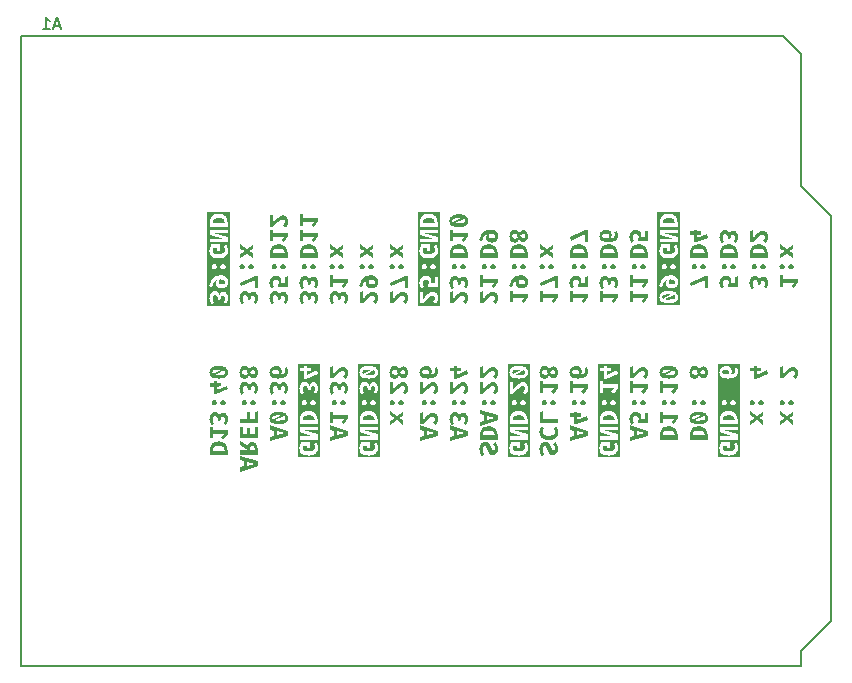
<source format=gbr>
%TF.GenerationSoftware,KiCad,Pcbnew,9.0.7*%
%TF.CreationDate,2026-01-06T14:06:23-08:00*%
%TF.ProjectId,uno2pi,756e6f32-7069-42e6-9b69-6361645f7063,rev?*%
%TF.SameCoordinates,Original*%
%TF.FileFunction,Legend,Bot*%
%TF.FilePolarity,Positive*%
%FSLAX46Y46*%
G04 Gerber Fmt 4.6, Leading zero omitted, Abs format (unit mm)*
G04 Created by KiCad (PCBNEW 9.0.7) date 2026-01-06 14:06:23*
%MOMM*%
%LPD*%
G01*
G04 APERTURE LIST*
%ADD10C,0.300000*%
%ADD11C,0.150000*%
G04 APERTURE END LIST*
D10*
G36*
X151218700Y-130783338D02*
G01*
X151218700Y-131151717D01*
X151819628Y-130759707D01*
X152362397Y-131115080D01*
X152362397Y-130733878D01*
X151996216Y-130550788D01*
X152362397Y-130374109D01*
X152362397Y-130012324D01*
X151832543Y-130348280D01*
X151218700Y-129954164D01*
X151218700Y-130339671D01*
X151646247Y-130565809D01*
X151218700Y-130783338D01*
G37*
G36*
X152153478Y-129489064D02*
G01*
X152212481Y-129481338D01*
X152265952Y-129458381D01*
X152312103Y-129422511D01*
X152348384Y-129376041D01*
X152371745Y-129321845D01*
X152379616Y-129261827D01*
X152372018Y-129201530D01*
X152349819Y-129148907D01*
X152312297Y-129102000D01*
X152264247Y-129065493D01*
X152211868Y-129044054D01*
X152153478Y-129036788D01*
X152095045Y-129044067D01*
X152042828Y-129065517D01*
X151995117Y-129102000D01*
X151957924Y-129148867D01*
X151935894Y-129201493D01*
X151928347Y-129261827D01*
X151935873Y-129322258D01*
X151957891Y-129375298D01*
X151995117Y-129422844D01*
X152042899Y-129459932D01*
X152095111Y-129481689D01*
X152153478Y-129489064D01*
G37*
G36*
X151409301Y-129489064D02*
G01*
X151467631Y-129481667D01*
X151519460Y-129459895D01*
X151566562Y-129422844D01*
X151603130Y-129375376D01*
X151624812Y-129322331D01*
X151632233Y-129261827D01*
X151624792Y-129201419D01*
X151603097Y-129148789D01*
X151566562Y-129102000D01*
X151519532Y-129065555D01*
X151467697Y-129044090D01*
X151409301Y-129036788D01*
X151350184Y-129044083D01*
X151297453Y-129065552D01*
X151249383Y-129102000D01*
X151211860Y-129148907D01*
X151189662Y-129201530D01*
X151182063Y-129261827D01*
X151189641Y-129322221D01*
X151211827Y-129375259D01*
X151249383Y-129422844D01*
X151297524Y-129459896D01*
X151350250Y-129481673D01*
X151409301Y-129489064D01*
G37*
G36*
X152749003Y-128022508D02*
G01*
X152741751Y-127910234D01*
X152721466Y-127816289D01*
X152689744Y-127737660D01*
X152644848Y-127665930D01*
X152592729Y-127609081D01*
X152533031Y-127565285D01*
X152466125Y-127533247D01*
X152395967Y-127514126D01*
X152321456Y-127507675D01*
X152232083Y-127515337D01*
X152144227Y-127538449D01*
X152058244Y-127577266D01*
X151961228Y-127639108D01*
X151864133Y-127716613D01*
X151747455Y-127824855D01*
X151626865Y-127948528D01*
X151478269Y-128110802D01*
X151478269Y-127473236D01*
X151218700Y-127509873D01*
X151218700Y-128501713D01*
X151459950Y-128501713D01*
X151765773Y-128193142D01*
X151890658Y-128076212D01*
X151987057Y-127993932D01*
X152079455Y-127926835D01*
X152152379Y-127886770D01*
X152224671Y-127862183D01*
X152291322Y-127854438D01*
X152349525Y-127860723D01*
X152396440Y-127878347D01*
X152434571Y-127906737D01*
X152462968Y-127944679D01*
X152480859Y-127993000D01*
X152487327Y-128054748D01*
X152478063Y-128135740D01*
X152451790Y-128202301D01*
X152407570Y-128261204D01*
X152336568Y-128322927D01*
X152493739Y-128531846D01*
X152566375Y-128471260D01*
X152628056Y-128402557D01*
X152679485Y-128325125D01*
X152716905Y-128240545D01*
X152740590Y-128140704D01*
X152749003Y-128022508D01*
G37*
G36*
X151705516Y-126132922D02*
G01*
X151781278Y-126155985D01*
X151852418Y-126194625D01*
X151914801Y-126246746D01*
X151974225Y-126318814D01*
X152030654Y-126414810D01*
X152079957Y-126337725D01*
X152127649Y-126280376D01*
X152173903Y-126239322D01*
X152226592Y-126208534D01*
X152285987Y-126189769D01*
X152353788Y-126183268D01*
X152432913Y-126190582D01*
X152502476Y-126211698D01*
X152564355Y-126246283D01*
X152618273Y-126292825D01*
X152663765Y-126350441D01*
X152701101Y-126420672D01*
X152727097Y-126496408D01*
X152743336Y-126581549D01*
X152749003Y-126677585D01*
X152743151Y-126771291D01*
X152726243Y-126855764D01*
X152698903Y-126932300D01*
X152660145Y-127003109D01*
X152612702Y-127062076D01*
X152556204Y-127110536D01*
X152491707Y-127146571D01*
X152419151Y-127168581D01*
X152336568Y-127176207D01*
X152255369Y-127169881D01*
X152189786Y-127152375D01*
X152136808Y-127125099D01*
X152089857Y-127087176D01*
X152040251Y-127033190D01*
X151987607Y-126959685D01*
X151945498Y-127039707D01*
X151895644Y-127105957D01*
X151837947Y-127160087D01*
X151771493Y-127201143D01*
X151697861Y-127225873D01*
X151615014Y-127234367D01*
X151539911Y-127227583D01*
X151469044Y-127207435D01*
X151401240Y-127173550D01*
X151341173Y-127127448D01*
X151288282Y-127067140D01*
X151242330Y-126990460D01*
X151210137Y-126906799D01*
X151189469Y-126806453D01*
X151182063Y-126686194D01*
X151182601Y-126677585D01*
X151425512Y-126677585D01*
X151432816Y-126746983D01*
X151452774Y-126799703D01*
X151484130Y-126839701D01*
X151526110Y-126869393D01*
X151575833Y-126887608D01*
X151635439Y-126894015D01*
X151720283Y-126883907D01*
X151789403Y-126855272D01*
X151848194Y-126809940D01*
X151896107Y-126750766D01*
X151859121Y-126654942D01*
X151849293Y-126634445D01*
X152113636Y-126634445D01*
X152160892Y-126736937D01*
X152206692Y-126799309D01*
X152243649Y-126828485D01*
X152286352Y-126845995D01*
X152336568Y-126852066D01*
X152394420Y-126846319D01*
X152438369Y-126830666D01*
X152471665Y-126806270D01*
X152496346Y-126773050D01*
X152511863Y-126731010D01*
X152517461Y-126677585D01*
X152511123Y-126623246D01*
X152493652Y-126581750D01*
X152465712Y-126549998D01*
X152429182Y-126526817D01*
X152385974Y-126512469D01*
X152334370Y-126507409D01*
X152274038Y-126514243D01*
X152219698Y-126534336D01*
X152170136Y-126569979D01*
X152113636Y-126634445D01*
X151849293Y-126634445D01*
X151826589Y-126587093D01*
X151788268Y-126531348D01*
X151746356Y-126495044D01*
X151695430Y-126473376D01*
X151625822Y-126465368D01*
X151573822Y-126471105D01*
X151527408Y-126487892D01*
X151485230Y-126516018D01*
X151453525Y-126553921D01*
X151433100Y-126606170D01*
X151425512Y-126677585D01*
X151182601Y-126677585D01*
X151189747Y-126563130D01*
X151211172Y-126460701D01*
X151244528Y-126375518D01*
X151291887Y-126297393D01*
X151346184Y-126235633D01*
X151407652Y-126188122D01*
X151476984Y-126152893D01*
X151548584Y-126132078D01*
X151623624Y-126125108D01*
X151705516Y-126132922D01*
G37*
G36*
X175325352Y-120181032D02*
G01*
X175346686Y-120215568D01*
X175358139Y-120256221D01*
X175362348Y-120308625D01*
X175354852Y-120361418D01*
X175333103Y-120405639D01*
X175296070Y-120443489D01*
X175240074Y-120475595D01*
X175155582Y-120501657D01*
X175023756Y-120520774D01*
X174828281Y-120528351D01*
X174659662Y-120525146D01*
X174528870Y-120515437D01*
X175290266Y-120151454D01*
X175325352Y-120181032D01*
G37*
G36*
X175037200Y-120096500D02*
G01*
X174327461Y-120440058D01*
X174308406Y-120414185D01*
X174296228Y-120383546D01*
X174287619Y-120308625D01*
X174293597Y-120259897D01*
X174310758Y-120219053D01*
X174339276Y-120184244D01*
X174376722Y-120157584D01*
X174431848Y-120133688D01*
X174510002Y-120113719D01*
X174638979Y-120097497D01*
X174828281Y-120091096D01*
X175037200Y-120096500D01*
G37*
G36*
X175072075Y-118831874D02*
G01*
X175181047Y-118844522D01*
X175256286Y-118863043D01*
X175304866Y-118887505D01*
X175338360Y-118921826D01*
X175359178Y-118967521D01*
X175366745Y-119028365D01*
X175358839Y-119086007D01*
X175336091Y-119133635D01*
X175297777Y-119173720D01*
X175248623Y-119201511D01*
X175179006Y-119220390D01*
X175082354Y-119227575D01*
X174991705Y-119220154D01*
X174929700Y-119201014D01*
X174888548Y-119173170D01*
X174857218Y-119134060D01*
X174838832Y-119090964D01*
X174832586Y-119042378D01*
X174838226Y-118982748D01*
X174854659Y-118929263D01*
X174881343Y-118879120D01*
X174919780Y-118828055D01*
X175072075Y-118831874D01*
G37*
G36*
X174967590Y-113634160D02*
G01*
X175066604Y-113649644D01*
X175137309Y-113671844D01*
X175201886Y-113706415D01*
X175247518Y-113745888D01*
X175277810Y-113790363D01*
X175305434Y-113868719D01*
X175314996Y-113958891D01*
X175314996Y-114034270D01*
X174333964Y-114034270D01*
X174333964Y-113958891D01*
X174338925Y-113894692D01*
X174353232Y-113837669D01*
X174376462Y-113786608D01*
X174410121Y-113742702D01*
X174459329Y-113703897D01*
X174527771Y-113670287D01*
X174601769Y-113648659D01*
X174701324Y-113633828D01*
X174832586Y-113628247D01*
X174967590Y-113634160D01*
G37*
G36*
X175775670Y-121014854D02*
G01*
X173847461Y-121014854D01*
X173847461Y-120308625D01*
X174042063Y-120308625D01*
X174051040Y-120414629D01*
X174076634Y-120505744D01*
X174081698Y-120515437D01*
X174117874Y-120584686D01*
X174175201Y-120653439D01*
X174250433Y-120713091D01*
X174355791Y-120768492D01*
X174484186Y-120810803D01*
X174639996Y-120838278D01*
X174828281Y-120848187D01*
X175016059Y-120838258D01*
X175171079Y-120810756D01*
X175298489Y-120768445D01*
X175402740Y-120713091D01*
X175477098Y-120653550D01*
X175533840Y-120584866D01*
X175574708Y-120505932D01*
X175600095Y-120414755D01*
X175609003Y-120308625D01*
X175600136Y-120203500D01*
X175574825Y-120112876D01*
X175534006Y-120034120D01*
X175477236Y-119965300D01*
X175402740Y-119905349D01*
X175298413Y-119849474D01*
X175170975Y-119806797D01*
X175015982Y-119779070D01*
X174828281Y-119769062D01*
X174640073Y-119779050D01*
X174484289Y-119806749D01*
X174355866Y-119849428D01*
X174250433Y-119905349D01*
X174175063Y-119965411D01*
X174117707Y-120034299D01*
X174076516Y-120113062D01*
X174050998Y-120203624D01*
X174042063Y-120308625D01*
X173847461Y-120308625D01*
X173847461Y-119386944D01*
X174014128Y-119386944D01*
X174253180Y-119456919D01*
X174306216Y-119283462D01*
X174365540Y-119147767D01*
X174429768Y-119043477D01*
X174489402Y-118974256D01*
X174556487Y-118918371D01*
X174631724Y-118874774D01*
X174716265Y-118843076D01*
X174664144Y-118911436D01*
X174626322Y-118981562D01*
X174607557Y-119042378D01*
X174602821Y-119057726D01*
X174594540Y-119147891D01*
X174601242Y-119224480D01*
X174620946Y-119295127D01*
X174653708Y-119361115D01*
X174698090Y-119420070D01*
X174753323Y-119470720D01*
X174820679Y-119513522D01*
X174894452Y-119544251D01*
X174977872Y-119563363D01*
X175072737Y-119570034D01*
X175178413Y-119561656D01*
X175271737Y-119537537D01*
X175354838Y-119498410D01*
X175429457Y-119444760D01*
X175491594Y-119380130D01*
X175542233Y-119303504D01*
X175578933Y-119219077D01*
X175601319Y-119127151D01*
X175609003Y-119026166D01*
X175599860Y-118906088D01*
X175574184Y-118805681D01*
X175533624Y-118721443D01*
X175476959Y-118647119D01*
X175407636Y-118586405D01*
X175324155Y-118538352D01*
X175232839Y-118505039D01*
X175129925Y-118484246D01*
X175013478Y-118476986D01*
X174868714Y-118483703D01*
X174740910Y-118502848D01*
X174628047Y-118533189D01*
X174528320Y-118573890D01*
X174434319Y-118628358D01*
X174349384Y-118695607D01*
X174272787Y-118776455D01*
X174204179Y-118872202D01*
X174130861Y-119010884D01*
X174066972Y-119180738D01*
X174014128Y-119386944D01*
X173847461Y-119386944D01*
X173847461Y-117726489D01*
X174214437Y-117726489D01*
X174222007Y-117786889D01*
X174244165Y-117839928D01*
X174281665Y-117887506D01*
X174329807Y-117924559D01*
X174382533Y-117946335D01*
X174441583Y-117953727D01*
X174499914Y-117946329D01*
X174551743Y-117924557D01*
X174598845Y-117887506D01*
X174635413Y-117840039D01*
X174657095Y-117786993D01*
X174664516Y-117726489D01*
X174960721Y-117726489D01*
X174968247Y-117786920D01*
X174990266Y-117839960D01*
X175027491Y-117887506D01*
X175075271Y-117924600D01*
X175127454Y-117946354D01*
X175185761Y-117953727D01*
X175244764Y-117946001D01*
X175298235Y-117923044D01*
X175344385Y-117887174D01*
X175380667Y-117840703D01*
X175404027Y-117786507D01*
X175411899Y-117726489D01*
X175404300Y-117666192D01*
X175382102Y-117613569D01*
X175344580Y-117566663D01*
X175296585Y-117530164D01*
X175244209Y-117508720D01*
X175185761Y-117501450D01*
X175127388Y-117508727D01*
X175075200Y-117530174D01*
X175027491Y-117566663D01*
X174990299Y-117613530D01*
X174968268Y-117666155D01*
X174960721Y-117726489D01*
X174664516Y-117726489D01*
X174657074Y-117666081D01*
X174635380Y-117613451D01*
X174598845Y-117566663D01*
X174551814Y-117530217D01*
X174499980Y-117508752D01*
X174441583Y-117501450D01*
X174382467Y-117508746D01*
X174329736Y-117530214D01*
X174281665Y-117566663D01*
X174244198Y-117613562D01*
X174222027Y-117666186D01*
X174214437Y-117726489D01*
X173847461Y-117726489D01*
X173847461Y-116380558D01*
X174042063Y-116380558D01*
X174051030Y-116508085D01*
X174076479Y-116617799D01*
X174116990Y-116712563D01*
X174172222Y-116794671D01*
X174242922Y-116865716D01*
X174323958Y-116922186D01*
X174420285Y-116968089D01*
X174534388Y-117002848D01*
X174669253Y-117025176D01*
X174828281Y-117033145D01*
X174956436Y-117026734D01*
X175069246Y-117008467D01*
X175168631Y-116979496D01*
X175256286Y-116940546D01*
X175364503Y-116870327D01*
X175451503Y-116787323D01*
X175519610Y-116690686D01*
X175568918Y-116582790D01*
X175598795Y-116466426D01*
X175609003Y-116339617D01*
X175602787Y-116231276D01*
X175585412Y-116140273D01*
X175558353Y-116063928D01*
X175499522Y-115957868D01*
X175424813Y-115864718D01*
X175233205Y-116049915D01*
X175287267Y-116118785D01*
X175322506Y-116180249D01*
X175344086Y-116245739D01*
X175351632Y-116322398D01*
X175345558Y-116387480D01*
X175327794Y-116446458D01*
X175298326Y-116500634D01*
X175257983Y-116547063D01*
X175202660Y-116588213D01*
X175129249Y-116623916D01*
X175050678Y-116647600D01*
X174951060Y-116663365D01*
X174826083Y-116669162D01*
X174641207Y-116660161D01*
X174515955Y-116637380D01*
X174442023Y-116610525D01*
X174388315Y-116578188D01*
X174350633Y-116541026D01*
X174323439Y-116495535D01*
X174306516Y-116441639D01*
X174300533Y-116377261D01*
X174303698Y-116325540D01*
X174312898Y-116278251D01*
X174345779Y-116192064D01*
X174687139Y-116192064D01*
X174687139Y-116379459D01*
X174934893Y-116413898D01*
X174934893Y-115858215D01*
X174192822Y-115858215D01*
X174131104Y-115974014D01*
X174083004Y-116098916D01*
X174052616Y-116231499D01*
X174042063Y-116380558D01*
X173847461Y-116380558D01*
X173847461Y-115038841D01*
X174078700Y-115038841D01*
X175279458Y-115431950D01*
X175116243Y-115409327D01*
X174894959Y-115387253D01*
X174641893Y-115378094D01*
X174078700Y-115378094D01*
X174078700Y-115678513D01*
X175571359Y-115678513D01*
X175571359Y-115238051D01*
X174377012Y-114856849D01*
X174638687Y-114892387D01*
X174803194Y-114905848D01*
X174999465Y-114910705D01*
X175571359Y-114910705D01*
X175571359Y-114610195D01*
X174078700Y-114610195D01*
X174078700Y-115038841D01*
X173847461Y-115038841D01*
X173847461Y-113984719D01*
X174078700Y-113984719D01*
X174078700Y-114387445D01*
X175571359Y-114387445D01*
X175571359Y-114010548D01*
X175563865Y-113868886D01*
X175541684Y-113733210D01*
X175516213Y-113646304D01*
X175479995Y-113566549D01*
X175432873Y-113493058D01*
X175374619Y-113428832D01*
X175300780Y-113372660D01*
X175208933Y-113324531D01*
X175110325Y-113291682D01*
X174986597Y-113269998D01*
X174832586Y-113262066D01*
X174681449Y-113269586D01*
X174557998Y-113290287D01*
X174457795Y-113321875D01*
X174363766Y-113368130D01*
X174287941Y-113422179D01*
X174227810Y-113483899D01*
X174178424Y-113555033D01*
X174139923Y-113632126D01*
X174112039Y-113715991D01*
X174087107Y-113847480D01*
X174080282Y-113958891D01*
X174078700Y-113984719D01*
X173847461Y-113984719D01*
X173847461Y-113095399D01*
X175775670Y-113095399D01*
X175775670Y-121014854D01*
G37*
G36*
X164354856Y-132557824D02*
G01*
X164264492Y-132566157D01*
X164183263Y-132590437D01*
X164109301Y-132630547D01*
X164044624Y-132684692D01*
X163989043Y-132753426D01*
X163942330Y-132838917D01*
X163909955Y-132931266D01*
X163889366Y-133039123D01*
X163882063Y-133165164D01*
X163889713Y-133305128D01*
X163911006Y-133421868D01*
X163943979Y-133518980D01*
X163989989Y-133611185D01*
X164041216Y-133689472D01*
X164097485Y-133755377D01*
X164295597Y-133576591D01*
X164231497Y-133489156D01*
X164184130Y-133393592D01*
X164154915Y-133289973D01*
X164144838Y-133173865D01*
X164150723Y-133101219D01*
X164167085Y-133042131D01*
X164192740Y-132993980D01*
X164229184Y-132955595D01*
X164273389Y-132932915D01*
X164327928Y-132925012D01*
X164379747Y-132931755D01*
X164421669Y-132950923D01*
X164456064Y-132982715D01*
X164497844Y-133054208D01*
X164549762Y-133196397D01*
X164612255Y-133368499D01*
X164675253Y-133488576D01*
X164737707Y-133568531D01*
X164795178Y-133616466D01*
X164859705Y-133650620D01*
X164932682Y-133671603D01*
X165016052Y-133678898D01*
X165104639Y-133670089D01*
X165181761Y-133644687D01*
X165249792Y-133602969D01*
X165308418Y-133547562D01*
X165357695Y-133480103D01*
X165397804Y-133398904D01*
X165425866Y-133312124D01*
X165443092Y-133218414D01*
X165449003Y-133116712D01*
X165443034Y-133001902D01*
X165425997Y-132900531D01*
X165398903Y-132810890D01*
X165360382Y-132725721D01*
X165312871Y-132649565D01*
X165256204Y-132581546D01*
X165064504Y-132748425D01*
X165120212Y-132827410D01*
X165158751Y-132911090D01*
X165181802Y-132999337D01*
X165189434Y-133088777D01*
X165184770Y-133155469D01*
X165171958Y-133208818D01*
X165152248Y-133251351D01*
X165123326Y-133285690D01*
X165087658Y-133305742D01*
X165042980Y-133312717D01*
X164998784Y-133305781D01*
X164963296Y-133285789D01*
X164934121Y-133252253D01*
X164902388Y-133192092D01*
X164836259Y-133006895D01*
X164787393Y-132872300D01*
X164733310Y-132765186D01*
X164689131Y-132702143D01*
X164639171Y-132651218D01*
X164583101Y-132611130D01*
X164520655Y-132582565D01*
X164445480Y-132564345D01*
X164354856Y-132557824D01*
G37*
G36*
X165449003Y-131719033D02*
G01*
X165443773Y-131612463D01*
X165429143Y-131522256D01*
X165406413Y-131446091D01*
X165355244Y-131338373D01*
X165286429Y-131239828D01*
X165077510Y-131413210D01*
X165122792Y-131477773D01*
X165157652Y-131548948D01*
X165179751Y-131625606D01*
X165187327Y-131710423D01*
X165181374Y-131771246D01*
X165163732Y-131827965D01*
X165134021Y-131881698D01*
X165093792Y-131927935D01*
X165038774Y-131969263D01*
X164965952Y-132005529D01*
X164888054Y-132029865D01*
X164790175Y-132045974D01*
X164668281Y-132051875D01*
X164529451Y-132044287D01*
X164421704Y-132023837D01*
X164339127Y-131993309D01*
X164276729Y-131954422D01*
X164222486Y-131901230D01*
X164184911Y-131842674D01*
X164162312Y-131777571D01*
X164154546Y-131704012D01*
X164159676Y-131630284D01*
X164174019Y-131568892D01*
X164196495Y-131517715D01*
X164240803Y-131445738D01*
X164288086Y-131380878D01*
X164083472Y-131220411D01*
X164007772Y-131312249D01*
X163941322Y-131427223D01*
X163909435Y-131511062D01*
X163889223Y-131608921D01*
X163882063Y-131723337D01*
X163892488Y-131855916D01*
X163922694Y-131974869D01*
X163972006Y-132082558D01*
X164021719Y-132155915D01*
X164081832Y-132220965D01*
X164153149Y-132278272D01*
X164236887Y-132328022D01*
X164324852Y-132365294D01*
X164424893Y-132393108D01*
X164538726Y-132410687D01*
X164668281Y-132416865D01*
X164794074Y-132410538D01*
X164905576Y-132392451D01*
X165004545Y-132363660D01*
X165092531Y-132324816D01*
X165201106Y-132254893D01*
X165288834Y-132171749D01*
X165357962Y-132074498D01*
X165408133Y-131965766D01*
X165438582Y-131847971D01*
X165449003Y-131719033D01*
G37*
G36*
X163918700Y-130998760D02*
G01*
X165411359Y-130998760D01*
X165411359Y-130645494D01*
X164197594Y-130645494D01*
X164197594Y-129998311D01*
X163918700Y-130034948D01*
X163918700Y-130998760D01*
G37*
G36*
X165025761Y-129489065D02*
G01*
X165084764Y-129481339D01*
X165138235Y-129458382D01*
X165184385Y-129422512D01*
X165220667Y-129376042D01*
X165244027Y-129321846D01*
X165251899Y-129261827D01*
X165244300Y-129201531D01*
X165222102Y-129148907D01*
X165184580Y-129102001D01*
X165136585Y-129065502D01*
X165084209Y-129044059D01*
X165025761Y-129036788D01*
X164967388Y-129044066D01*
X164915200Y-129065513D01*
X164867491Y-129102001D01*
X164830299Y-129148868D01*
X164808268Y-129201493D01*
X164800721Y-129261827D01*
X164808247Y-129322258D01*
X164830266Y-129375299D01*
X164867491Y-129422845D01*
X164915271Y-129459938D01*
X164967454Y-129481692D01*
X165025761Y-129489065D01*
G37*
G36*
X164281583Y-129489065D02*
G01*
X164339914Y-129481667D01*
X164391743Y-129459895D01*
X164438845Y-129422845D01*
X164475413Y-129375377D01*
X164497095Y-129322332D01*
X164504516Y-129261827D01*
X164497074Y-129201419D01*
X164475380Y-129148789D01*
X164438845Y-129102001D01*
X164391814Y-129065556D01*
X164339980Y-129044091D01*
X164281583Y-129036788D01*
X164222467Y-129044084D01*
X164169736Y-129065553D01*
X164121665Y-129102001D01*
X164084198Y-129148901D01*
X164062027Y-129201525D01*
X164054437Y-129261827D01*
X164062007Y-129322228D01*
X164084165Y-129375266D01*
X164121665Y-129422845D01*
X164169807Y-129459897D01*
X164222533Y-129481674D01*
X164281583Y-129489065D01*
G37*
G36*
X164176070Y-127430189D02*
G01*
X163918700Y-127430189D01*
X163918700Y-128400505D01*
X164176070Y-128400505D01*
X164176070Y-128040735D01*
X165076411Y-128040735D01*
X164884710Y-128347749D01*
X165118359Y-128492005D01*
X165411359Y-128010602D01*
X165411359Y-127709084D01*
X164176070Y-127709084D01*
X164176070Y-127430189D01*
G37*
G36*
X164405516Y-126132922D02*
G01*
X164481278Y-126155986D01*
X164552418Y-126194626D01*
X164614801Y-126246747D01*
X164674225Y-126318814D01*
X164730654Y-126414811D01*
X164779957Y-126337725D01*
X164827649Y-126280377D01*
X164873903Y-126239322D01*
X164926592Y-126208534D01*
X164985987Y-126189769D01*
X165053788Y-126183268D01*
X165132913Y-126190583D01*
X165202476Y-126211699D01*
X165264355Y-126246283D01*
X165318273Y-126292825D01*
X165363765Y-126350442D01*
X165401101Y-126420673D01*
X165427097Y-126496408D01*
X165443336Y-126581549D01*
X165449003Y-126677585D01*
X165443151Y-126771292D01*
X165426243Y-126855764D01*
X165398903Y-126932300D01*
X165360145Y-127003110D01*
X165312702Y-127062076D01*
X165256204Y-127110536D01*
X165191707Y-127146572D01*
X165119151Y-127168581D01*
X165036568Y-127176207D01*
X164955369Y-127169882D01*
X164889786Y-127152375D01*
X164836808Y-127125099D01*
X164789857Y-127087177D01*
X164740251Y-127033191D01*
X164687607Y-126959686D01*
X164645498Y-127039708D01*
X164595644Y-127105957D01*
X164537947Y-127160087D01*
X164471493Y-127201144D01*
X164397861Y-127225874D01*
X164315014Y-127234368D01*
X164239911Y-127227584D01*
X164169044Y-127207435D01*
X164101240Y-127173551D01*
X164041173Y-127127449D01*
X163988282Y-127067141D01*
X163942330Y-126990461D01*
X163910137Y-126906799D01*
X163889469Y-126806454D01*
X163882063Y-126686195D01*
X163882601Y-126677585D01*
X164125512Y-126677585D01*
X164132816Y-126746983D01*
X164152774Y-126799704D01*
X164184130Y-126839702D01*
X164226110Y-126869394D01*
X164275833Y-126887609D01*
X164335439Y-126894015D01*
X164420283Y-126883907D01*
X164489403Y-126855272D01*
X164548194Y-126809940D01*
X164596107Y-126750767D01*
X164559121Y-126654942D01*
X164549294Y-126634446D01*
X164813636Y-126634446D01*
X164860892Y-126736938D01*
X164906692Y-126799310D01*
X164943649Y-126828485D01*
X164986352Y-126845996D01*
X165036568Y-126852066D01*
X165094420Y-126846320D01*
X165138369Y-126830666D01*
X165171665Y-126806271D01*
X165196346Y-126773050D01*
X165211863Y-126731010D01*
X165217461Y-126677585D01*
X165211123Y-126623246D01*
X165193652Y-126581750D01*
X165165712Y-126549999D01*
X165129182Y-126526818D01*
X165085974Y-126512470D01*
X165034370Y-126507409D01*
X164974038Y-126514243D01*
X164919698Y-126534337D01*
X164870136Y-126569980D01*
X164813636Y-126634446D01*
X164549294Y-126634446D01*
X164526589Y-126587093D01*
X164488268Y-126531348D01*
X164446356Y-126495044D01*
X164395430Y-126473376D01*
X164325822Y-126465369D01*
X164273822Y-126471106D01*
X164227408Y-126487893D01*
X164185230Y-126516019D01*
X164153525Y-126553922D01*
X164133100Y-126606171D01*
X164125512Y-126677585D01*
X163882601Y-126677585D01*
X163889747Y-126563131D01*
X163911172Y-126460701D01*
X163944528Y-126375518D01*
X163991887Y-126297393D01*
X164046184Y-126235634D01*
X164107652Y-126188123D01*
X164176984Y-126152893D01*
X164248584Y-126132078D01*
X164323624Y-126125108D01*
X164405516Y-126132922D01*
G37*
G36*
X174986597Y-131260675D02*
G01*
X175110325Y-131282358D01*
X175208933Y-131315207D01*
X175300780Y-131363337D01*
X175374619Y-131419508D01*
X175432873Y-131483735D01*
X175479995Y-131557226D01*
X175516213Y-131636981D01*
X175541684Y-131723887D01*
X175563865Y-131859562D01*
X175571359Y-132001224D01*
X175571359Y-132378122D01*
X174078700Y-132378122D01*
X174078700Y-131975396D01*
X174080282Y-131949567D01*
X174333964Y-131949567D01*
X174333964Y-132024946D01*
X175314996Y-132024946D01*
X175314996Y-131949567D01*
X175305434Y-131859395D01*
X175277810Y-131781039D01*
X175247518Y-131736564D01*
X175201886Y-131697091D01*
X175137309Y-131662521D01*
X175066604Y-131640321D01*
X174967590Y-131624837D01*
X174832586Y-131618923D01*
X174701324Y-131624505D01*
X174601769Y-131639335D01*
X174527771Y-131660964D01*
X174459329Y-131694574D01*
X174410121Y-131733378D01*
X174376462Y-131777284D01*
X174353232Y-131828345D01*
X174338925Y-131885368D01*
X174333964Y-131949567D01*
X174080282Y-131949567D01*
X174087107Y-131838157D01*
X174112039Y-131706668D01*
X174139923Y-131622803D01*
X174178424Y-131545709D01*
X174227810Y-131474576D01*
X174287941Y-131412855D01*
X174363766Y-131358806D01*
X174457795Y-131312551D01*
X174557998Y-131280963D01*
X174681449Y-131260263D01*
X174832586Y-131252742D01*
X174986597Y-131260675D01*
G37*
G36*
X174336070Y-130012324D02*
G01*
X174078700Y-130012324D01*
X174078700Y-130982640D01*
X174336070Y-130982640D01*
X174336070Y-130622870D01*
X175236411Y-130622870D01*
X175044710Y-130929884D01*
X175278359Y-131074140D01*
X175571359Y-130592737D01*
X175571359Y-130291219D01*
X174336070Y-130291219D01*
X174336070Y-130012324D01*
G37*
G36*
X175185761Y-129489065D02*
G01*
X175244764Y-129481339D01*
X175298235Y-129458382D01*
X175344385Y-129422512D01*
X175380667Y-129376041D01*
X175404027Y-129321845D01*
X175411899Y-129261827D01*
X175404300Y-129201530D01*
X175382102Y-129148907D01*
X175344580Y-129102001D01*
X175296585Y-129065502D01*
X175244209Y-129044058D01*
X175185761Y-129036788D01*
X175127388Y-129044065D01*
X175075200Y-129065512D01*
X175027491Y-129102001D01*
X174990299Y-129148868D01*
X174968268Y-129201493D01*
X174960721Y-129261827D01*
X174968247Y-129322258D01*
X174990266Y-129375298D01*
X175027491Y-129422844D01*
X175075271Y-129459938D01*
X175127454Y-129481692D01*
X175185761Y-129489065D01*
G37*
G36*
X174441583Y-129489065D02*
G01*
X174499914Y-129481667D01*
X174551743Y-129459895D01*
X174598845Y-129422844D01*
X174635413Y-129375377D01*
X174657095Y-129322331D01*
X174664516Y-129261827D01*
X174657074Y-129201419D01*
X174635380Y-129148789D01*
X174598845Y-129102001D01*
X174551814Y-129065555D01*
X174499980Y-129044090D01*
X174441583Y-129036788D01*
X174382467Y-129044084D01*
X174329736Y-129065552D01*
X174281665Y-129102001D01*
X174244198Y-129148900D01*
X174222027Y-129201524D01*
X174214437Y-129261827D01*
X174222007Y-129322227D01*
X174244165Y-129375266D01*
X174281665Y-129422844D01*
X174329807Y-129459897D01*
X174382533Y-129481673D01*
X174441583Y-129489065D01*
G37*
G36*
X174336070Y-127430189D02*
G01*
X174078700Y-127430189D01*
X174078700Y-128400505D01*
X174336070Y-128400505D01*
X174336070Y-128040735D01*
X175236411Y-128040735D01*
X175044710Y-128347748D01*
X175278359Y-128492004D01*
X175571359Y-128010602D01*
X175571359Y-127709084D01*
X174336070Y-127709084D01*
X174336070Y-127430189D01*
G37*
G36*
X175015982Y-126150137D02*
G01*
X175170975Y-126177864D01*
X175298413Y-126220541D01*
X175402740Y-126276416D01*
X175477236Y-126336367D01*
X175534006Y-126405187D01*
X175574825Y-126483943D01*
X175600136Y-126574567D01*
X175609003Y-126679692D01*
X175600095Y-126785823D01*
X175574708Y-126876999D01*
X175533840Y-126955933D01*
X175477098Y-127024618D01*
X175402740Y-127084158D01*
X175298489Y-127139513D01*
X175171079Y-127181823D01*
X175016059Y-127209325D01*
X174828281Y-127219255D01*
X174639996Y-127209345D01*
X174484186Y-127181871D01*
X174355791Y-127139559D01*
X174250433Y-127084158D01*
X174175201Y-127024507D01*
X174117874Y-126955753D01*
X174081698Y-126886504D01*
X174528870Y-126886504D01*
X174659662Y-126896213D01*
X174828281Y-126899419D01*
X175023756Y-126891841D01*
X175155582Y-126872724D01*
X175240074Y-126846662D01*
X175296070Y-126814556D01*
X175333103Y-126776707D01*
X175354852Y-126732485D01*
X175362348Y-126679692D01*
X175358139Y-126627288D01*
X175346686Y-126586635D01*
X175325352Y-126552100D01*
X175290266Y-126522521D01*
X174528870Y-126886504D01*
X174081698Y-126886504D01*
X174076634Y-126876811D01*
X174051040Y-126785697D01*
X174042063Y-126679692D01*
X174287619Y-126679692D01*
X174296228Y-126754613D01*
X174308406Y-126785253D01*
X174327461Y-126811125D01*
X175037200Y-126467567D01*
X174828281Y-126462163D01*
X174638979Y-126468564D01*
X174510002Y-126484786D01*
X174431848Y-126504755D01*
X174376722Y-126528651D01*
X174339276Y-126555311D01*
X174310758Y-126590121D01*
X174293597Y-126630964D01*
X174287619Y-126679692D01*
X174042063Y-126679692D01*
X174050998Y-126574691D01*
X174076516Y-126484130D01*
X174117707Y-126405366D01*
X174175063Y-126336478D01*
X174250433Y-126276416D01*
X174355866Y-126220495D01*
X174484289Y-126177816D01*
X174640073Y-126150117D01*
X174828281Y-126140129D01*
X175015982Y-126150137D01*
G37*
G36*
X147631359Y-131628632D02*
G01*
X147631359Y-132057187D01*
X146138700Y-132513860D01*
X146138700Y-132144473D01*
X146460734Y-132065796D01*
X146460734Y-132009834D01*
X146717006Y-132009834D01*
X147377194Y-131848267D01*
X146717006Y-131686792D01*
X146717006Y-132009834D01*
X146460734Y-132009834D01*
X146460734Y-131628632D01*
X146138700Y-131549955D01*
X146138700Y-131171959D01*
X147631359Y-131628632D01*
G37*
G36*
X146396070Y-130012324D02*
G01*
X146138700Y-130012324D01*
X146138700Y-130982640D01*
X146396070Y-130982640D01*
X146396070Y-130622870D01*
X147296411Y-130622870D01*
X147104710Y-130929884D01*
X147338359Y-131074140D01*
X147631359Y-130592737D01*
X147631359Y-130291219D01*
X146396070Y-130291219D01*
X146396070Y-130012324D01*
G37*
G36*
X147245761Y-129489065D02*
G01*
X147304764Y-129481339D01*
X147358235Y-129458382D01*
X147404385Y-129422512D01*
X147440667Y-129376041D01*
X147464027Y-129321845D01*
X147471899Y-129261827D01*
X147464300Y-129201530D01*
X147442102Y-129148907D01*
X147404580Y-129102001D01*
X147356585Y-129065502D01*
X147304209Y-129044058D01*
X147245761Y-129036788D01*
X147187388Y-129044065D01*
X147135200Y-129065512D01*
X147087491Y-129102001D01*
X147050299Y-129148868D01*
X147028268Y-129201493D01*
X147020721Y-129261827D01*
X147028247Y-129322258D01*
X147050266Y-129375298D01*
X147087491Y-129422844D01*
X147135271Y-129459938D01*
X147187454Y-129481692D01*
X147245761Y-129489065D01*
G37*
G36*
X146501583Y-129489065D02*
G01*
X146559914Y-129481667D01*
X146611743Y-129459895D01*
X146658845Y-129422844D01*
X146695413Y-129375377D01*
X146717095Y-129322331D01*
X146724516Y-129261827D01*
X146717074Y-129201419D01*
X146695380Y-129148789D01*
X146658845Y-129102001D01*
X146611814Y-129065555D01*
X146559980Y-129044090D01*
X146501583Y-129036788D01*
X146442467Y-129044084D01*
X146389736Y-129065552D01*
X146341665Y-129102001D01*
X146304198Y-129148900D01*
X146282027Y-129201524D01*
X146274437Y-129261827D01*
X146282007Y-129322227D01*
X146304165Y-129375266D01*
X146341665Y-129422844D01*
X146389807Y-129459897D01*
X146442533Y-129481673D01*
X146501583Y-129489065D01*
G37*
G36*
X147669003Y-128031118D02*
G01*
X147662661Y-127924326D01*
X147644816Y-127833412D01*
X147616796Y-127755978D01*
X147576814Y-127684194D01*
X147530529Y-127627055D01*
X147477853Y-127582597D01*
X147417767Y-127549242D01*
X147354466Y-127529457D01*
X147286702Y-127522788D01*
X147195257Y-127532678D01*
X147119755Y-127560694D01*
X147056717Y-127606227D01*
X147004779Y-127666158D01*
X146962172Y-127739192D01*
X146929130Y-127827511D01*
X146907471Y-127728021D01*
X146872279Y-127644577D01*
X146824167Y-127574536D01*
X146778744Y-127533171D01*
X146721326Y-127502436D01*
X146649204Y-127482627D01*
X146558736Y-127475435D01*
X146476825Y-127483228D01*
X146400842Y-127506253D01*
X146329301Y-127544861D01*
X146266211Y-127596560D01*
X146211179Y-127662125D01*
X146163979Y-127743522D01*
X146130595Y-127831756D01*
X146109509Y-127933967D01*
X146102063Y-128052642D01*
X146108915Y-128162655D01*
X146128725Y-128261959D01*
X146160773Y-128352053D01*
X146205484Y-128436440D01*
X146260442Y-128511538D01*
X146326095Y-128578191D01*
X146504881Y-128386491D01*
X146439724Y-128317003D01*
X146396620Y-128242693D01*
X146371256Y-128161526D01*
X146362731Y-128075265D01*
X146369524Y-128003274D01*
X146388643Y-127943825D01*
X146419243Y-127894372D01*
X146461401Y-127856143D01*
X146514622Y-127832685D01*
X146582367Y-127824305D01*
X146658405Y-127832712D01*
X146713526Y-127855318D01*
X146753092Y-127890526D01*
X146780730Y-127937474D01*
X146798698Y-127998466D01*
X146805299Y-128077371D01*
X146805299Y-128213109D01*
X147040047Y-128174275D01*
X147040047Y-128077371D01*
X147045887Y-128012964D01*
X147062306Y-127959691D01*
X147088499Y-127915347D01*
X147125102Y-127881158D01*
X147172764Y-127859980D01*
X147235045Y-127852332D01*
X147288143Y-127859336D01*
X147331507Y-127879340D01*
X147367485Y-127912691D01*
X147393703Y-127955271D01*
X147410104Y-128006557D01*
X147415937Y-128068762D01*
X147407080Y-128155032D01*
X147381407Y-128230878D01*
X147341007Y-128300529D01*
X147286702Y-128367074D01*
X147467594Y-128541555D01*
X147528756Y-128470034D01*
X147578624Y-128393756D01*
X147617804Y-128312211D01*
X147645842Y-128226086D01*
X147663079Y-128132755D01*
X147669003Y-128031118D01*
G37*
G36*
X147669003Y-126731441D02*
G01*
X147661751Y-126619167D01*
X147641466Y-126525221D01*
X147609744Y-126446592D01*
X147564848Y-126374862D01*
X147512729Y-126318013D01*
X147453031Y-126274218D01*
X147386125Y-126242180D01*
X147315967Y-126223058D01*
X147241456Y-126216607D01*
X147152083Y-126224270D01*
X147064227Y-126247382D01*
X146978244Y-126286199D01*
X146881228Y-126348041D01*
X146784133Y-126425545D01*
X146667455Y-126533787D01*
X146546865Y-126657461D01*
X146398269Y-126819734D01*
X146398269Y-126182169D01*
X146138700Y-126218806D01*
X146138700Y-127210645D01*
X146379950Y-127210645D01*
X146685773Y-126902075D01*
X146810658Y-126785145D01*
X146907057Y-126702864D01*
X146999455Y-126635768D01*
X147072379Y-126595703D01*
X147144671Y-126571116D01*
X147211322Y-126563371D01*
X147269525Y-126569655D01*
X147316440Y-126587279D01*
X147354571Y-126615670D01*
X147382968Y-126653611D01*
X147400859Y-126701932D01*
X147407327Y-126763681D01*
X147398063Y-126844673D01*
X147371790Y-126911234D01*
X147327570Y-126970137D01*
X147256568Y-127031859D01*
X147413739Y-127240779D01*
X147486375Y-127180192D01*
X147548056Y-127111490D01*
X147599485Y-127034058D01*
X147636905Y-126949477D01*
X147660590Y-126849637D01*
X147669003Y-126731441D01*
G37*
G36*
X164176070Y-119768054D02*
G01*
X163918700Y-119768054D01*
X163918700Y-120738370D01*
X164176070Y-120738370D01*
X164176070Y-120378600D01*
X165076411Y-120378600D01*
X164884710Y-120685613D01*
X165118359Y-120829869D01*
X165411359Y-120348467D01*
X165411359Y-120046949D01*
X164176070Y-120046949D01*
X164176070Y-119768054D01*
G37*
G36*
X163884261Y-119095134D02*
G01*
X163984370Y-119418176D01*
X165154996Y-118861394D01*
X165154996Y-119517278D01*
X165411359Y-119517278D01*
X165411359Y-118516828D01*
X165180824Y-118516828D01*
X163884261Y-119095134D01*
G37*
G36*
X164853478Y-117953727D02*
G01*
X164912481Y-117946001D01*
X164965952Y-117923044D01*
X165012103Y-117887174D01*
X165048384Y-117840703D01*
X165071745Y-117786507D01*
X165079616Y-117726489D01*
X165072018Y-117666192D01*
X165049819Y-117613569D01*
X165012297Y-117566663D01*
X164964247Y-117530155D01*
X164911868Y-117508716D01*
X164853478Y-117501450D01*
X164795045Y-117508730D01*
X164742828Y-117530179D01*
X164695117Y-117566663D01*
X164657924Y-117613530D01*
X164635894Y-117666155D01*
X164628347Y-117726489D01*
X164635873Y-117786920D01*
X164657891Y-117839960D01*
X164695117Y-117887506D01*
X164742899Y-117924595D01*
X164795111Y-117946352D01*
X164853478Y-117953727D01*
G37*
G36*
X164109301Y-117953727D02*
G01*
X164167631Y-117946329D01*
X164219460Y-117924557D01*
X164266562Y-117887506D01*
X164303130Y-117840039D01*
X164324812Y-117786993D01*
X164332233Y-117726489D01*
X164324792Y-117666081D01*
X164303097Y-117613451D01*
X164266562Y-117566663D01*
X164219532Y-117530217D01*
X164167697Y-117508752D01*
X164109301Y-117501450D01*
X164050184Y-117508746D01*
X163997453Y-117530214D01*
X163949383Y-117566663D01*
X163911860Y-117613569D01*
X163889662Y-117666192D01*
X163882063Y-117726489D01*
X163889641Y-117786883D01*
X163911827Y-117839921D01*
X163949383Y-117887506D01*
X163997524Y-117924559D01*
X164050250Y-117946335D01*
X164109301Y-117953727D01*
G37*
G36*
X163918700Y-116665865D02*
G01*
X163918700Y-117034244D01*
X164519628Y-116642234D01*
X165062397Y-116997607D01*
X165062397Y-116616405D01*
X164696216Y-116433315D01*
X165062397Y-116256636D01*
X165062397Y-115894851D01*
X164532543Y-116230807D01*
X163918700Y-115836691D01*
X163918700Y-116222197D01*
X164346247Y-116448336D01*
X163918700Y-116665865D01*
G37*
G36*
X140049003Y-120368983D02*
G01*
X140042661Y-120262191D01*
X140024816Y-120171277D01*
X139996796Y-120093843D01*
X139956814Y-120022059D01*
X139910529Y-119964920D01*
X139857853Y-119920462D01*
X139797767Y-119887107D01*
X139734466Y-119867322D01*
X139666702Y-119860653D01*
X139575257Y-119870544D01*
X139499755Y-119898559D01*
X139436717Y-119944092D01*
X139384779Y-120004023D01*
X139342172Y-120077057D01*
X139309130Y-120165376D01*
X139287471Y-120065887D01*
X139252279Y-119982442D01*
X139204167Y-119912402D01*
X139158744Y-119871036D01*
X139101326Y-119840301D01*
X139029204Y-119820492D01*
X138938736Y-119813300D01*
X138856825Y-119821093D01*
X138780842Y-119844118D01*
X138709301Y-119882726D01*
X138646211Y-119934425D01*
X138591179Y-119999990D01*
X138543979Y-120081387D01*
X138510595Y-120169621D01*
X138489509Y-120271832D01*
X138482063Y-120390507D01*
X138488915Y-120500520D01*
X138508725Y-120599824D01*
X138540773Y-120689918D01*
X138585484Y-120774305D01*
X138640442Y-120849404D01*
X138706095Y-120916056D01*
X138884881Y-120724356D01*
X138819724Y-120654868D01*
X138776620Y-120580558D01*
X138751256Y-120499391D01*
X138742731Y-120413130D01*
X138749524Y-120341139D01*
X138768643Y-120281690D01*
X138799243Y-120232238D01*
X138841401Y-120194008D01*
X138894622Y-120170550D01*
X138962367Y-120162170D01*
X139038405Y-120170577D01*
X139093526Y-120193183D01*
X139133092Y-120228391D01*
X139160730Y-120275339D01*
X139178698Y-120336331D01*
X139185299Y-120415237D01*
X139185299Y-120550974D01*
X139420047Y-120512140D01*
X139420047Y-120415237D01*
X139425887Y-120350829D01*
X139442306Y-120297557D01*
X139468499Y-120253212D01*
X139505102Y-120219023D01*
X139552764Y-120197845D01*
X139615045Y-120190197D01*
X139668143Y-120197201D01*
X139711507Y-120217205D01*
X139747485Y-120250556D01*
X139773703Y-120293136D01*
X139790104Y-120344422D01*
X139795937Y-120406627D01*
X139787080Y-120492897D01*
X139761407Y-120568743D01*
X139721007Y-120638394D01*
X139666702Y-120704939D01*
X139847594Y-120879420D01*
X139908756Y-120807899D01*
X139958624Y-120731621D01*
X139997804Y-120650076D01*
X140025842Y-120563951D01*
X140043079Y-120470620D01*
X140049003Y-120368983D01*
G37*
G36*
X138484261Y-119095134D02*
G01*
X138584370Y-119418176D01*
X139754996Y-118861394D01*
X139754996Y-119517278D01*
X140011359Y-119517278D01*
X140011359Y-118516828D01*
X139780824Y-118516828D01*
X138484261Y-119095134D01*
G37*
G36*
X139453478Y-117953727D02*
G01*
X139512481Y-117946001D01*
X139565952Y-117923044D01*
X139612103Y-117887174D01*
X139648384Y-117840703D01*
X139671745Y-117786507D01*
X139679616Y-117726489D01*
X139672018Y-117666192D01*
X139649819Y-117613569D01*
X139612297Y-117566663D01*
X139564247Y-117530155D01*
X139511868Y-117508716D01*
X139453478Y-117501450D01*
X139395045Y-117508730D01*
X139342828Y-117530179D01*
X139295117Y-117566663D01*
X139257924Y-117613530D01*
X139235894Y-117666155D01*
X139228347Y-117726489D01*
X139235873Y-117786920D01*
X139257891Y-117839960D01*
X139295117Y-117887506D01*
X139342899Y-117924595D01*
X139395111Y-117946352D01*
X139453478Y-117953727D01*
G37*
G36*
X138709301Y-117953727D02*
G01*
X138767631Y-117946329D01*
X138819460Y-117924557D01*
X138866562Y-117887506D01*
X138903130Y-117840039D01*
X138924812Y-117786993D01*
X138932233Y-117726489D01*
X138924792Y-117666081D01*
X138903097Y-117613451D01*
X138866562Y-117566663D01*
X138819532Y-117530217D01*
X138767697Y-117508752D01*
X138709301Y-117501450D01*
X138650184Y-117508746D01*
X138597453Y-117530214D01*
X138549383Y-117566663D01*
X138511860Y-117613569D01*
X138489662Y-117666192D01*
X138482063Y-117726489D01*
X138489641Y-117786883D01*
X138511827Y-117839921D01*
X138549383Y-117887506D01*
X138597524Y-117924559D01*
X138650250Y-117946335D01*
X138709301Y-117953727D01*
G37*
G36*
X138518700Y-116665865D02*
G01*
X138518700Y-117034244D01*
X139119628Y-116642234D01*
X139662397Y-116997607D01*
X139662397Y-116616405D01*
X139296216Y-116433315D01*
X139662397Y-116256636D01*
X139662397Y-115894851D01*
X139132543Y-116230807D01*
X138518700Y-115836691D01*
X138518700Y-116222197D01*
X138946247Y-116448336D01*
X138518700Y-116665865D01*
G37*
G36*
X169256070Y-119768054D02*
G01*
X168998700Y-119768054D01*
X168998700Y-120738370D01*
X169256070Y-120738370D01*
X169256070Y-120378600D01*
X170156411Y-120378600D01*
X169964710Y-120685613D01*
X170198359Y-120829869D01*
X170491359Y-120348467D01*
X170491359Y-120046949D01*
X169256070Y-120046949D01*
X169256070Y-119768054D01*
G37*
G36*
X170529003Y-119077915D02*
G01*
X170522661Y-118971123D01*
X170504816Y-118880209D01*
X170476796Y-118802776D01*
X170436814Y-118730991D01*
X170390529Y-118673852D01*
X170337853Y-118629394D01*
X170277767Y-118596039D01*
X170214466Y-118576255D01*
X170146702Y-118569585D01*
X170055257Y-118579476D01*
X169979755Y-118607491D01*
X169916717Y-118653024D01*
X169864779Y-118712955D01*
X169822172Y-118785990D01*
X169789130Y-118874308D01*
X169767471Y-118774819D01*
X169732279Y-118691374D01*
X169684167Y-118621334D01*
X169638744Y-118579968D01*
X169581326Y-118549233D01*
X169509204Y-118529424D01*
X169418736Y-118522232D01*
X169336825Y-118530026D01*
X169260842Y-118553051D01*
X169189301Y-118591658D01*
X169126211Y-118643358D01*
X169071179Y-118708922D01*
X169023979Y-118790319D01*
X168990595Y-118878553D01*
X168969509Y-118980765D01*
X168962063Y-119099439D01*
X168968915Y-119209453D01*
X168988725Y-119308757D01*
X169020773Y-119398850D01*
X169065484Y-119483237D01*
X169120442Y-119558336D01*
X169186095Y-119624989D01*
X169364881Y-119433289D01*
X169299724Y-119363801D01*
X169256620Y-119289491D01*
X169231256Y-119208324D01*
X169222731Y-119122062D01*
X169229524Y-119050072D01*
X169248643Y-118990622D01*
X169279243Y-118941170D01*
X169321401Y-118902940D01*
X169374622Y-118879482D01*
X169442367Y-118871103D01*
X169518405Y-118879510D01*
X169573526Y-118902115D01*
X169613092Y-118937323D01*
X169640730Y-118984272D01*
X169658698Y-119045263D01*
X169665299Y-119124169D01*
X169665299Y-119259907D01*
X169900047Y-119221072D01*
X169900047Y-119124169D01*
X169905887Y-119059761D01*
X169922306Y-119006489D01*
X169948499Y-118962144D01*
X169985102Y-118927955D01*
X170032764Y-118906777D01*
X170095045Y-118899130D01*
X170148143Y-118906134D01*
X170191507Y-118926137D01*
X170227485Y-118959488D01*
X170253703Y-119002068D01*
X170270104Y-119053355D01*
X170275937Y-119115559D01*
X170267080Y-119201830D01*
X170241407Y-119277675D01*
X170201007Y-119347326D01*
X170146702Y-119413871D01*
X170327594Y-119588352D01*
X170388756Y-119516832D01*
X170438624Y-119440554D01*
X170477804Y-119359008D01*
X170505842Y-119272883D01*
X170523079Y-119179552D01*
X170529003Y-119077915D01*
G37*
G36*
X170105761Y-117953727D02*
G01*
X170164764Y-117946001D01*
X170218235Y-117923044D01*
X170264385Y-117887174D01*
X170300667Y-117840703D01*
X170324027Y-117786507D01*
X170331899Y-117726489D01*
X170324300Y-117666192D01*
X170302102Y-117613569D01*
X170264580Y-117566663D01*
X170216585Y-117530164D01*
X170164209Y-117508720D01*
X170105761Y-117501450D01*
X170047388Y-117508727D01*
X169995200Y-117530174D01*
X169947491Y-117566663D01*
X169910299Y-117613530D01*
X169888268Y-117666155D01*
X169880721Y-117726489D01*
X169888247Y-117786920D01*
X169910266Y-117839960D01*
X169947491Y-117887506D01*
X169995271Y-117924600D01*
X170047454Y-117946354D01*
X170105761Y-117953727D01*
G37*
G36*
X169361583Y-117953727D02*
G01*
X169419914Y-117946329D01*
X169471743Y-117924557D01*
X169518845Y-117887506D01*
X169555413Y-117840039D01*
X169577095Y-117786993D01*
X169584516Y-117726489D01*
X169577074Y-117666081D01*
X169555380Y-117613451D01*
X169518845Y-117566663D01*
X169471814Y-117530217D01*
X169419980Y-117508752D01*
X169361583Y-117501450D01*
X169302467Y-117508746D01*
X169249736Y-117530214D01*
X169201665Y-117566663D01*
X169164198Y-117613562D01*
X169142027Y-117666186D01*
X169134437Y-117726489D01*
X169142007Y-117786889D01*
X169164165Y-117839928D01*
X169201665Y-117887506D01*
X169249807Y-117924559D01*
X169302533Y-117946335D01*
X169361583Y-117953727D01*
G37*
G36*
X169906597Y-115852134D02*
G01*
X170030325Y-115873817D01*
X170128933Y-115906666D01*
X170220780Y-115954796D01*
X170294619Y-116010967D01*
X170352873Y-116075194D01*
X170399995Y-116148684D01*
X170436213Y-116228440D01*
X170461684Y-116315346D01*
X170483865Y-116451021D01*
X170491359Y-116592683D01*
X170491359Y-116969581D01*
X168998700Y-116969581D01*
X168998700Y-116566855D01*
X169000282Y-116541026D01*
X169253964Y-116541026D01*
X169253964Y-116616405D01*
X170234996Y-116616405D01*
X170234996Y-116541026D01*
X170225434Y-116450854D01*
X170197810Y-116372498D01*
X170167518Y-116328023D01*
X170121886Y-116288550D01*
X170057309Y-116253980D01*
X169986604Y-116231780D01*
X169887590Y-116216295D01*
X169752586Y-116210382D01*
X169621324Y-116215964D01*
X169521769Y-116230794D01*
X169447771Y-116252422D01*
X169379329Y-116286033D01*
X169330121Y-116324837D01*
X169296462Y-116368743D01*
X169273232Y-116419804D01*
X169258925Y-116476827D01*
X169253964Y-116541026D01*
X169000282Y-116541026D01*
X169007107Y-116429616D01*
X169032039Y-116298126D01*
X169059923Y-116214262D01*
X169098424Y-116137168D01*
X169147810Y-116066035D01*
X169207941Y-116004314D01*
X169283766Y-115950265D01*
X169377795Y-115904010D01*
X169477998Y-115872422D01*
X169601449Y-115851722D01*
X169752586Y-115844201D01*
X169906597Y-115852134D01*
G37*
G36*
X169609236Y-114604068D02*
G01*
X169697984Y-114623192D01*
X169773560Y-114653334D01*
X169842570Y-114695922D01*
X169898035Y-114746046D01*
X169941538Y-114804093D01*
X169973410Y-114869276D01*
X169992611Y-114939200D01*
X169999149Y-115015119D01*
X169991168Y-115094566D01*
X169966268Y-115178334D01*
X169924658Y-115256908D01*
X169863502Y-115328543D01*
X169998498Y-115310360D01*
X170101051Y-115277719D01*
X170177934Y-115233289D01*
X170227015Y-115187935D01*
X170260368Y-115139470D01*
X170280066Y-115087033D01*
X170286745Y-115029132D01*
X170283171Y-114981816D01*
X170272182Y-114932778D01*
X170253565Y-114885471D01*
X170226386Y-114840638D01*
X170433199Y-114711494D01*
X170472290Y-114777632D01*
X170503174Y-114855201D01*
X170522302Y-114939290D01*
X170529003Y-115035635D01*
X170521840Y-115135224D01*
X170501073Y-115225143D01*
X170467250Y-115306938D01*
X170420193Y-115381849D01*
X170340225Y-115469310D01*
X170240693Y-115543558D01*
X170118675Y-115604782D01*
X169987983Y-115647054D01*
X169840575Y-115673552D01*
X169673909Y-115682818D01*
X169532115Y-115674845D01*
X169400967Y-115651585D01*
X169278331Y-115610826D01*
X169173730Y-115553583D01*
X169112625Y-115504704D01*
X169061115Y-115447525D01*
X169018575Y-115381300D01*
X168988046Y-115308894D01*
X168968839Y-115224912D01*
X168962063Y-115127135D01*
X168962411Y-115122830D01*
X169205512Y-115122830D01*
X169212621Y-115176256D01*
X169232780Y-115219015D01*
X169266254Y-115253695D01*
X169315879Y-115281191D01*
X169391369Y-115303782D01*
X169499747Y-115320535D01*
X169650278Y-115328543D01*
X169702219Y-115274798D01*
X169737222Y-115220007D01*
X169757605Y-115163316D01*
X169764401Y-115103413D01*
X169757210Y-115054310D01*
X169736518Y-115014346D01*
X169701386Y-114981230D01*
X169656662Y-114959396D01*
X169587663Y-114943783D01*
X169485506Y-114937633D01*
X169409022Y-114943000D01*
X169343553Y-114958196D01*
X169287303Y-114982329D01*
X169241639Y-115018060D01*
X169214898Y-115063786D01*
X169205512Y-115122830D01*
X168962411Y-115122830D01*
X168970659Y-115020822D01*
X168995324Y-114927745D01*
X169035244Y-114845584D01*
X169089850Y-114772035D01*
X169155036Y-114711148D01*
X169231799Y-114661944D01*
X169316119Y-114626297D01*
X169406677Y-114604666D01*
X169504832Y-114597280D01*
X169609236Y-114604068D01*
G37*
G36*
X184238700Y-130783338D02*
G01*
X184238700Y-131151717D01*
X184839628Y-130759707D01*
X185382397Y-131115080D01*
X185382397Y-130733878D01*
X185016216Y-130550788D01*
X185382397Y-130374109D01*
X185382397Y-130012324D01*
X184852543Y-130348280D01*
X184238700Y-129954164D01*
X184238700Y-130339671D01*
X184666247Y-130565809D01*
X184238700Y-130783338D01*
G37*
G36*
X185173478Y-129489064D02*
G01*
X185232481Y-129481338D01*
X185285952Y-129458381D01*
X185332103Y-129422511D01*
X185368384Y-129376041D01*
X185391745Y-129321845D01*
X185399616Y-129261827D01*
X185392018Y-129201530D01*
X185369819Y-129148907D01*
X185332297Y-129102000D01*
X185284247Y-129065493D01*
X185231868Y-129044054D01*
X185173478Y-129036788D01*
X185115045Y-129044067D01*
X185062828Y-129065517D01*
X185015117Y-129102000D01*
X184977924Y-129148867D01*
X184955894Y-129201493D01*
X184948347Y-129261827D01*
X184955873Y-129322258D01*
X184977891Y-129375298D01*
X185015117Y-129422844D01*
X185062899Y-129459932D01*
X185115111Y-129481689D01*
X185173478Y-129489064D01*
G37*
G36*
X184429301Y-129489064D02*
G01*
X184487631Y-129481667D01*
X184539460Y-129459895D01*
X184586562Y-129422844D01*
X184623130Y-129375376D01*
X184644812Y-129322331D01*
X184652233Y-129261827D01*
X184644792Y-129201419D01*
X184623097Y-129148789D01*
X184586562Y-129102000D01*
X184539532Y-129065555D01*
X184487697Y-129044090D01*
X184429301Y-129036788D01*
X184370184Y-129044083D01*
X184317453Y-129065552D01*
X184269383Y-129102000D01*
X184231860Y-129148907D01*
X184209662Y-129201530D01*
X184202063Y-129261827D01*
X184209641Y-129322221D01*
X184231827Y-129375259D01*
X184269383Y-129422844D01*
X184317524Y-129459896D01*
X184370250Y-129481673D01*
X184429301Y-129489064D01*
G37*
G36*
X185769003Y-126731440D02*
G01*
X185761751Y-126619166D01*
X185741466Y-126525221D01*
X185709744Y-126446592D01*
X185664848Y-126374862D01*
X185612729Y-126318013D01*
X185553031Y-126274218D01*
X185486125Y-126242180D01*
X185415967Y-126223058D01*
X185341456Y-126216607D01*
X185252083Y-126224269D01*
X185164227Y-126247382D01*
X185078244Y-126286198D01*
X184981228Y-126348040D01*
X184884133Y-126425545D01*
X184767455Y-126533787D01*
X184646865Y-126657461D01*
X184498269Y-126819734D01*
X184498269Y-126182169D01*
X184238700Y-126218805D01*
X184238700Y-127210645D01*
X184479950Y-127210645D01*
X184785773Y-126902075D01*
X184910658Y-126785145D01*
X185007057Y-126702864D01*
X185099455Y-126635767D01*
X185172379Y-126595702D01*
X185244671Y-126571115D01*
X185311322Y-126563371D01*
X185369525Y-126569655D01*
X185416440Y-126587279D01*
X185454571Y-126615669D01*
X185482968Y-126653611D01*
X185500859Y-126701932D01*
X185507327Y-126763680D01*
X185498063Y-126844673D01*
X185471790Y-126911234D01*
X185427570Y-126970137D01*
X185356568Y-127031859D01*
X185513739Y-127240778D01*
X185586375Y-127180192D01*
X185648056Y-127111490D01*
X185699485Y-127034057D01*
X185736905Y-126949477D01*
X185760590Y-126849636D01*
X185769003Y-126731440D01*
G37*
G36*
X180651359Y-118554472D02*
G01*
X180407910Y-118592208D01*
X180407910Y-119138182D01*
X180085967Y-119138182D01*
X180108079Y-119082260D01*
X180122512Y-119025159D01*
X180133320Y-118917448D01*
X180126756Y-118842274D01*
X180107408Y-118772488D01*
X180075160Y-118706880D01*
X180031394Y-118648331D01*
X179976211Y-118597852D01*
X179908189Y-118555022D01*
X179833708Y-118524454D01*
X179747919Y-118505263D01*
X179648712Y-118498510D01*
X179550324Y-118506950D01*
X179460779Y-118531609D01*
X179378335Y-118572333D01*
X179304753Y-118627514D01*
X179242334Y-118695430D01*
X179190390Y-118777497D01*
X179153231Y-118867416D01*
X179130125Y-118968975D01*
X179122063Y-119084327D01*
X179129205Y-119191385D01*
X179149752Y-119286664D01*
X179182880Y-119371923D01*
X179228534Y-119451390D01*
X179282480Y-119520340D01*
X179344996Y-119579743D01*
X179523781Y-119383738D01*
X179462393Y-119324954D01*
X179418727Y-119259357D01*
X179391685Y-119186884D01*
X179382731Y-119111254D01*
X179391266Y-119035296D01*
X179415430Y-118972959D01*
X179454813Y-118921203D01*
X179506827Y-118881969D01*
X179568713Y-118858004D01*
X179643308Y-118849579D01*
X179733843Y-118857058D01*
X179796955Y-118876514D01*
X179839862Y-118905083D01*
X179872125Y-118945318D01*
X179891705Y-118993195D01*
X179898572Y-119050988D01*
X179887764Y-119138274D01*
X179873165Y-119184247D01*
X179849021Y-119234078D01*
X179849021Y-119463422D01*
X180651359Y-119463422D01*
X180651359Y-118554472D01*
G37*
G36*
X180265761Y-117953727D02*
G01*
X180324764Y-117946001D01*
X180378235Y-117923044D01*
X180424385Y-117887174D01*
X180460667Y-117840703D01*
X180484027Y-117786507D01*
X180491899Y-117726489D01*
X180484300Y-117666192D01*
X180462102Y-117613569D01*
X180424580Y-117566663D01*
X180376585Y-117530164D01*
X180324209Y-117508720D01*
X180265761Y-117501450D01*
X180207388Y-117508727D01*
X180155200Y-117530174D01*
X180107491Y-117566663D01*
X180070299Y-117613530D01*
X180048268Y-117666155D01*
X180040721Y-117726489D01*
X180048247Y-117786920D01*
X180070266Y-117839960D01*
X180107491Y-117887506D01*
X180155271Y-117924600D01*
X180207454Y-117946354D01*
X180265761Y-117953727D01*
G37*
G36*
X179521583Y-117953727D02*
G01*
X179579914Y-117946329D01*
X179631743Y-117924557D01*
X179678845Y-117887506D01*
X179715413Y-117840039D01*
X179737095Y-117786993D01*
X179744516Y-117726489D01*
X179737074Y-117666081D01*
X179715380Y-117613451D01*
X179678845Y-117566663D01*
X179631814Y-117530217D01*
X179579980Y-117508752D01*
X179521583Y-117501450D01*
X179462467Y-117508746D01*
X179409736Y-117530214D01*
X179361665Y-117566663D01*
X179324198Y-117613562D01*
X179302027Y-117666186D01*
X179294437Y-117726489D01*
X179302007Y-117786889D01*
X179324165Y-117839928D01*
X179361665Y-117887506D01*
X179409807Y-117924559D01*
X179462533Y-117946335D01*
X179521583Y-117953727D01*
G37*
G36*
X180066597Y-115852134D02*
G01*
X180190325Y-115873817D01*
X180288933Y-115906666D01*
X180380780Y-115954796D01*
X180454619Y-116010967D01*
X180512873Y-116075194D01*
X180559995Y-116148684D01*
X180596213Y-116228440D01*
X180621684Y-116315346D01*
X180643865Y-116451021D01*
X180651359Y-116592683D01*
X180651359Y-116969581D01*
X179158700Y-116969581D01*
X179158700Y-116566855D01*
X179160282Y-116541026D01*
X179413964Y-116541026D01*
X179413964Y-116616405D01*
X180394996Y-116616405D01*
X180394996Y-116541026D01*
X180385434Y-116450854D01*
X180357810Y-116372498D01*
X180327518Y-116328023D01*
X180281886Y-116288550D01*
X180217309Y-116253980D01*
X180146604Y-116231780D01*
X180047590Y-116216295D01*
X179912586Y-116210382D01*
X179781324Y-116215964D01*
X179681769Y-116230794D01*
X179607771Y-116252422D01*
X179539329Y-116286033D01*
X179490121Y-116324837D01*
X179456462Y-116368743D01*
X179433232Y-116419804D01*
X179418925Y-116476827D01*
X179413964Y-116541026D01*
X179160282Y-116541026D01*
X179167107Y-116429616D01*
X179192039Y-116298126D01*
X179219923Y-116214262D01*
X179258424Y-116137168D01*
X179307810Y-116066035D01*
X179367941Y-116004314D01*
X179443766Y-115950265D01*
X179537795Y-115904010D01*
X179637998Y-115872422D01*
X179761449Y-115851722D01*
X179912586Y-115844201D01*
X180066597Y-115852134D01*
G37*
G36*
X180689003Y-115204712D02*
G01*
X180682661Y-115097920D01*
X180664816Y-115007006D01*
X180636796Y-114929573D01*
X180596814Y-114857788D01*
X180550529Y-114800649D01*
X180497853Y-114756191D01*
X180437767Y-114722836D01*
X180374466Y-114703051D01*
X180306702Y-114696382D01*
X180215257Y-114706273D01*
X180139755Y-114734288D01*
X180076717Y-114779821D01*
X180024779Y-114839752D01*
X179982172Y-114912787D01*
X179949130Y-115001105D01*
X179927471Y-114901616D01*
X179892279Y-114818171D01*
X179844167Y-114748131D01*
X179798744Y-114706765D01*
X179741326Y-114676030D01*
X179669204Y-114656221D01*
X179578736Y-114649029D01*
X179496825Y-114656823D01*
X179420842Y-114679848D01*
X179349301Y-114718455D01*
X179286211Y-114770155D01*
X179231179Y-114835719D01*
X179183979Y-114917116D01*
X179150595Y-115005350D01*
X179129509Y-115107562D01*
X179122063Y-115226236D01*
X179128915Y-115336250D01*
X179148725Y-115435554D01*
X179180773Y-115525647D01*
X179225484Y-115610034D01*
X179280442Y-115685133D01*
X179346095Y-115751786D01*
X179524881Y-115560086D01*
X179459724Y-115490597D01*
X179416620Y-115416288D01*
X179391256Y-115335120D01*
X179382731Y-115248859D01*
X179389524Y-115176869D01*
X179408643Y-115117419D01*
X179439243Y-115067967D01*
X179481401Y-115029737D01*
X179534622Y-115006279D01*
X179602367Y-114997900D01*
X179678405Y-115006306D01*
X179733526Y-115028912D01*
X179773092Y-115064120D01*
X179800730Y-115111069D01*
X179818698Y-115172060D01*
X179825299Y-115250966D01*
X179825299Y-115386704D01*
X180060047Y-115347869D01*
X180060047Y-115250966D01*
X180065887Y-115186558D01*
X180082306Y-115133286D01*
X180108499Y-115088941D01*
X180145102Y-115054752D01*
X180192764Y-115033574D01*
X180255045Y-115025927D01*
X180308143Y-115032931D01*
X180351507Y-115052934D01*
X180387485Y-115086285D01*
X180413703Y-115128865D01*
X180430104Y-115180152D01*
X180435937Y-115242356D01*
X180427080Y-115328626D01*
X180401407Y-115404472D01*
X180361007Y-115474123D01*
X180306702Y-115540668D01*
X180487594Y-115715149D01*
X180548756Y-115643629D01*
X180598624Y-115567350D01*
X180637804Y-115485805D01*
X180665842Y-115399680D01*
X180683079Y-115306349D01*
X180689003Y-115204712D01*
G37*
G36*
X183229003Y-119077915D02*
G01*
X183222661Y-118971123D01*
X183204816Y-118880209D01*
X183176796Y-118802776D01*
X183136814Y-118730991D01*
X183090529Y-118673852D01*
X183037853Y-118629394D01*
X182977767Y-118596039D01*
X182914466Y-118576255D01*
X182846702Y-118569585D01*
X182755257Y-118579476D01*
X182679755Y-118607491D01*
X182616717Y-118653024D01*
X182564779Y-118712955D01*
X182522172Y-118785990D01*
X182489130Y-118874308D01*
X182467471Y-118774819D01*
X182432279Y-118691374D01*
X182384167Y-118621334D01*
X182338744Y-118579968D01*
X182281326Y-118549233D01*
X182209204Y-118529424D01*
X182118736Y-118522232D01*
X182036825Y-118530026D01*
X181960842Y-118553051D01*
X181889301Y-118591658D01*
X181826211Y-118643358D01*
X181771179Y-118708922D01*
X181723979Y-118790319D01*
X181690595Y-118878553D01*
X181669509Y-118980765D01*
X181662063Y-119099439D01*
X181668915Y-119209453D01*
X181688725Y-119308757D01*
X181720773Y-119398850D01*
X181765484Y-119483237D01*
X181820442Y-119558336D01*
X181886095Y-119624989D01*
X182064881Y-119433289D01*
X181999724Y-119363801D01*
X181956620Y-119289491D01*
X181931256Y-119208324D01*
X181922731Y-119122062D01*
X181929524Y-119050072D01*
X181948643Y-118990622D01*
X181979243Y-118941170D01*
X182021401Y-118902940D01*
X182074622Y-118879482D01*
X182142367Y-118871103D01*
X182218405Y-118879510D01*
X182273526Y-118902115D01*
X182313092Y-118937323D01*
X182340730Y-118984272D01*
X182358698Y-119045263D01*
X182365299Y-119124169D01*
X182365299Y-119259907D01*
X182600047Y-119221072D01*
X182600047Y-119124169D01*
X182605887Y-119059761D01*
X182622306Y-119006489D01*
X182648499Y-118962144D01*
X182685102Y-118927955D01*
X182732764Y-118906777D01*
X182795045Y-118899130D01*
X182848143Y-118906134D01*
X182891507Y-118926137D01*
X182927485Y-118959488D01*
X182953703Y-119002068D01*
X182970104Y-119053355D01*
X182975937Y-119115559D01*
X182967080Y-119201830D01*
X182941407Y-119277675D01*
X182901007Y-119347326D01*
X182846702Y-119413871D01*
X183027594Y-119588352D01*
X183088756Y-119516832D01*
X183138624Y-119440554D01*
X183177804Y-119359008D01*
X183205842Y-119272883D01*
X183223079Y-119179552D01*
X183229003Y-119077915D01*
G37*
G36*
X182805761Y-117953727D02*
G01*
X182864764Y-117946001D01*
X182918235Y-117923044D01*
X182964385Y-117887174D01*
X183000667Y-117840703D01*
X183024027Y-117786507D01*
X183031899Y-117726489D01*
X183024300Y-117666192D01*
X183002102Y-117613569D01*
X182964580Y-117566663D01*
X182916585Y-117530164D01*
X182864209Y-117508720D01*
X182805761Y-117501450D01*
X182747388Y-117508727D01*
X182695200Y-117530174D01*
X182647491Y-117566663D01*
X182610299Y-117613530D01*
X182588268Y-117666155D01*
X182580721Y-117726489D01*
X182588247Y-117786920D01*
X182610266Y-117839960D01*
X182647491Y-117887506D01*
X182695271Y-117924600D01*
X182747454Y-117946354D01*
X182805761Y-117953727D01*
G37*
G36*
X182061583Y-117953727D02*
G01*
X182119914Y-117946329D01*
X182171743Y-117924557D01*
X182218845Y-117887506D01*
X182255413Y-117840039D01*
X182277095Y-117786993D01*
X182284516Y-117726489D01*
X182277074Y-117666081D01*
X182255380Y-117613451D01*
X182218845Y-117566663D01*
X182171814Y-117530217D01*
X182119980Y-117508752D01*
X182061583Y-117501450D01*
X182002467Y-117508746D01*
X181949736Y-117530214D01*
X181901665Y-117566663D01*
X181864198Y-117613562D01*
X181842027Y-117666186D01*
X181834437Y-117726489D01*
X181842007Y-117786889D01*
X181864165Y-117839928D01*
X181901665Y-117887506D01*
X181949807Y-117924559D01*
X182002533Y-117946335D01*
X182061583Y-117953727D01*
G37*
G36*
X182606597Y-115852134D02*
G01*
X182730325Y-115873817D01*
X182828933Y-115906666D01*
X182920780Y-115954796D01*
X182994619Y-116010967D01*
X183052873Y-116075194D01*
X183099995Y-116148684D01*
X183136213Y-116228440D01*
X183161684Y-116315346D01*
X183183865Y-116451021D01*
X183191359Y-116592683D01*
X183191359Y-116969581D01*
X181698700Y-116969581D01*
X181698700Y-116566855D01*
X181700282Y-116541026D01*
X181953964Y-116541026D01*
X181953964Y-116616405D01*
X182934996Y-116616405D01*
X182934996Y-116541026D01*
X182925434Y-116450854D01*
X182897810Y-116372498D01*
X182867518Y-116328023D01*
X182821886Y-116288550D01*
X182757309Y-116253980D01*
X182686604Y-116231780D01*
X182587590Y-116216295D01*
X182452586Y-116210382D01*
X182321324Y-116215964D01*
X182221769Y-116230794D01*
X182147771Y-116252422D01*
X182079329Y-116286033D01*
X182030121Y-116324837D01*
X181996462Y-116368743D01*
X181973232Y-116419804D01*
X181958925Y-116476827D01*
X181953964Y-116541026D01*
X181700282Y-116541026D01*
X181707107Y-116429616D01*
X181732039Y-116298126D01*
X181759923Y-116214262D01*
X181798424Y-116137168D01*
X181847810Y-116066035D01*
X181907941Y-116004314D01*
X181983766Y-115950265D01*
X182077795Y-115904010D01*
X182177998Y-115872422D01*
X182301449Y-115851722D01*
X182452586Y-115844201D01*
X182606597Y-115852134D01*
G37*
G36*
X183229003Y-115196103D02*
G01*
X183221751Y-115083829D01*
X183201466Y-114989883D01*
X183169744Y-114911254D01*
X183124848Y-114839524D01*
X183072729Y-114782675D01*
X183013031Y-114738880D01*
X182946125Y-114706842D01*
X182875967Y-114687720D01*
X182801456Y-114681269D01*
X182712083Y-114688932D01*
X182624227Y-114712044D01*
X182538244Y-114750861D01*
X182441228Y-114812703D01*
X182344133Y-114890207D01*
X182227455Y-114998449D01*
X182106865Y-115122123D01*
X181958269Y-115284396D01*
X181958269Y-114646831D01*
X181698700Y-114683468D01*
X181698700Y-115675307D01*
X181939950Y-115675307D01*
X182245773Y-115366737D01*
X182370658Y-115249807D01*
X182467057Y-115167526D01*
X182559455Y-115100430D01*
X182632379Y-115060365D01*
X182704671Y-115035778D01*
X182771322Y-115028033D01*
X182829525Y-115034317D01*
X182876440Y-115051941D01*
X182914571Y-115080332D01*
X182942968Y-115118273D01*
X182960859Y-115166594D01*
X182967327Y-115228343D01*
X182958063Y-115309335D01*
X182931790Y-115375896D01*
X182887570Y-115434799D01*
X182816568Y-115496521D01*
X182973739Y-115705441D01*
X183046375Y-115644854D01*
X183108056Y-115576152D01*
X183159485Y-115498720D01*
X183196905Y-115414139D01*
X183220590Y-115314299D01*
X183229003Y-115196103D01*
G37*
G36*
X173031359Y-131628632D02*
G01*
X173031359Y-132057187D01*
X171538700Y-132513860D01*
X171538700Y-132144473D01*
X171860734Y-132065796D01*
X171860734Y-132009834D01*
X172117006Y-132009834D01*
X172777194Y-131848267D01*
X172117006Y-131686792D01*
X172117006Y-132009834D01*
X171860734Y-132009834D01*
X171860734Y-131628632D01*
X171538700Y-131549955D01*
X171538700Y-131171959D01*
X173031359Y-131628632D01*
G37*
G36*
X173031359Y-130089810D02*
G01*
X172787910Y-130127546D01*
X172787910Y-130673520D01*
X172465967Y-130673520D01*
X172488079Y-130617598D01*
X172502512Y-130560497D01*
X172513320Y-130452786D01*
X172506756Y-130377612D01*
X172487408Y-130307826D01*
X172455160Y-130242218D01*
X172411394Y-130183669D01*
X172356211Y-130133190D01*
X172288189Y-130090360D01*
X172213708Y-130059792D01*
X172127919Y-130040601D01*
X172028712Y-130033848D01*
X171930324Y-130042288D01*
X171840779Y-130066947D01*
X171758335Y-130107671D01*
X171684753Y-130162852D01*
X171622334Y-130230768D01*
X171570390Y-130312835D01*
X171533231Y-130402754D01*
X171510125Y-130504313D01*
X171502063Y-130619665D01*
X171509205Y-130726723D01*
X171529752Y-130822002D01*
X171562880Y-130907261D01*
X171608534Y-130986728D01*
X171662480Y-131055678D01*
X171724996Y-131115081D01*
X171903781Y-130919076D01*
X171842393Y-130860292D01*
X171798727Y-130794695D01*
X171771685Y-130722222D01*
X171762731Y-130646592D01*
X171771266Y-130570634D01*
X171795430Y-130508297D01*
X171834813Y-130456541D01*
X171886827Y-130417307D01*
X171948713Y-130393342D01*
X172023308Y-130384917D01*
X172113843Y-130392396D01*
X172176955Y-130411852D01*
X172219862Y-130440421D01*
X172252125Y-130480656D01*
X172271705Y-130528533D01*
X172278572Y-130586326D01*
X172267764Y-130673612D01*
X172253165Y-130719585D01*
X172229021Y-130769416D01*
X172229021Y-130998760D01*
X173031359Y-130998760D01*
X173031359Y-130089810D01*
G37*
G36*
X172645761Y-129489065D02*
G01*
X172704764Y-129481339D01*
X172758235Y-129458382D01*
X172804385Y-129422512D01*
X172840667Y-129376041D01*
X172864027Y-129321845D01*
X172871899Y-129261827D01*
X172864300Y-129201530D01*
X172842102Y-129148907D01*
X172804580Y-129102001D01*
X172756585Y-129065502D01*
X172704209Y-129044058D01*
X172645761Y-129036788D01*
X172587388Y-129044065D01*
X172535200Y-129065512D01*
X172487491Y-129102001D01*
X172450299Y-129148868D01*
X172428268Y-129201493D01*
X172420721Y-129261827D01*
X172428247Y-129322258D01*
X172450266Y-129375298D01*
X172487491Y-129422844D01*
X172535271Y-129459938D01*
X172587454Y-129481692D01*
X172645761Y-129489065D01*
G37*
G36*
X171901583Y-129489065D02*
G01*
X171959914Y-129481667D01*
X172011743Y-129459895D01*
X172058845Y-129422844D01*
X172095413Y-129375377D01*
X172117095Y-129322331D01*
X172124516Y-129261827D01*
X172117074Y-129201419D01*
X172095380Y-129148789D01*
X172058845Y-129102001D01*
X172011814Y-129065555D01*
X171959980Y-129044090D01*
X171901583Y-129036788D01*
X171842467Y-129044084D01*
X171789736Y-129065552D01*
X171741665Y-129102001D01*
X171704198Y-129148900D01*
X171682027Y-129201524D01*
X171674437Y-129261827D01*
X171682007Y-129322227D01*
X171704165Y-129375266D01*
X171741665Y-129422844D01*
X171789807Y-129459897D01*
X171842533Y-129481673D01*
X171901583Y-129489065D01*
G37*
G36*
X171796070Y-127430189D02*
G01*
X171538700Y-127430189D01*
X171538700Y-128400505D01*
X171796070Y-128400505D01*
X171796070Y-128040735D01*
X172696411Y-128040735D01*
X172504710Y-128347748D01*
X172738359Y-128492004D01*
X173031359Y-128010602D01*
X173031359Y-127709084D01*
X171796070Y-127709084D01*
X171796070Y-127430189D01*
G37*
G36*
X173069003Y-126731441D02*
G01*
X173061751Y-126619167D01*
X173041466Y-126525221D01*
X173009744Y-126446592D01*
X172964848Y-126374862D01*
X172912729Y-126318013D01*
X172853031Y-126274218D01*
X172786125Y-126242180D01*
X172715967Y-126223058D01*
X172641456Y-126216607D01*
X172552083Y-126224270D01*
X172464227Y-126247382D01*
X172378244Y-126286199D01*
X172281228Y-126348041D01*
X172184133Y-126425545D01*
X172067455Y-126533787D01*
X171946865Y-126657461D01*
X171798269Y-126819734D01*
X171798269Y-126182169D01*
X171538700Y-126218806D01*
X171538700Y-127210645D01*
X171779950Y-127210645D01*
X172085773Y-126902075D01*
X172210658Y-126785145D01*
X172307057Y-126702864D01*
X172399455Y-126635768D01*
X172472379Y-126595703D01*
X172544671Y-126571116D01*
X172611322Y-126563371D01*
X172669525Y-126569655D01*
X172716440Y-126587279D01*
X172754571Y-126615670D01*
X172782968Y-126653611D01*
X172800859Y-126701932D01*
X172807327Y-126763681D01*
X172798063Y-126844673D01*
X172771790Y-126911234D01*
X172727570Y-126970137D01*
X172656568Y-127031859D01*
X172813739Y-127240779D01*
X172886375Y-127180192D01*
X172948056Y-127111490D01*
X172999485Y-127034058D01*
X173036905Y-126949477D01*
X173060590Y-126849637D01*
X173069003Y-126731441D01*
G37*
G36*
X142589003Y-120368983D02*
G01*
X142582661Y-120262191D01*
X142564816Y-120171277D01*
X142536796Y-120093843D01*
X142496814Y-120022059D01*
X142450529Y-119964920D01*
X142397853Y-119920462D01*
X142337767Y-119887107D01*
X142274466Y-119867322D01*
X142206702Y-119860653D01*
X142115257Y-119870544D01*
X142039755Y-119898559D01*
X141976717Y-119944092D01*
X141924779Y-120004023D01*
X141882172Y-120077057D01*
X141849130Y-120165376D01*
X141827471Y-120065887D01*
X141792279Y-119982442D01*
X141744167Y-119912402D01*
X141698744Y-119871036D01*
X141641326Y-119840301D01*
X141569204Y-119820492D01*
X141478736Y-119813300D01*
X141396825Y-119821093D01*
X141320842Y-119844118D01*
X141249301Y-119882726D01*
X141186211Y-119934425D01*
X141131179Y-119999990D01*
X141083979Y-120081387D01*
X141050595Y-120169621D01*
X141029509Y-120271832D01*
X141022063Y-120390507D01*
X141028915Y-120500520D01*
X141048725Y-120599824D01*
X141080773Y-120689918D01*
X141125484Y-120774305D01*
X141180442Y-120849404D01*
X141246095Y-120916056D01*
X141424881Y-120724356D01*
X141359724Y-120654868D01*
X141316620Y-120580558D01*
X141291256Y-120499391D01*
X141282731Y-120413130D01*
X141289524Y-120341139D01*
X141308643Y-120281690D01*
X141339243Y-120232238D01*
X141381401Y-120194008D01*
X141434622Y-120170550D01*
X141502367Y-120162170D01*
X141578405Y-120170577D01*
X141633526Y-120193183D01*
X141673092Y-120228391D01*
X141700730Y-120275339D01*
X141718698Y-120336331D01*
X141725299Y-120415237D01*
X141725299Y-120550974D01*
X141960047Y-120512140D01*
X141960047Y-120415237D01*
X141965887Y-120350829D01*
X141982306Y-120297557D01*
X142008499Y-120253212D01*
X142045102Y-120219023D01*
X142092764Y-120197845D01*
X142155045Y-120190197D01*
X142208143Y-120197201D01*
X142251507Y-120217205D01*
X142287485Y-120250556D01*
X142313703Y-120293136D01*
X142330104Y-120344422D01*
X142335937Y-120406627D01*
X142327080Y-120492897D01*
X142301407Y-120568743D01*
X142261007Y-120638394D01*
X142206702Y-120704939D01*
X142387594Y-120879420D01*
X142448756Y-120807899D01*
X142498624Y-120731621D01*
X142537804Y-120650076D01*
X142565842Y-120563951D01*
X142583079Y-120470620D01*
X142589003Y-120368983D01*
G37*
G36*
X142551359Y-118554472D02*
G01*
X142307910Y-118592208D01*
X142307910Y-119138182D01*
X141985967Y-119138182D01*
X142008079Y-119082260D01*
X142022512Y-119025159D01*
X142033320Y-118917448D01*
X142026756Y-118842274D01*
X142007408Y-118772488D01*
X141975160Y-118706880D01*
X141931394Y-118648331D01*
X141876211Y-118597852D01*
X141808189Y-118555022D01*
X141733708Y-118524454D01*
X141647919Y-118505263D01*
X141548712Y-118498510D01*
X141450324Y-118506950D01*
X141360779Y-118531609D01*
X141278335Y-118572333D01*
X141204753Y-118627514D01*
X141142334Y-118695430D01*
X141090390Y-118777497D01*
X141053231Y-118867416D01*
X141030125Y-118968975D01*
X141022063Y-119084327D01*
X141029205Y-119191385D01*
X141049752Y-119286664D01*
X141082880Y-119371923D01*
X141128534Y-119451390D01*
X141182480Y-119520340D01*
X141244996Y-119579743D01*
X141423781Y-119383738D01*
X141362393Y-119324954D01*
X141318727Y-119259357D01*
X141291685Y-119186884D01*
X141282731Y-119111254D01*
X141291266Y-119035296D01*
X141315430Y-118972959D01*
X141354813Y-118921203D01*
X141406827Y-118881969D01*
X141468713Y-118858004D01*
X141543308Y-118849579D01*
X141633843Y-118857058D01*
X141696955Y-118876514D01*
X141739862Y-118905083D01*
X141772125Y-118945318D01*
X141791705Y-118993195D01*
X141798572Y-119050988D01*
X141787764Y-119138274D01*
X141773165Y-119184247D01*
X141749021Y-119234078D01*
X141749021Y-119463422D01*
X142551359Y-119463422D01*
X142551359Y-118554472D01*
G37*
G36*
X142165761Y-117953727D02*
G01*
X142224764Y-117946001D01*
X142278235Y-117923044D01*
X142324385Y-117887174D01*
X142360667Y-117840703D01*
X142384027Y-117786507D01*
X142391899Y-117726489D01*
X142384300Y-117666192D01*
X142362102Y-117613569D01*
X142324580Y-117566663D01*
X142276585Y-117530164D01*
X142224209Y-117508720D01*
X142165761Y-117501450D01*
X142107388Y-117508727D01*
X142055200Y-117530174D01*
X142007491Y-117566663D01*
X141970299Y-117613530D01*
X141948268Y-117666155D01*
X141940721Y-117726489D01*
X141948247Y-117786920D01*
X141970266Y-117839960D01*
X142007491Y-117887506D01*
X142055271Y-117924600D01*
X142107454Y-117946354D01*
X142165761Y-117953727D01*
G37*
G36*
X141421583Y-117953727D02*
G01*
X141479914Y-117946329D01*
X141531743Y-117924557D01*
X141578845Y-117887506D01*
X141615413Y-117840039D01*
X141637095Y-117786993D01*
X141644516Y-117726489D01*
X141637074Y-117666081D01*
X141615380Y-117613451D01*
X141578845Y-117566663D01*
X141531814Y-117530217D01*
X141479980Y-117508752D01*
X141421583Y-117501450D01*
X141362467Y-117508746D01*
X141309736Y-117530214D01*
X141261665Y-117566663D01*
X141224198Y-117613562D01*
X141202027Y-117666186D01*
X141194437Y-117726489D01*
X141202007Y-117786889D01*
X141224165Y-117839928D01*
X141261665Y-117887506D01*
X141309807Y-117924559D01*
X141362533Y-117946335D01*
X141421583Y-117953727D01*
G37*
G36*
X141966597Y-115852134D02*
G01*
X142090325Y-115873817D01*
X142188933Y-115906666D01*
X142280780Y-115954796D01*
X142354619Y-116010967D01*
X142412873Y-116075194D01*
X142459995Y-116148684D01*
X142496213Y-116228440D01*
X142521684Y-116315346D01*
X142543865Y-116451021D01*
X142551359Y-116592683D01*
X142551359Y-116969581D01*
X141058700Y-116969581D01*
X141058700Y-116566855D01*
X141060282Y-116541026D01*
X141313964Y-116541026D01*
X141313964Y-116616405D01*
X142294996Y-116616405D01*
X142294996Y-116541026D01*
X142285434Y-116450854D01*
X142257810Y-116372498D01*
X142227518Y-116328023D01*
X142181886Y-116288550D01*
X142117309Y-116253980D01*
X142046604Y-116231780D01*
X141947590Y-116216295D01*
X141812586Y-116210382D01*
X141681324Y-116215964D01*
X141581769Y-116230794D01*
X141507771Y-116252422D01*
X141439329Y-116286033D01*
X141390121Y-116324837D01*
X141356462Y-116368743D01*
X141333232Y-116419804D01*
X141318925Y-116476827D01*
X141313964Y-116541026D01*
X141060282Y-116541026D01*
X141067107Y-116429616D01*
X141092039Y-116298126D01*
X141119923Y-116214262D01*
X141158424Y-116137168D01*
X141207810Y-116066035D01*
X141267941Y-116004314D01*
X141343766Y-115950265D01*
X141437795Y-115904010D01*
X141537998Y-115872422D01*
X141661449Y-115851722D01*
X141812586Y-115844201D01*
X141966597Y-115852134D01*
G37*
G36*
X141316070Y-114603783D02*
G01*
X141058700Y-114603783D01*
X141058700Y-115574099D01*
X141316070Y-115574099D01*
X141316070Y-115214329D01*
X142216411Y-115214329D01*
X142024710Y-115521343D01*
X142258359Y-115665599D01*
X142551359Y-115184196D01*
X142551359Y-114882678D01*
X141316070Y-114882678D01*
X141316070Y-114603783D01*
G37*
G36*
X142589003Y-113905035D02*
G01*
X142581751Y-113792761D01*
X142561466Y-113698815D01*
X142529744Y-113620187D01*
X142484848Y-113548457D01*
X142432729Y-113491608D01*
X142373031Y-113447812D01*
X142306125Y-113415774D01*
X142235967Y-113396653D01*
X142161456Y-113390202D01*
X142072083Y-113397864D01*
X141984227Y-113420976D01*
X141898244Y-113459793D01*
X141801228Y-113521635D01*
X141704133Y-113599140D01*
X141587455Y-113707381D01*
X141466865Y-113831055D01*
X141318269Y-113993329D01*
X141318269Y-113355763D01*
X141058700Y-113392400D01*
X141058700Y-114384239D01*
X141299950Y-114384239D01*
X141605773Y-114075669D01*
X141730658Y-113958739D01*
X141827057Y-113876459D01*
X141919455Y-113809362D01*
X141992379Y-113769297D01*
X142064671Y-113744710D01*
X142131322Y-113736965D01*
X142189525Y-113743250D01*
X142236440Y-113760874D01*
X142274571Y-113789264D01*
X142302968Y-113827206D01*
X142320859Y-113875527D01*
X142327327Y-113937275D01*
X142318063Y-114018267D01*
X142291790Y-114084828D01*
X142247570Y-114143731D01*
X142176568Y-114205454D01*
X142333739Y-114414373D01*
X142406375Y-114353787D01*
X142468056Y-114285084D01*
X142519485Y-114207652D01*
X142556905Y-114123072D01*
X142580590Y-114023231D01*
X142589003Y-113905035D01*
G37*
G36*
X149567590Y-130333769D02*
G01*
X149666604Y-130349253D01*
X149737309Y-130371453D01*
X149801886Y-130406024D01*
X149847518Y-130445497D01*
X149877810Y-130489972D01*
X149905434Y-130568328D01*
X149914996Y-130658500D01*
X149914996Y-130733879D01*
X148933964Y-130733879D01*
X148933964Y-130658500D01*
X148938925Y-130594301D01*
X148953232Y-130537278D01*
X148976462Y-130486217D01*
X149010121Y-130442311D01*
X149059329Y-130403506D01*
X149127771Y-130369896D01*
X149201769Y-130348268D01*
X149301324Y-130333438D01*
X149432586Y-130327856D01*
X149567590Y-130333769D01*
G37*
G36*
X149925352Y-126552100D02*
G01*
X149946686Y-126586636D01*
X149958139Y-126627289D01*
X149962348Y-126679692D01*
X149954852Y-126732485D01*
X149933103Y-126776707D01*
X149896070Y-126814557D01*
X149840074Y-126846663D01*
X149755582Y-126872725D01*
X149623756Y-126891841D01*
X149428281Y-126899419D01*
X149259662Y-126896213D01*
X149128870Y-126886505D01*
X149890266Y-126522522D01*
X149925352Y-126552100D01*
G37*
G36*
X149637200Y-126467567D02*
G01*
X148927461Y-126811125D01*
X148908406Y-126785253D01*
X148896228Y-126754614D01*
X148887619Y-126679692D01*
X148893597Y-126630965D01*
X148910758Y-126590121D01*
X148939276Y-126555311D01*
X148976722Y-126528652D01*
X149031848Y-126504756D01*
X149110002Y-126484786D01*
X149238979Y-126468564D01*
X149428281Y-126462163D01*
X149637200Y-126467567D01*
G37*
G36*
X150375670Y-133899421D02*
G01*
X148475396Y-133899421D01*
X148475396Y-133080167D01*
X148642063Y-133080167D01*
X148651030Y-133207694D01*
X148676479Y-133317408D01*
X148716990Y-133412172D01*
X148772222Y-133494280D01*
X148842922Y-133565325D01*
X148923958Y-133621795D01*
X149020285Y-133667698D01*
X149134388Y-133702457D01*
X149269253Y-133724785D01*
X149428281Y-133732754D01*
X149556436Y-133726343D01*
X149669246Y-133708077D01*
X149768631Y-133679105D01*
X149856286Y-133640155D01*
X149964503Y-133569936D01*
X150051503Y-133486932D01*
X150119610Y-133390295D01*
X150168918Y-133282399D01*
X150198795Y-133166035D01*
X150209003Y-133039226D01*
X150202787Y-132930885D01*
X150185412Y-132839882D01*
X150158353Y-132763537D01*
X150099522Y-132657477D01*
X150024813Y-132564327D01*
X149833205Y-132749524D01*
X149887267Y-132818394D01*
X149922506Y-132879858D01*
X149944086Y-132945348D01*
X149951632Y-133022007D01*
X149945558Y-133087089D01*
X149927794Y-133146067D01*
X149898326Y-133200243D01*
X149857983Y-133246672D01*
X149802660Y-133287822D01*
X149729249Y-133323525D01*
X149650678Y-133347209D01*
X149551060Y-133362974D01*
X149426083Y-133368771D01*
X149241207Y-133359770D01*
X149115955Y-133336989D01*
X149042023Y-133310134D01*
X148988315Y-133277797D01*
X148950633Y-133240635D01*
X148923439Y-133195144D01*
X148906516Y-133141249D01*
X148900533Y-133076870D01*
X148903698Y-133025150D01*
X148912898Y-132977860D01*
X148945779Y-132891673D01*
X149287139Y-132891673D01*
X149287139Y-133079068D01*
X149534893Y-133113507D01*
X149534893Y-132557824D01*
X148792822Y-132557824D01*
X148731104Y-132673623D01*
X148683004Y-132798525D01*
X148652616Y-132931108D01*
X148642063Y-133080167D01*
X148475396Y-133080167D01*
X148475396Y-131738450D01*
X148678700Y-131738450D01*
X149879458Y-132131559D01*
X149716243Y-132108936D01*
X149494959Y-132086862D01*
X149241893Y-132077703D01*
X148678700Y-132077703D01*
X148678700Y-132378122D01*
X150171359Y-132378122D01*
X150171359Y-131937660D01*
X148977012Y-131556458D01*
X149238687Y-131591996D01*
X149403194Y-131605457D01*
X149599465Y-131610314D01*
X150171359Y-131610314D01*
X150171359Y-131309804D01*
X148678700Y-131309804D01*
X148678700Y-131738450D01*
X148475396Y-131738450D01*
X148475396Y-130684328D01*
X148678700Y-130684328D01*
X148678700Y-131087054D01*
X150171359Y-131087054D01*
X150171359Y-130710157D01*
X150163865Y-130568495D01*
X150141684Y-130432819D01*
X150116213Y-130345914D01*
X150079995Y-130266158D01*
X150032873Y-130192667D01*
X149974619Y-130128441D01*
X149900780Y-130072270D01*
X149808933Y-130024140D01*
X149710325Y-129991291D01*
X149586597Y-129969608D01*
X149432586Y-129961675D01*
X149281449Y-129969195D01*
X149157998Y-129989896D01*
X149057795Y-130021484D01*
X148963766Y-130067739D01*
X148887941Y-130121788D01*
X148827810Y-130183508D01*
X148778424Y-130254642D01*
X148739923Y-130331735D01*
X148712039Y-130415600D01*
X148687107Y-130547090D01*
X148680282Y-130658500D01*
X148678700Y-130684328D01*
X148475396Y-130684328D01*
X148475396Y-129261827D01*
X148814437Y-129261827D01*
X148822007Y-129322228D01*
X148844165Y-129375266D01*
X148881665Y-129422845D01*
X148929807Y-129459897D01*
X148982533Y-129481674D01*
X149041583Y-129489065D01*
X149099914Y-129481667D01*
X149151743Y-129459895D01*
X149198845Y-129422845D01*
X149235413Y-129375377D01*
X149257095Y-129322332D01*
X149264516Y-129261827D01*
X149560721Y-129261827D01*
X149568247Y-129322258D01*
X149590266Y-129375299D01*
X149627491Y-129422845D01*
X149675271Y-129459938D01*
X149727454Y-129481692D01*
X149785761Y-129489065D01*
X149844764Y-129481339D01*
X149898235Y-129458382D01*
X149944385Y-129422512D01*
X149980667Y-129376042D01*
X150004027Y-129321846D01*
X150011899Y-129261827D01*
X150004300Y-129201531D01*
X149982102Y-129148907D01*
X149944580Y-129102001D01*
X149896585Y-129065502D01*
X149844209Y-129044059D01*
X149785761Y-129036788D01*
X149727388Y-129044066D01*
X149675200Y-129065513D01*
X149627491Y-129102001D01*
X149590299Y-129148868D01*
X149568268Y-129201493D01*
X149560721Y-129261827D01*
X149264516Y-129261827D01*
X149257074Y-129201419D01*
X149235380Y-129148789D01*
X149198845Y-129102001D01*
X149151814Y-129065556D01*
X149099980Y-129044091D01*
X149041583Y-129036788D01*
X148982467Y-129044084D01*
X148929736Y-129065553D01*
X148881665Y-129102001D01*
X148844198Y-129148901D01*
X148822027Y-129201525D01*
X148814437Y-129261827D01*
X148475396Y-129261827D01*
X148475396Y-128052642D01*
X148642063Y-128052642D01*
X148648915Y-128162656D01*
X148668725Y-128261960D01*
X148700773Y-128352053D01*
X148745484Y-128436440D01*
X148800442Y-128511539D01*
X148866095Y-128578192D01*
X149044881Y-128386492D01*
X148979724Y-128317003D01*
X148936620Y-128242694D01*
X148911256Y-128161526D01*
X148902731Y-128075265D01*
X148909524Y-128003275D01*
X148928643Y-127943825D01*
X148959243Y-127894373D01*
X149001401Y-127856143D01*
X149054622Y-127832685D01*
X149122367Y-127824306D01*
X149198405Y-127832712D01*
X149253526Y-127855318D01*
X149293092Y-127890526D01*
X149320730Y-127937475D01*
X149338698Y-127998466D01*
X149345299Y-128077372D01*
X149345299Y-128213110D01*
X149580047Y-128174275D01*
X149580047Y-128077372D01*
X149585887Y-128012964D01*
X149602306Y-127959692D01*
X149628499Y-127915347D01*
X149665102Y-127881158D01*
X149712764Y-127859980D01*
X149775045Y-127852333D01*
X149828143Y-127859337D01*
X149871507Y-127879340D01*
X149907485Y-127912691D01*
X149933703Y-127955271D01*
X149950104Y-128006558D01*
X149955937Y-128068762D01*
X149947080Y-128155032D01*
X149921407Y-128230878D01*
X149881007Y-128300529D01*
X149826702Y-128367074D01*
X150007594Y-128541555D01*
X150068756Y-128470035D01*
X150118624Y-128393756D01*
X150157804Y-128312211D01*
X150185842Y-128226086D01*
X150203079Y-128132755D01*
X150209003Y-128031118D01*
X150202661Y-127924326D01*
X150184816Y-127833412D01*
X150156796Y-127755979D01*
X150116814Y-127684194D01*
X150070529Y-127627055D01*
X150017853Y-127582597D01*
X149957767Y-127549242D01*
X149894466Y-127529457D01*
X149826702Y-127522788D01*
X149735257Y-127532679D01*
X149659755Y-127560694D01*
X149596717Y-127606227D01*
X149544779Y-127666158D01*
X149502172Y-127739193D01*
X149469130Y-127827511D01*
X149447471Y-127728022D01*
X149412279Y-127644577D01*
X149364167Y-127574537D01*
X149318744Y-127533171D01*
X149261326Y-127502436D01*
X149189204Y-127482627D01*
X149098736Y-127475435D01*
X149016825Y-127483229D01*
X148940842Y-127506254D01*
X148869301Y-127544861D01*
X148806211Y-127596561D01*
X148751179Y-127662125D01*
X148703979Y-127743522D01*
X148670595Y-127831756D01*
X148649509Y-127933968D01*
X148642063Y-128052642D01*
X148475396Y-128052642D01*
X148475396Y-126679692D01*
X148642063Y-126679692D01*
X148651040Y-126785697D01*
X148676634Y-126876812D01*
X148681698Y-126886505D01*
X148717874Y-126955754D01*
X148775201Y-127024507D01*
X148850433Y-127084158D01*
X148955791Y-127139559D01*
X149084186Y-127181871D01*
X149239996Y-127209345D01*
X149428281Y-127219255D01*
X149616059Y-127209325D01*
X149771079Y-127181824D01*
X149898489Y-127139513D01*
X150002740Y-127084158D01*
X150077098Y-127024618D01*
X150133840Y-126955934D01*
X150174708Y-126876999D01*
X150200095Y-126785823D01*
X150209003Y-126679692D01*
X150200136Y-126574567D01*
X150174825Y-126483944D01*
X150134006Y-126405187D01*
X150077236Y-126336368D01*
X150002740Y-126276417D01*
X149898413Y-126220541D01*
X149770975Y-126177864D01*
X149615982Y-126150138D01*
X149428281Y-126140129D01*
X149240073Y-126150118D01*
X149084289Y-126177817D01*
X148955866Y-126220495D01*
X148850433Y-126276417D01*
X148775063Y-126336478D01*
X148717707Y-126405367D01*
X148676516Y-126484130D01*
X148650998Y-126574692D01*
X148642063Y-126679692D01*
X148475396Y-126679692D01*
X148475396Y-125973462D01*
X150375670Y-125973462D01*
X150375670Y-133899421D01*
G37*
G36*
X159274856Y-132557824D02*
G01*
X159184492Y-132566157D01*
X159103263Y-132590437D01*
X159029301Y-132630547D01*
X158964624Y-132684692D01*
X158909043Y-132753426D01*
X158862330Y-132838917D01*
X158829955Y-132931266D01*
X158809366Y-133039123D01*
X158802063Y-133165164D01*
X158809713Y-133305128D01*
X158831006Y-133421868D01*
X158863979Y-133518980D01*
X158909989Y-133611185D01*
X158961216Y-133689472D01*
X159017485Y-133755377D01*
X159215597Y-133576591D01*
X159151497Y-133489156D01*
X159104130Y-133393592D01*
X159074915Y-133289973D01*
X159064838Y-133173865D01*
X159070723Y-133101219D01*
X159087085Y-133042131D01*
X159112740Y-132993980D01*
X159149184Y-132955595D01*
X159193389Y-132932915D01*
X159247928Y-132925012D01*
X159299747Y-132931755D01*
X159341669Y-132950923D01*
X159376064Y-132982715D01*
X159417844Y-133054208D01*
X159469762Y-133196397D01*
X159532255Y-133368499D01*
X159595253Y-133488576D01*
X159657707Y-133568531D01*
X159715178Y-133616466D01*
X159779705Y-133650620D01*
X159852682Y-133671603D01*
X159936052Y-133678898D01*
X160024639Y-133670089D01*
X160101761Y-133644687D01*
X160169792Y-133602969D01*
X160228418Y-133547562D01*
X160277695Y-133480103D01*
X160317804Y-133398904D01*
X160345866Y-133312124D01*
X160363092Y-133218414D01*
X160369003Y-133116712D01*
X160363034Y-133001902D01*
X160345997Y-132900531D01*
X160318903Y-132810890D01*
X160280382Y-132725721D01*
X160232871Y-132649565D01*
X160176204Y-132581546D01*
X159984504Y-132748425D01*
X160040212Y-132827410D01*
X160078751Y-132911090D01*
X160101802Y-132999337D01*
X160109434Y-133088777D01*
X160104770Y-133155469D01*
X160091958Y-133208818D01*
X160072248Y-133251351D01*
X160043326Y-133285690D01*
X160007658Y-133305742D01*
X159962980Y-133312717D01*
X159918784Y-133305781D01*
X159883296Y-133285789D01*
X159854121Y-133252253D01*
X159822388Y-133192092D01*
X159756259Y-133006895D01*
X159707393Y-132872300D01*
X159653310Y-132765186D01*
X159609131Y-132702143D01*
X159559171Y-132651218D01*
X159503101Y-132611130D01*
X159440655Y-132582565D01*
X159365480Y-132564345D01*
X159274856Y-132557824D01*
G37*
G36*
X159746597Y-131260675D02*
G01*
X159870325Y-131282358D01*
X159968933Y-131315208D01*
X160060780Y-131363337D01*
X160134619Y-131419509D01*
X160192873Y-131483735D01*
X160239995Y-131557226D01*
X160276213Y-131636981D01*
X160301684Y-131723887D01*
X160323865Y-131859563D01*
X160331359Y-132001225D01*
X160331359Y-132378122D01*
X158838700Y-132378122D01*
X158838700Y-131975396D01*
X158840282Y-131949567D01*
X159093964Y-131949567D01*
X159093964Y-132024947D01*
X160074996Y-132024947D01*
X160074996Y-131949567D01*
X160065434Y-131859395D01*
X160037810Y-131781040D01*
X160007518Y-131736564D01*
X159961886Y-131697092D01*
X159897309Y-131662521D01*
X159826604Y-131640321D01*
X159727590Y-131624837D01*
X159592586Y-131618924D01*
X159461324Y-131624505D01*
X159361769Y-131639335D01*
X159287771Y-131660964D01*
X159219329Y-131694574D01*
X159170121Y-131733379D01*
X159136462Y-131777285D01*
X159113232Y-131828346D01*
X159098925Y-131885369D01*
X159093964Y-131949567D01*
X158840282Y-131949567D01*
X158847107Y-131838157D01*
X158872039Y-131706668D01*
X158899923Y-131622803D01*
X158938424Y-131545710D01*
X158987810Y-131474576D01*
X159047941Y-131412855D01*
X159123766Y-131358807D01*
X159217795Y-131312551D01*
X159317998Y-131280964D01*
X159441449Y-131260263D01*
X159592586Y-131252742D01*
X159746597Y-131260675D01*
G37*
G36*
X160331359Y-130337565D02*
G01*
X160331359Y-130766119D01*
X158838700Y-131222792D01*
X158838700Y-130853405D01*
X159160734Y-130774729D01*
X159160734Y-130718767D01*
X159417006Y-130718767D01*
X160077194Y-130557200D01*
X159417006Y-130395725D01*
X159417006Y-130718767D01*
X159160734Y-130718767D01*
X159160734Y-130337565D01*
X158838700Y-130258888D01*
X158838700Y-129880891D01*
X160331359Y-130337565D01*
G37*
G36*
X159945761Y-129489065D02*
G01*
X160004764Y-129481339D01*
X160058235Y-129458382D01*
X160104385Y-129422512D01*
X160140667Y-129376042D01*
X160164027Y-129321846D01*
X160171899Y-129261827D01*
X160164300Y-129201531D01*
X160142102Y-129148907D01*
X160104580Y-129102001D01*
X160056585Y-129065502D01*
X160004209Y-129044059D01*
X159945761Y-129036788D01*
X159887388Y-129044066D01*
X159835200Y-129065513D01*
X159787491Y-129102001D01*
X159750299Y-129148868D01*
X159728268Y-129201493D01*
X159720721Y-129261827D01*
X159728247Y-129322258D01*
X159750266Y-129375299D01*
X159787491Y-129422845D01*
X159835271Y-129459938D01*
X159887454Y-129481692D01*
X159945761Y-129489065D01*
G37*
G36*
X159201583Y-129489065D02*
G01*
X159259914Y-129481667D01*
X159311743Y-129459895D01*
X159358845Y-129422845D01*
X159395413Y-129375377D01*
X159417095Y-129322332D01*
X159424516Y-129261827D01*
X159417074Y-129201419D01*
X159395380Y-129148789D01*
X159358845Y-129102001D01*
X159311814Y-129065556D01*
X159259980Y-129044091D01*
X159201583Y-129036788D01*
X159142467Y-129044084D01*
X159089736Y-129065553D01*
X159041665Y-129102001D01*
X159004198Y-129148901D01*
X158982027Y-129201525D01*
X158974437Y-129261827D01*
X158982007Y-129322228D01*
X159004165Y-129375266D01*
X159041665Y-129422845D01*
X159089807Y-129459897D01*
X159142533Y-129481674D01*
X159201583Y-129489065D01*
G37*
G36*
X160369003Y-128022509D02*
G01*
X160361751Y-127910235D01*
X160341466Y-127816289D01*
X160309744Y-127737660D01*
X160264848Y-127665930D01*
X160212729Y-127609081D01*
X160153031Y-127565286D01*
X160086125Y-127533248D01*
X160015967Y-127514126D01*
X159941456Y-127507675D01*
X159852083Y-127515338D01*
X159764227Y-127538450D01*
X159678244Y-127577267D01*
X159581228Y-127639109D01*
X159484133Y-127716613D01*
X159367455Y-127824855D01*
X159246865Y-127948529D01*
X159098269Y-128110802D01*
X159098269Y-127473237D01*
X158838700Y-127509874D01*
X158838700Y-128501713D01*
X159079950Y-128501713D01*
X159385773Y-128193143D01*
X159510658Y-128076213D01*
X159607057Y-127993932D01*
X159699455Y-127926836D01*
X159772379Y-127886771D01*
X159844671Y-127862184D01*
X159911322Y-127854439D01*
X159969525Y-127860723D01*
X160016440Y-127878347D01*
X160054571Y-127906738D01*
X160082968Y-127944679D01*
X160100859Y-127993000D01*
X160107327Y-128054749D01*
X160098063Y-128135741D01*
X160071790Y-128202302D01*
X160027570Y-128261205D01*
X159956568Y-128322927D01*
X160113739Y-128531847D01*
X160186375Y-128471260D01*
X160248056Y-128402558D01*
X160299485Y-128325126D01*
X160336905Y-128240545D01*
X160360590Y-128140705D01*
X160369003Y-128022509D01*
G37*
G36*
X160369003Y-126731441D02*
G01*
X160361751Y-126619167D01*
X160341466Y-126525221D01*
X160309744Y-126446593D01*
X160264848Y-126374863D01*
X160212729Y-126318014D01*
X160153031Y-126274218D01*
X160086125Y-126242180D01*
X160015967Y-126223059D01*
X159941456Y-126216608D01*
X159852083Y-126224270D01*
X159764227Y-126247382D01*
X159678244Y-126286199D01*
X159581228Y-126348041D01*
X159484133Y-126425546D01*
X159367455Y-126533787D01*
X159246865Y-126657461D01*
X159098269Y-126819735D01*
X159098269Y-126182169D01*
X158838700Y-126218806D01*
X158838700Y-127210645D01*
X159079950Y-127210645D01*
X159385773Y-126902075D01*
X159510658Y-126785145D01*
X159607057Y-126702865D01*
X159699455Y-126635768D01*
X159772379Y-126595703D01*
X159844671Y-126571116D01*
X159911322Y-126563371D01*
X159969525Y-126569656D01*
X160016440Y-126587280D01*
X160054571Y-126615670D01*
X160082968Y-126653612D01*
X160100859Y-126701933D01*
X160107327Y-126763681D01*
X160098063Y-126844673D01*
X160071790Y-126911234D01*
X160027570Y-126970137D01*
X159956568Y-127031860D01*
X160113739Y-127240779D01*
X160186375Y-127180193D01*
X160248056Y-127111490D01*
X160299485Y-127034058D01*
X160336905Y-126949478D01*
X160360590Y-126849637D01*
X160369003Y-126731441D01*
G37*
G36*
X144487590Y-130333769D02*
G01*
X144586604Y-130349253D01*
X144657309Y-130371453D01*
X144721886Y-130406024D01*
X144767518Y-130445497D01*
X144797810Y-130489972D01*
X144825434Y-130568328D01*
X144834996Y-130658500D01*
X144834996Y-130733879D01*
X143853964Y-130733879D01*
X143853964Y-130658500D01*
X143858925Y-130594301D01*
X143873232Y-130537278D01*
X143896462Y-130486217D01*
X143930121Y-130442311D01*
X143979329Y-130403506D01*
X144047771Y-130369896D01*
X144121769Y-130348268D01*
X144221324Y-130333438D01*
X144352586Y-130327856D01*
X144487590Y-130333769D01*
G37*
G36*
X145295670Y-133899421D02*
G01*
X143395396Y-133899421D01*
X143395396Y-133080167D01*
X143562063Y-133080167D01*
X143571030Y-133207694D01*
X143596479Y-133317408D01*
X143636990Y-133412172D01*
X143692222Y-133494280D01*
X143762922Y-133565325D01*
X143843958Y-133621795D01*
X143940285Y-133667698D01*
X144054388Y-133702457D01*
X144189253Y-133724785D01*
X144348281Y-133732754D01*
X144476436Y-133726343D01*
X144589246Y-133708077D01*
X144688631Y-133679105D01*
X144776286Y-133640155D01*
X144884503Y-133569936D01*
X144971503Y-133486932D01*
X145039610Y-133390295D01*
X145088918Y-133282399D01*
X145118795Y-133166035D01*
X145129003Y-133039226D01*
X145122787Y-132930885D01*
X145105412Y-132839882D01*
X145078353Y-132763537D01*
X145019522Y-132657477D01*
X144944813Y-132564327D01*
X144753205Y-132749524D01*
X144807267Y-132818394D01*
X144842506Y-132879858D01*
X144864086Y-132945348D01*
X144871632Y-133022007D01*
X144865558Y-133087089D01*
X144847794Y-133146067D01*
X144818326Y-133200243D01*
X144777983Y-133246672D01*
X144722660Y-133287822D01*
X144649249Y-133323525D01*
X144570678Y-133347209D01*
X144471060Y-133362974D01*
X144346083Y-133368771D01*
X144161207Y-133359770D01*
X144035955Y-133336989D01*
X143962023Y-133310134D01*
X143908315Y-133277797D01*
X143870633Y-133240635D01*
X143843439Y-133195144D01*
X143826516Y-133141249D01*
X143820533Y-133076870D01*
X143823698Y-133025150D01*
X143832898Y-132977860D01*
X143865779Y-132891673D01*
X144207139Y-132891673D01*
X144207139Y-133079068D01*
X144454893Y-133113507D01*
X144454893Y-132557824D01*
X143712822Y-132557824D01*
X143651104Y-132673623D01*
X143603004Y-132798525D01*
X143572616Y-132931108D01*
X143562063Y-133080167D01*
X143395396Y-133080167D01*
X143395396Y-131738450D01*
X143598700Y-131738450D01*
X144799458Y-132131559D01*
X144636243Y-132108936D01*
X144414959Y-132086862D01*
X144161893Y-132077703D01*
X143598700Y-132077703D01*
X143598700Y-132378122D01*
X145091359Y-132378122D01*
X145091359Y-131937660D01*
X143897012Y-131556458D01*
X144158687Y-131591996D01*
X144323194Y-131605457D01*
X144519465Y-131610314D01*
X145091359Y-131610314D01*
X145091359Y-131309804D01*
X143598700Y-131309804D01*
X143598700Y-131738450D01*
X143395396Y-131738450D01*
X143395396Y-130684328D01*
X143598700Y-130684328D01*
X143598700Y-131087054D01*
X145091359Y-131087054D01*
X145091359Y-130710157D01*
X145083865Y-130568495D01*
X145061684Y-130432819D01*
X145036213Y-130345914D01*
X144999995Y-130266158D01*
X144952873Y-130192667D01*
X144894619Y-130128441D01*
X144820780Y-130072270D01*
X144728933Y-130024140D01*
X144630325Y-129991291D01*
X144506597Y-129969608D01*
X144352586Y-129961675D01*
X144201449Y-129969195D01*
X144077998Y-129989896D01*
X143977795Y-130021484D01*
X143883766Y-130067739D01*
X143807941Y-130121788D01*
X143747810Y-130183508D01*
X143698424Y-130254642D01*
X143659923Y-130331735D01*
X143632039Y-130415600D01*
X143607107Y-130547090D01*
X143600282Y-130658500D01*
X143598700Y-130684328D01*
X143395396Y-130684328D01*
X143395396Y-129261827D01*
X143734437Y-129261827D01*
X143742007Y-129322228D01*
X143764165Y-129375266D01*
X143801665Y-129422845D01*
X143849807Y-129459897D01*
X143902533Y-129481674D01*
X143961583Y-129489065D01*
X144019914Y-129481667D01*
X144071743Y-129459895D01*
X144118845Y-129422845D01*
X144155413Y-129375377D01*
X144177095Y-129322332D01*
X144184516Y-129261827D01*
X144480721Y-129261827D01*
X144488247Y-129322258D01*
X144510266Y-129375299D01*
X144547491Y-129422845D01*
X144595271Y-129459938D01*
X144647454Y-129481692D01*
X144705761Y-129489065D01*
X144764764Y-129481339D01*
X144818235Y-129458382D01*
X144864385Y-129422512D01*
X144900667Y-129376042D01*
X144924027Y-129321846D01*
X144931899Y-129261827D01*
X144924300Y-129201531D01*
X144902102Y-129148907D01*
X144864580Y-129102001D01*
X144816585Y-129065502D01*
X144764209Y-129044059D01*
X144705761Y-129036788D01*
X144647388Y-129044066D01*
X144595200Y-129065513D01*
X144547491Y-129102001D01*
X144510299Y-129148868D01*
X144488268Y-129201493D01*
X144480721Y-129261827D01*
X144184516Y-129261827D01*
X144177074Y-129201419D01*
X144155380Y-129148789D01*
X144118845Y-129102001D01*
X144071814Y-129065556D01*
X144019980Y-129044091D01*
X143961583Y-129036788D01*
X143902467Y-129044084D01*
X143849736Y-129065553D01*
X143801665Y-129102001D01*
X143764198Y-129148901D01*
X143742027Y-129201525D01*
X143734437Y-129261827D01*
X143395396Y-129261827D01*
X143395396Y-128052642D01*
X143562063Y-128052642D01*
X143568915Y-128162656D01*
X143588725Y-128261960D01*
X143620773Y-128352053D01*
X143665484Y-128436440D01*
X143720442Y-128511539D01*
X143786095Y-128578192D01*
X143964881Y-128386492D01*
X143899724Y-128317003D01*
X143856620Y-128242694D01*
X143831256Y-128161526D01*
X143822731Y-128075265D01*
X143829524Y-128003275D01*
X143848643Y-127943825D01*
X143879243Y-127894373D01*
X143921401Y-127856143D01*
X143974622Y-127832685D01*
X144042367Y-127824306D01*
X144118405Y-127832712D01*
X144173526Y-127855318D01*
X144213092Y-127890526D01*
X144240730Y-127937475D01*
X144258698Y-127998466D01*
X144265299Y-128077372D01*
X144265299Y-128213110D01*
X144500047Y-128174275D01*
X144500047Y-128077372D01*
X144505887Y-128012964D01*
X144522306Y-127959692D01*
X144548499Y-127915347D01*
X144585102Y-127881158D01*
X144632764Y-127859980D01*
X144695045Y-127852333D01*
X144748143Y-127859337D01*
X144791507Y-127879340D01*
X144827485Y-127912691D01*
X144853703Y-127955271D01*
X144870104Y-128006558D01*
X144875937Y-128068762D01*
X144867080Y-128155032D01*
X144841407Y-128230878D01*
X144801007Y-128300529D01*
X144746702Y-128367074D01*
X144927594Y-128541555D01*
X144988756Y-128470035D01*
X145038624Y-128393756D01*
X145077804Y-128312211D01*
X145105842Y-128226086D01*
X145123079Y-128132755D01*
X145129003Y-128031118D01*
X145122661Y-127924326D01*
X145104816Y-127833412D01*
X145076796Y-127755979D01*
X145036814Y-127684194D01*
X144990529Y-127627055D01*
X144937853Y-127582597D01*
X144877767Y-127549242D01*
X144814466Y-127529457D01*
X144746702Y-127522788D01*
X144655257Y-127532679D01*
X144579755Y-127560694D01*
X144516717Y-127606227D01*
X144464779Y-127666158D01*
X144422172Y-127739193D01*
X144389130Y-127827511D01*
X144367471Y-127728022D01*
X144332279Y-127644577D01*
X144284167Y-127574537D01*
X144238744Y-127533171D01*
X144181326Y-127502436D01*
X144109204Y-127482627D01*
X144018736Y-127475435D01*
X143936825Y-127483229D01*
X143860842Y-127506254D01*
X143789301Y-127544861D01*
X143726211Y-127596561D01*
X143671179Y-127662125D01*
X143623979Y-127743522D01*
X143590595Y-127831756D01*
X143569509Y-127933968D01*
X143562063Y-128052642D01*
X143395396Y-128052642D01*
X143395396Y-126283378D01*
X143598700Y-126283378D01*
X143598700Y-126609716D01*
X143912124Y-126611823D01*
X143912124Y-127230063D01*
X144138262Y-127230063D01*
X145129003Y-126815430D01*
X145022391Y-126525727D01*
X144167297Y-126878903D01*
X144167297Y-126610816D01*
X144526975Y-126570973D01*
X144526975Y-126283378D01*
X144167297Y-126283378D01*
X144167297Y-126133718D01*
X143912124Y-126133718D01*
X143912124Y-126283378D01*
X143598700Y-126283378D01*
X143395396Y-126283378D01*
X143395396Y-125967051D01*
X145295670Y-125967051D01*
X145295670Y-133899421D01*
G37*
G36*
X140011359Y-134210767D02*
G01*
X140011359Y-134639322D01*
X138518700Y-135095995D01*
X138518700Y-134726608D01*
X138840734Y-134647931D01*
X138840734Y-134591969D01*
X139097006Y-134591969D01*
X139757194Y-134430402D01*
X139097006Y-134268927D01*
X139097006Y-134591969D01*
X138840734Y-134591969D01*
X138840734Y-134210767D01*
X138518700Y-134132090D01*
X138518700Y-133754094D01*
X140011359Y-134210767D01*
G37*
G36*
X139148663Y-132871248D02*
G01*
X139187453Y-132791815D01*
X139236984Y-132721412D01*
X139297773Y-132659123D01*
X139368734Y-132611723D01*
X139454156Y-132582280D01*
X139557892Y-132571836D01*
X139650644Y-132578805D01*
X139729093Y-132598470D01*
X139795700Y-132629662D01*
X139852377Y-132672201D01*
X139900351Y-132726900D01*
X139945272Y-132805552D01*
X139980047Y-132905243D01*
X140002974Y-133030539D01*
X140011359Y-133186779D01*
X140011359Y-133656275D01*
X138518700Y-133656275D01*
X138518700Y-133303008D01*
X139089495Y-133303008D01*
X139089495Y-133202899D01*
X139034308Y-133171666D01*
X139331753Y-133171666D01*
X139331753Y-133303008D01*
X139763605Y-133303008D01*
X139763605Y-133185680D01*
X139757235Y-133104291D01*
X139740208Y-133043584D01*
X139714604Y-132998834D01*
X139677481Y-132965115D01*
X139626770Y-132943710D01*
X139557892Y-132935819D01*
X139481324Y-132943566D01*
X139425652Y-132964305D01*
X139385609Y-132996178D01*
X139357071Y-133039501D01*
X139338569Y-133096641D01*
X139331753Y-133171666D01*
X139034308Y-133171666D01*
X138518700Y-132879857D01*
X138518700Y-132480245D01*
X139148663Y-132871248D01*
G37*
G36*
X139759301Y-131936561D02*
G01*
X139400721Y-131936561D01*
X139400721Y-131419712D01*
X139152968Y-131419712D01*
X139152968Y-131936561D01*
X138771766Y-131936561D01*
X138771766Y-131313100D01*
X138518700Y-131313100D01*
X138518700Y-132289827D01*
X140011359Y-132289827D01*
X140011359Y-131314108D01*
X139759301Y-131349645D01*
X139759301Y-131936561D01*
G37*
G36*
X139759301Y-130612154D02*
G01*
X139364085Y-130612154D01*
X139364085Y-130088803D01*
X139111019Y-130088803D01*
X139111019Y-130612154D01*
X138518700Y-130612154D01*
X138518700Y-130966428D01*
X140011359Y-130966428D01*
X140011359Y-129985396D01*
X139759301Y-130022033D01*
X139759301Y-130612154D01*
G37*
G36*
X139625761Y-129489064D02*
G01*
X139684764Y-129481338D01*
X139738235Y-129458381D01*
X139784385Y-129422511D01*
X139820667Y-129376041D01*
X139844027Y-129321845D01*
X139851899Y-129261827D01*
X139844300Y-129201530D01*
X139822102Y-129148907D01*
X139784580Y-129102000D01*
X139736585Y-129065501D01*
X139684209Y-129044058D01*
X139625761Y-129036788D01*
X139567388Y-129044065D01*
X139515200Y-129065512D01*
X139467491Y-129102000D01*
X139430299Y-129148867D01*
X139408268Y-129201493D01*
X139400721Y-129261827D01*
X139408247Y-129322258D01*
X139430266Y-129375298D01*
X139467491Y-129422844D01*
X139515271Y-129459937D01*
X139567454Y-129481692D01*
X139625761Y-129489064D01*
G37*
G36*
X138881583Y-129489064D02*
G01*
X138939914Y-129481667D01*
X138991743Y-129459895D01*
X139038845Y-129422844D01*
X139075413Y-129375376D01*
X139097095Y-129322331D01*
X139104516Y-129261827D01*
X139097074Y-129201419D01*
X139075380Y-129148788D01*
X139038845Y-129102000D01*
X138991814Y-129065555D01*
X138939980Y-129044090D01*
X138881583Y-129036788D01*
X138822467Y-129044083D01*
X138769736Y-129065552D01*
X138721665Y-129102000D01*
X138684198Y-129148900D01*
X138662027Y-129201524D01*
X138654437Y-129261827D01*
X138662007Y-129322227D01*
X138684165Y-129375265D01*
X138721665Y-129422844D01*
X138769807Y-129459896D01*
X138822533Y-129481673D01*
X138881583Y-129489064D01*
G37*
G36*
X140049003Y-128031118D02*
G01*
X140042661Y-127924325D01*
X140024816Y-127833412D01*
X139996796Y-127755978D01*
X139956814Y-127684193D01*
X139910529Y-127627054D01*
X139857853Y-127582596D01*
X139797767Y-127549241D01*
X139734466Y-127529457D01*
X139666702Y-127522787D01*
X139575257Y-127532678D01*
X139499755Y-127560693D01*
X139436717Y-127606227D01*
X139384779Y-127666158D01*
X139342172Y-127739192D01*
X139309130Y-127827511D01*
X139287471Y-127728021D01*
X139252279Y-127644577D01*
X139204167Y-127574536D01*
X139158744Y-127533171D01*
X139101326Y-127502435D01*
X139029204Y-127482626D01*
X138938736Y-127475435D01*
X138856825Y-127483228D01*
X138780842Y-127506253D01*
X138709301Y-127544861D01*
X138646211Y-127596560D01*
X138591179Y-127662125D01*
X138543979Y-127743522D01*
X138510595Y-127831756D01*
X138489509Y-127933967D01*
X138482063Y-128052641D01*
X138488915Y-128162655D01*
X138508725Y-128261959D01*
X138540773Y-128352053D01*
X138585484Y-128436439D01*
X138640442Y-128511538D01*
X138706095Y-128578191D01*
X138884881Y-128386491D01*
X138819724Y-128317003D01*
X138776620Y-128242693D01*
X138751256Y-128161526D01*
X138742731Y-128075264D01*
X138749524Y-128003274D01*
X138768643Y-127943824D01*
X138799243Y-127894372D01*
X138841401Y-127856143D01*
X138894622Y-127832684D01*
X138962367Y-127824305D01*
X139038405Y-127832712D01*
X139093526Y-127855317D01*
X139133092Y-127890525D01*
X139160730Y-127937474D01*
X139178698Y-127998466D01*
X139185299Y-128077371D01*
X139185299Y-128213109D01*
X139420047Y-128174274D01*
X139420047Y-128077371D01*
X139425887Y-128012963D01*
X139442306Y-127959691D01*
X139468499Y-127915346D01*
X139505102Y-127881158D01*
X139552764Y-127859980D01*
X139615045Y-127852332D01*
X139668143Y-127859336D01*
X139711507Y-127879340D01*
X139747485Y-127912690D01*
X139773703Y-127955270D01*
X139790104Y-128006557D01*
X139795937Y-128068762D01*
X139787080Y-128155032D01*
X139761407Y-128230878D01*
X139721007Y-128300529D01*
X139666702Y-128367074D01*
X139847594Y-128541555D01*
X139908756Y-128470034D01*
X139958624Y-128393756D01*
X139997804Y-128312211D01*
X140025842Y-128226085D01*
X140043079Y-128132754D01*
X140049003Y-128031118D01*
G37*
G36*
X139005516Y-126132922D02*
G01*
X139081278Y-126155985D01*
X139152418Y-126194625D01*
X139214801Y-126246746D01*
X139274225Y-126318814D01*
X139330654Y-126414810D01*
X139379957Y-126337725D01*
X139427649Y-126280376D01*
X139473903Y-126239322D01*
X139526592Y-126208533D01*
X139585987Y-126189769D01*
X139653788Y-126183268D01*
X139732913Y-126190582D01*
X139802476Y-126211698D01*
X139864355Y-126246282D01*
X139918273Y-126292825D01*
X139963765Y-126350441D01*
X140001101Y-126420672D01*
X140027097Y-126496408D01*
X140043336Y-126581548D01*
X140049003Y-126677585D01*
X140043151Y-126771291D01*
X140026243Y-126855764D01*
X139998903Y-126932300D01*
X139960145Y-127003109D01*
X139912702Y-127062076D01*
X139856204Y-127110536D01*
X139791707Y-127146571D01*
X139719151Y-127168580D01*
X139636568Y-127176207D01*
X139555369Y-127169881D01*
X139489786Y-127152375D01*
X139436808Y-127125099D01*
X139389857Y-127087176D01*
X139340251Y-127033190D01*
X139287607Y-126959685D01*
X139245498Y-127039707D01*
X139195644Y-127105957D01*
X139137947Y-127160087D01*
X139071493Y-127201143D01*
X138997861Y-127225873D01*
X138915014Y-127234367D01*
X138839911Y-127227583D01*
X138769044Y-127207434D01*
X138701240Y-127173550D01*
X138641173Y-127127448D01*
X138588282Y-127067140D01*
X138542330Y-126990460D01*
X138510137Y-126906799D01*
X138489469Y-126806453D01*
X138482063Y-126686194D01*
X138482601Y-126677585D01*
X138725512Y-126677585D01*
X138732816Y-126746982D01*
X138752774Y-126799703D01*
X138784130Y-126839701D01*
X138826110Y-126869393D01*
X138875833Y-126887608D01*
X138935439Y-126894014D01*
X139020283Y-126883907D01*
X139089403Y-126855271D01*
X139148194Y-126809940D01*
X139196107Y-126750766D01*
X139159121Y-126654942D01*
X139149293Y-126634445D01*
X139413636Y-126634445D01*
X139460892Y-126736937D01*
X139506692Y-126799309D01*
X139543649Y-126828485D01*
X139586352Y-126845995D01*
X139636568Y-126852066D01*
X139694420Y-126846319D01*
X139738369Y-126830666D01*
X139771665Y-126806270D01*
X139796346Y-126773050D01*
X139811863Y-126731010D01*
X139817461Y-126677585D01*
X139811123Y-126623245D01*
X139793652Y-126581750D01*
X139765712Y-126549998D01*
X139729182Y-126526817D01*
X139685974Y-126512469D01*
X139634370Y-126507409D01*
X139574038Y-126514242D01*
X139519698Y-126534336D01*
X139470136Y-126569979D01*
X139413636Y-126634445D01*
X139149293Y-126634445D01*
X139126589Y-126587093D01*
X139088268Y-126531348D01*
X139046356Y-126495044D01*
X138995430Y-126473376D01*
X138925822Y-126465368D01*
X138873822Y-126471105D01*
X138827408Y-126487892D01*
X138785230Y-126516018D01*
X138753525Y-126553921D01*
X138733100Y-126606170D01*
X138725512Y-126677585D01*
X138482601Y-126677585D01*
X138489747Y-126563130D01*
X138511172Y-126460701D01*
X138544528Y-126375517D01*
X138591887Y-126297392D01*
X138646184Y-126235633D01*
X138707652Y-126188122D01*
X138776984Y-126152893D01*
X138848584Y-126132077D01*
X138923624Y-126125107D01*
X139005516Y-126132922D01*
G37*
G36*
X184496070Y-118476986D02*
G01*
X184238700Y-118476986D01*
X184238700Y-119447302D01*
X184496070Y-119447302D01*
X184496070Y-119087532D01*
X185396411Y-119087532D01*
X185204710Y-119394546D01*
X185438359Y-119538802D01*
X185731359Y-119057399D01*
X185731359Y-118755881D01*
X184496070Y-118755881D01*
X184496070Y-118476986D01*
G37*
G36*
X185173478Y-117953727D02*
G01*
X185232481Y-117946001D01*
X185285952Y-117923044D01*
X185332103Y-117887174D01*
X185368384Y-117840703D01*
X185391745Y-117786507D01*
X185399616Y-117726489D01*
X185392018Y-117666192D01*
X185369819Y-117613569D01*
X185332297Y-117566663D01*
X185284247Y-117530155D01*
X185231868Y-117508716D01*
X185173478Y-117501450D01*
X185115045Y-117508730D01*
X185062828Y-117530179D01*
X185015117Y-117566663D01*
X184977924Y-117613530D01*
X184955894Y-117666155D01*
X184948347Y-117726489D01*
X184955873Y-117786920D01*
X184977891Y-117839960D01*
X185015117Y-117887506D01*
X185062899Y-117924595D01*
X185115111Y-117946352D01*
X185173478Y-117953727D01*
G37*
G36*
X184429301Y-117953727D02*
G01*
X184487631Y-117946329D01*
X184539460Y-117924557D01*
X184586562Y-117887506D01*
X184623130Y-117840039D01*
X184644812Y-117786993D01*
X184652233Y-117726489D01*
X184644792Y-117666081D01*
X184623097Y-117613451D01*
X184586562Y-117566663D01*
X184539532Y-117530217D01*
X184487697Y-117508752D01*
X184429301Y-117501450D01*
X184370184Y-117508746D01*
X184317453Y-117530214D01*
X184269383Y-117566663D01*
X184231860Y-117613569D01*
X184209662Y-117666192D01*
X184202063Y-117726489D01*
X184209641Y-117786883D01*
X184231827Y-117839921D01*
X184269383Y-117887506D01*
X184317524Y-117924559D01*
X184370250Y-117946335D01*
X184429301Y-117953727D01*
G37*
G36*
X184238700Y-116665865D02*
G01*
X184238700Y-117034244D01*
X184839628Y-116642234D01*
X185382397Y-116997607D01*
X185382397Y-116616405D01*
X185016216Y-116433315D01*
X185382397Y-116256636D01*
X185382397Y-115894851D01*
X184852543Y-116230807D01*
X184238700Y-115836691D01*
X184238700Y-116222197D01*
X184666247Y-116448336D01*
X184238700Y-116665865D01*
G37*
G36*
X180047590Y-130333769D02*
G01*
X180146604Y-130349253D01*
X180217309Y-130371453D01*
X180281886Y-130406024D01*
X180327518Y-130445497D01*
X180357810Y-130489972D01*
X180385434Y-130568328D01*
X180394996Y-130658500D01*
X180394996Y-130733879D01*
X179413964Y-130733879D01*
X179413964Y-130658500D01*
X179418925Y-130594301D01*
X179433232Y-130537278D01*
X179456462Y-130486217D01*
X179490121Y-130442311D01*
X179539329Y-130403506D01*
X179607771Y-130369896D01*
X179681769Y-130348268D01*
X179781324Y-130333438D01*
X179912586Y-130327856D01*
X180047590Y-130333769D01*
G37*
G36*
X179747663Y-126479122D02*
G01*
X179816662Y-126494734D01*
X179861386Y-126516568D01*
X179896518Y-126549684D01*
X179917210Y-126589649D01*
X179924401Y-126638751D01*
X179917605Y-126698654D01*
X179897222Y-126755346D01*
X179862219Y-126810136D01*
X179810278Y-126863882D01*
X179659747Y-126855874D01*
X179551369Y-126839120D01*
X179475879Y-126816529D01*
X179426254Y-126789033D01*
X179392780Y-126754353D01*
X179372621Y-126711595D01*
X179365512Y-126658168D01*
X179374898Y-126599124D01*
X179401639Y-126553398D01*
X179447303Y-126517667D01*
X179503553Y-126493535D01*
X179569022Y-126478339D01*
X179645506Y-126472971D01*
X179747663Y-126479122D01*
G37*
G36*
X180855670Y-133899421D02*
G01*
X178955396Y-133899421D01*
X178955396Y-133080167D01*
X179122063Y-133080167D01*
X179131030Y-133207694D01*
X179156479Y-133317408D01*
X179196990Y-133412172D01*
X179252222Y-133494280D01*
X179322922Y-133565325D01*
X179403958Y-133621795D01*
X179500285Y-133667698D01*
X179614388Y-133702457D01*
X179749253Y-133724785D01*
X179908281Y-133732754D01*
X180036436Y-133726343D01*
X180149246Y-133708077D01*
X180248631Y-133679105D01*
X180336286Y-133640155D01*
X180444503Y-133569936D01*
X180531503Y-133486932D01*
X180599610Y-133390295D01*
X180648918Y-133282399D01*
X180678795Y-133166035D01*
X180689003Y-133039226D01*
X180682787Y-132930885D01*
X180665412Y-132839882D01*
X180638353Y-132763537D01*
X180579522Y-132657477D01*
X180504813Y-132564327D01*
X180313205Y-132749524D01*
X180367267Y-132818394D01*
X180402506Y-132879858D01*
X180424086Y-132945348D01*
X180431632Y-133022007D01*
X180425558Y-133087089D01*
X180407794Y-133146067D01*
X180378326Y-133200243D01*
X180337983Y-133246672D01*
X180282660Y-133287822D01*
X180209249Y-133323525D01*
X180130678Y-133347209D01*
X180031060Y-133362974D01*
X179906083Y-133368771D01*
X179721207Y-133359770D01*
X179595955Y-133336989D01*
X179522023Y-133310134D01*
X179468315Y-133277797D01*
X179430633Y-133240635D01*
X179403439Y-133195144D01*
X179386516Y-133141249D01*
X179380533Y-133076870D01*
X179383698Y-133025150D01*
X179392898Y-132977860D01*
X179425779Y-132891673D01*
X179767139Y-132891673D01*
X179767139Y-133079068D01*
X180014893Y-133113507D01*
X180014893Y-132557824D01*
X179272822Y-132557824D01*
X179211104Y-132673623D01*
X179163004Y-132798525D01*
X179132616Y-132931108D01*
X179122063Y-133080167D01*
X178955396Y-133080167D01*
X178955396Y-131738450D01*
X179158700Y-131738450D01*
X180359458Y-132131559D01*
X180196243Y-132108936D01*
X179974959Y-132086862D01*
X179721893Y-132077703D01*
X179158700Y-132077703D01*
X179158700Y-132378122D01*
X180651359Y-132378122D01*
X180651359Y-131937660D01*
X179457012Y-131556458D01*
X179718687Y-131591996D01*
X179883194Y-131605457D01*
X180079465Y-131610314D01*
X180651359Y-131610314D01*
X180651359Y-131309804D01*
X179158700Y-131309804D01*
X179158700Y-131738450D01*
X178955396Y-131738450D01*
X178955396Y-130684328D01*
X179158700Y-130684328D01*
X179158700Y-131087054D01*
X180651359Y-131087054D01*
X180651359Y-130710157D01*
X180643865Y-130568495D01*
X180621684Y-130432819D01*
X180596213Y-130345914D01*
X180559995Y-130266158D01*
X180512873Y-130192667D01*
X180454619Y-130128441D01*
X180380780Y-130072270D01*
X180288933Y-130024140D01*
X180190325Y-129991291D01*
X180066597Y-129969608D01*
X179912586Y-129961675D01*
X179761449Y-129969195D01*
X179637998Y-129989896D01*
X179537795Y-130021484D01*
X179443766Y-130067739D01*
X179367941Y-130121788D01*
X179307810Y-130183508D01*
X179258424Y-130254642D01*
X179219923Y-130331735D01*
X179192039Y-130415600D01*
X179167107Y-130547090D01*
X179160282Y-130658500D01*
X179158700Y-130684328D01*
X178955396Y-130684328D01*
X178955396Y-129261827D01*
X179294437Y-129261827D01*
X179302007Y-129322228D01*
X179324165Y-129375266D01*
X179361665Y-129422845D01*
X179409807Y-129459897D01*
X179462533Y-129481674D01*
X179521583Y-129489065D01*
X179579914Y-129481667D01*
X179631743Y-129459895D01*
X179678845Y-129422845D01*
X179715413Y-129375377D01*
X179737095Y-129322332D01*
X179744516Y-129261827D01*
X180040721Y-129261827D01*
X180048247Y-129322258D01*
X180070266Y-129375299D01*
X180107491Y-129422845D01*
X180155271Y-129459938D01*
X180207454Y-129481692D01*
X180265761Y-129489065D01*
X180324764Y-129481339D01*
X180378235Y-129458382D01*
X180424385Y-129422512D01*
X180460667Y-129376042D01*
X180484027Y-129321846D01*
X180491899Y-129261827D01*
X180484300Y-129201531D01*
X180462102Y-129148907D01*
X180424580Y-129102001D01*
X180376585Y-129065502D01*
X180324209Y-129044059D01*
X180265761Y-129036788D01*
X180207388Y-129044066D01*
X180155200Y-129065513D01*
X180107491Y-129102001D01*
X180070299Y-129148868D01*
X180048268Y-129201493D01*
X180040721Y-129261827D01*
X179744516Y-129261827D01*
X179737074Y-129201419D01*
X179715380Y-129148789D01*
X179678845Y-129102001D01*
X179631814Y-129065556D01*
X179579980Y-129044091D01*
X179521583Y-129036788D01*
X179462467Y-129044084D01*
X179409736Y-129065553D01*
X179361665Y-129102001D01*
X179324198Y-129148901D01*
X179302027Y-129201525D01*
X179294437Y-129261827D01*
X178955396Y-129261827D01*
X178955396Y-126662473D01*
X179122063Y-126662473D01*
X179128839Y-126760250D01*
X179148046Y-126844233D01*
X179178575Y-126916638D01*
X179221115Y-126982863D01*
X179272625Y-127040042D01*
X179333730Y-127088921D01*
X179438331Y-127146164D01*
X179560967Y-127186923D01*
X179692115Y-127210183D01*
X179833909Y-127218156D01*
X180000575Y-127208890D01*
X180147983Y-127182393D01*
X180278675Y-127140120D01*
X180400693Y-127078896D01*
X180500225Y-127004648D01*
X180580193Y-126917188D01*
X180627250Y-126842276D01*
X180661073Y-126760481D01*
X180681840Y-126670562D01*
X180689003Y-126570973D01*
X180682302Y-126474628D01*
X180663174Y-126390539D01*
X180632290Y-126312971D01*
X180593199Y-126246833D01*
X180386386Y-126375976D01*
X180413565Y-126420809D01*
X180432182Y-126468117D01*
X180443171Y-126517154D01*
X180446745Y-126564471D01*
X180440066Y-126622371D01*
X180420368Y-126674808D01*
X180387015Y-126723273D01*
X180337934Y-126768627D01*
X180261051Y-126813058D01*
X180158498Y-126845698D01*
X180023502Y-126863882D01*
X180084658Y-126792246D01*
X180126268Y-126713672D01*
X180151168Y-126629905D01*
X180159149Y-126550457D01*
X180152611Y-126474538D01*
X180133410Y-126404615D01*
X180101538Y-126339431D01*
X180058035Y-126281385D01*
X180002570Y-126231260D01*
X179933560Y-126188672D01*
X179857984Y-126158530D01*
X179769236Y-126139407D01*
X179664832Y-126132619D01*
X179566677Y-126140004D01*
X179476119Y-126161636D01*
X179391799Y-126197282D01*
X179315036Y-126246487D01*
X179249850Y-126307373D01*
X179195244Y-126380922D01*
X179155324Y-126463083D01*
X179130659Y-126556160D01*
X179122411Y-126658168D01*
X179122063Y-126662473D01*
X178955396Y-126662473D01*
X178955396Y-125965952D01*
X180855670Y-125965952D01*
X180855670Y-133899421D01*
G37*
G36*
X177526597Y-131260675D02*
G01*
X177650325Y-131282358D01*
X177748933Y-131315207D01*
X177840780Y-131363337D01*
X177914619Y-131419508D01*
X177972873Y-131483735D01*
X178019995Y-131557226D01*
X178056213Y-131636981D01*
X178081684Y-131723887D01*
X178103865Y-131859562D01*
X178111359Y-132001224D01*
X178111359Y-132378122D01*
X176618700Y-132378122D01*
X176618700Y-131975396D01*
X176620282Y-131949567D01*
X176873964Y-131949567D01*
X176873964Y-132024946D01*
X177854996Y-132024946D01*
X177854996Y-131949567D01*
X177845434Y-131859395D01*
X177817810Y-131781039D01*
X177787518Y-131736564D01*
X177741886Y-131697091D01*
X177677309Y-131662521D01*
X177606604Y-131640321D01*
X177507590Y-131624837D01*
X177372586Y-131618923D01*
X177241324Y-131624505D01*
X177141769Y-131639335D01*
X177067771Y-131660964D01*
X176999329Y-131694574D01*
X176950121Y-131733378D01*
X176916462Y-131777284D01*
X176893232Y-131828345D01*
X176878925Y-131885368D01*
X176873964Y-131949567D01*
X176620282Y-131949567D01*
X176627107Y-131838157D01*
X176652039Y-131706668D01*
X176679923Y-131622803D01*
X176718424Y-131545709D01*
X176767810Y-131474576D01*
X176827941Y-131412855D01*
X176903766Y-131358806D01*
X176997795Y-131312551D01*
X177097998Y-131280963D01*
X177221449Y-131260263D01*
X177372586Y-131252742D01*
X177526597Y-131260675D01*
G37*
G36*
X177555982Y-130023340D02*
G01*
X177710975Y-130051067D01*
X177838413Y-130093744D01*
X177942740Y-130149619D01*
X178017236Y-130209570D01*
X178074006Y-130278390D01*
X178114825Y-130357147D01*
X178140136Y-130447770D01*
X178149003Y-130552895D01*
X178140095Y-130659026D01*
X178114708Y-130750202D01*
X178073840Y-130829137D01*
X178017098Y-130897821D01*
X177942740Y-130957361D01*
X177838489Y-131012716D01*
X177711079Y-131055026D01*
X177556059Y-131082528D01*
X177368281Y-131092458D01*
X177179996Y-131082548D01*
X177024186Y-131055074D01*
X176895791Y-131012762D01*
X176790433Y-130957361D01*
X176715201Y-130897710D01*
X176657874Y-130828956D01*
X176621698Y-130759707D01*
X177068870Y-130759707D01*
X177199662Y-130769416D01*
X177368281Y-130772622D01*
X177563756Y-130765044D01*
X177695582Y-130745928D01*
X177780074Y-130719865D01*
X177836070Y-130687759D01*
X177873103Y-130649910D01*
X177894852Y-130605688D01*
X177902348Y-130552895D01*
X177898139Y-130500492D01*
X177886686Y-130459838D01*
X177865352Y-130425303D01*
X177830266Y-130395725D01*
X177068870Y-130759707D01*
X176621698Y-130759707D01*
X176616634Y-130750014D01*
X176591040Y-130658900D01*
X176582063Y-130552895D01*
X176827619Y-130552895D01*
X176836228Y-130627816D01*
X176848406Y-130658456D01*
X176867461Y-130684328D01*
X177577200Y-130340770D01*
X177368281Y-130335366D01*
X177178979Y-130341767D01*
X177050002Y-130357989D01*
X176971848Y-130377959D01*
X176916722Y-130401854D01*
X176879276Y-130428514D01*
X176850758Y-130463324D01*
X176833597Y-130504167D01*
X176827619Y-130552895D01*
X176582063Y-130552895D01*
X176590998Y-130447894D01*
X176616516Y-130357333D01*
X176657707Y-130278569D01*
X176715063Y-130209681D01*
X176790433Y-130149619D01*
X176895866Y-130093698D01*
X177024289Y-130051020D01*
X177180073Y-130023320D01*
X177368281Y-130013332D01*
X177555982Y-130023340D01*
G37*
G36*
X177725761Y-129489065D02*
G01*
X177784764Y-129481339D01*
X177838235Y-129458382D01*
X177884385Y-129422512D01*
X177920667Y-129376041D01*
X177944027Y-129321845D01*
X177951899Y-129261827D01*
X177944300Y-129201530D01*
X177922102Y-129148907D01*
X177884580Y-129102001D01*
X177836585Y-129065502D01*
X177784209Y-129044058D01*
X177725761Y-129036788D01*
X177667388Y-129044065D01*
X177615200Y-129065512D01*
X177567491Y-129102001D01*
X177530299Y-129148868D01*
X177508268Y-129201493D01*
X177500721Y-129261827D01*
X177508247Y-129322258D01*
X177530266Y-129375298D01*
X177567491Y-129422844D01*
X177615271Y-129459938D01*
X177667454Y-129481692D01*
X177725761Y-129489065D01*
G37*
G36*
X176981583Y-129489065D02*
G01*
X177039914Y-129481667D01*
X177091743Y-129459895D01*
X177138845Y-129422844D01*
X177175413Y-129375377D01*
X177197095Y-129322331D01*
X177204516Y-129261827D01*
X177197074Y-129201419D01*
X177175380Y-129148789D01*
X177138845Y-129102001D01*
X177091814Y-129065555D01*
X177039980Y-129044090D01*
X176981583Y-129036788D01*
X176922467Y-129044084D01*
X176869736Y-129065552D01*
X176821665Y-129102001D01*
X176784198Y-129148900D01*
X176762027Y-129201524D01*
X176754437Y-129261827D01*
X176762007Y-129322227D01*
X176784165Y-129375266D01*
X176821665Y-129422844D01*
X176869807Y-129459897D01*
X176922533Y-129481673D01*
X176981583Y-129489065D01*
G37*
G36*
X177105516Y-126132922D02*
G01*
X177181278Y-126155986D01*
X177252418Y-126194625D01*
X177314801Y-126246747D01*
X177374225Y-126318814D01*
X177430654Y-126414810D01*
X177479957Y-126337725D01*
X177527649Y-126280376D01*
X177573903Y-126239322D01*
X177626592Y-126208534D01*
X177685987Y-126189769D01*
X177753788Y-126183268D01*
X177832913Y-126190583D01*
X177902476Y-126211699D01*
X177964355Y-126246283D01*
X178018273Y-126292825D01*
X178063765Y-126350442D01*
X178101101Y-126420672D01*
X178127097Y-126496408D01*
X178143336Y-126581549D01*
X178149003Y-126677585D01*
X178143151Y-126771291D01*
X178126243Y-126855764D01*
X178098903Y-126932300D01*
X178060145Y-127003110D01*
X178012702Y-127062076D01*
X177956204Y-127110536D01*
X177891707Y-127146571D01*
X177819151Y-127168581D01*
X177736568Y-127176207D01*
X177655369Y-127169882D01*
X177589786Y-127152375D01*
X177536808Y-127125099D01*
X177489857Y-127087176D01*
X177440251Y-127033190D01*
X177387607Y-126959686D01*
X177345498Y-127039708D01*
X177295644Y-127105957D01*
X177237947Y-127160087D01*
X177171493Y-127201144D01*
X177097861Y-127225873D01*
X177015014Y-127234367D01*
X176939911Y-127227584D01*
X176869044Y-127207435D01*
X176801240Y-127173551D01*
X176741173Y-127127449D01*
X176688282Y-127067140D01*
X176642330Y-126990460D01*
X176610137Y-126906799D01*
X176589469Y-126806454D01*
X176582063Y-126686195D01*
X176582601Y-126677585D01*
X176825512Y-126677585D01*
X176832816Y-126746983D01*
X176852774Y-126799704D01*
X176884130Y-126839701D01*
X176926110Y-126869394D01*
X176975833Y-126887609D01*
X177035439Y-126894015D01*
X177120283Y-126883907D01*
X177189403Y-126855272D01*
X177248194Y-126809940D01*
X177296107Y-126750766D01*
X177259121Y-126654942D01*
X177249294Y-126634446D01*
X177513636Y-126634446D01*
X177560892Y-126736938D01*
X177606692Y-126799310D01*
X177643649Y-126828485D01*
X177686352Y-126845995D01*
X177736568Y-126852066D01*
X177794420Y-126846319D01*
X177838369Y-126830666D01*
X177871665Y-126806271D01*
X177896346Y-126773050D01*
X177911863Y-126731010D01*
X177917461Y-126677585D01*
X177911123Y-126623246D01*
X177893652Y-126581750D01*
X177865712Y-126549999D01*
X177829182Y-126526817D01*
X177785974Y-126512469D01*
X177734370Y-126507409D01*
X177674038Y-126514243D01*
X177619698Y-126534337D01*
X177570136Y-126569980D01*
X177513636Y-126634446D01*
X177249294Y-126634446D01*
X177226589Y-126587093D01*
X177188268Y-126531348D01*
X177146356Y-126495044D01*
X177095430Y-126473376D01*
X177025822Y-126465369D01*
X176973822Y-126471106D01*
X176927408Y-126487892D01*
X176885230Y-126516019D01*
X176853525Y-126553922D01*
X176833100Y-126606170D01*
X176825512Y-126677585D01*
X176582601Y-126677585D01*
X176589747Y-126563131D01*
X176611172Y-126460701D01*
X176644528Y-126375518D01*
X176691887Y-126297393D01*
X176746184Y-126235634D01*
X176807652Y-126188122D01*
X176876984Y-126152893D01*
X176948584Y-126132078D01*
X177023624Y-126125108D01*
X177105516Y-126132922D01*
G37*
G36*
X155251359Y-131628632D02*
G01*
X155251359Y-132057187D01*
X153758700Y-132513860D01*
X153758700Y-132144473D01*
X154080734Y-132065796D01*
X154080734Y-132009834D01*
X154337006Y-132009834D01*
X154997194Y-131848267D01*
X154337006Y-131686792D01*
X154337006Y-132009834D01*
X154080734Y-132009834D01*
X154080734Y-131628632D01*
X153758700Y-131549955D01*
X153758700Y-131171959D01*
X155251359Y-131628632D01*
G37*
G36*
X155289003Y-130604644D02*
G01*
X155281751Y-130492370D01*
X155261466Y-130398424D01*
X155229744Y-130319796D01*
X155184848Y-130248066D01*
X155132729Y-130191216D01*
X155073031Y-130147421D01*
X155006125Y-130115383D01*
X154935967Y-130096262D01*
X154861456Y-130089810D01*
X154772083Y-130097473D01*
X154684227Y-130120585D01*
X154598244Y-130159402D01*
X154501228Y-130221244D01*
X154404133Y-130298748D01*
X154287455Y-130406990D01*
X154166865Y-130530664D01*
X154018269Y-130692938D01*
X154018269Y-130055372D01*
X153758700Y-130092009D01*
X153758700Y-131083848D01*
X153999950Y-131083848D01*
X154305773Y-130775278D01*
X154430658Y-130658348D01*
X154527057Y-130576067D01*
X154619455Y-130508971D01*
X154692379Y-130468906D01*
X154764671Y-130444319D01*
X154831322Y-130436574D01*
X154889525Y-130442858D01*
X154936440Y-130460482D01*
X154974571Y-130488873D01*
X155002968Y-130526814D01*
X155020859Y-130575135D01*
X155027327Y-130636884D01*
X155018063Y-130717876D01*
X154991790Y-130784437D01*
X154947570Y-130843340D01*
X154876568Y-130905062D01*
X155033739Y-131113982D01*
X155106375Y-131053396D01*
X155168056Y-130984693D01*
X155219485Y-130907261D01*
X155256905Y-130822680D01*
X155280590Y-130722840D01*
X155289003Y-130604644D01*
G37*
G36*
X154865761Y-129489065D02*
G01*
X154924764Y-129481339D01*
X154978235Y-129458382D01*
X155024385Y-129422512D01*
X155060667Y-129376041D01*
X155084027Y-129321845D01*
X155091899Y-129261827D01*
X155084300Y-129201530D01*
X155062102Y-129148907D01*
X155024580Y-129102001D01*
X154976585Y-129065502D01*
X154924209Y-129044058D01*
X154865761Y-129036788D01*
X154807388Y-129044065D01*
X154755200Y-129065512D01*
X154707491Y-129102001D01*
X154670299Y-129148868D01*
X154648268Y-129201493D01*
X154640721Y-129261827D01*
X154648247Y-129322258D01*
X154670266Y-129375298D01*
X154707491Y-129422844D01*
X154755271Y-129459938D01*
X154807454Y-129481692D01*
X154865761Y-129489065D01*
G37*
G36*
X154121583Y-129489065D02*
G01*
X154179914Y-129481667D01*
X154231743Y-129459895D01*
X154278845Y-129422844D01*
X154315413Y-129375377D01*
X154337095Y-129322331D01*
X154344516Y-129261827D01*
X154337074Y-129201419D01*
X154315380Y-129148789D01*
X154278845Y-129102001D01*
X154231814Y-129065555D01*
X154179980Y-129044090D01*
X154121583Y-129036788D01*
X154062467Y-129044084D01*
X154009736Y-129065552D01*
X153961665Y-129102001D01*
X153924198Y-129148900D01*
X153902027Y-129201524D01*
X153894437Y-129261827D01*
X153902007Y-129322227D01*
X153924165Y-129375266D01*
X153961665Y-129422844D01*
X154009807Y-129459897D01*
X154062533Y-129481673D01*
X154121583Y-129489065D01*
G37*
G36*
X155289003Y-128022508D02*
G01*
X155281751Y-127910234D01*
X155261466Y-127816289D01*
X155229744Y-127737660D01*
X155184848Y-127665930D01*
X155132729Y-127609081D01*
X155073031Y-127565286D01*
X155006125Y-127533248D01*
X154935967Y-127514126D01*
X154861456Y-127507675D01*
X154772083Y-127515337D01*
X154684227Y-127538450D01*
X154598244Y-127577266D01*
X154501228Y-127639108D01*
X154404133Y-127716613D01*
X154287455Y-127824855D01*
X154166865Y-127948529D01*
X154018269Y-128110802D01*
X154018269Y-127473237D01*
X153758700Y-127509873D01*
X153758700Y-128501713D01*
X153999950Y-128501713D01*
X154305773Y-128193143D01*
X154430658Y-128076213D01*
X154527057Y-127993932D01*
X154619455Y-127926835D01*
X154692379Y-127886770D01*
X154764671Y-127862183D01*
X154831322Y-127854439D01*
X154889525Y-127860723D01*
X154936440Y-127878347D01*
X154974571Y-127906737D01*
X155002968Y-127944679D01*
X155020859Y-127993000D01*
X155027327Y-128054748D01*
X155018063Y-128135741D01*
X154991790Y-128202302D01*
X154947570Y-128261205D01*
X154876568Y-128322927D01*
X155033739Y-128531846D01*
X155106375Y-128471260D01*
X155168056Y-128402558D01*
X155219485Y-128325125D01*
X155256905Y-128240545D01*
X155280590Y-128140704D01*
X155289003Y-128022508D01*
G37*
G36*
X154369236Y-126139406D02*
G01*
X154457984Y-126158530D01*
X154533560Y-126188672D01*
X154602570Y-126231260D01*
X154658035Y-126281384D01*
X154701538Y-126339431D01*
X154733410Y-126404614D01*
X154752611Y-126474538D01*
X154759149Y-126550457D01*
X154751168Y-126629904D01*
X154726268Y-126713672D01*
X154684658Y-126792246D01*
X154623502Y-126863881D01*
X154758498Y-126845698D01*
X154861051Y-126813057D01*
X154937934Y-126768627D01*
X154987015Y-126723273D01*
X155020368Y-126674808D01*
X155040066Y-126622371D01*
X155046745Y-126564470D01*
X155043171Y-126517154D01*
X155032182Y-126468116D01*
X155013565Y-126420809D01*
X154986386Y-126375976D01*
X155193199Y-126246832D01*
X155232290Y-126312970D01*
X155263174Y-126390539D01*
X155282302Y-126474628D01*
X155289003Y-126570973D01*
X155281840Y-126670562D01*
X155261073Y-126760481D01*
X155227250Y-126842276D01*
X155180193Y-126917187D01*
X155100225Y-127004648D01*
X155000693Y-127078896D01*
X154878675Y-127140120D01*
X154747983Y-127182392D01*
X154600575Y-127208890D01*
X154433909Y-127218156D01*
X154292115Y-127210183D01*
X154160967Y-127186923D01*
X154038331Y-127146164D01*
X153933730Y-127088921D01*
X153872625Y-127040042D01*
X153821115Y-126982863D01*
X153778575Y-126916638D01*
X153748046Y-126844232D01*
X153728839Y-126760250D01*
X153722063Y-126662473D01*
X153722411Y-126658168D01*
X153965512Y-126658168D01*
X153972621Y-126711594D01*
X153992780Y-126754353D01*
X154026254Y-126789033D01*
X154075879Y-126816529D01*
X154151369Y-126839120D01*
X154259747Y-126855873D01*
X154410278Y-126863881D01*
X154462219Y-126810136D01*
X154497222Y-126755345D01*
X154517605Y-126698654D01*
X154524401Y-126638751D01*
X154517210Y-126589648D01*
X154496518Y-126549684D01*
X154461386Y-126516568D01*
X154416662Y-126494734D01*
X154347663Y-126479121D01*
X154245506Y-126472971D01*
X154169022Y-126478338D01*
X154103553Y-126493534D01*
X154047303Y-126517667D01*
X154001639Y-126553398D01*
X153974898Y-126599124D01*
X153965512Y-126658168D01*
X153722411Y-126658168D01*
X153730659Y-126556160D01*
X153755324Y-126463083D01*
X153795244Y-126380922D01*
X153849850Y-126307373D01*
X153915036Y-126246486D01*
X153991799Y-126197282D01*
X154076119Y-126161635D01*
X154166677Y-126140004D01*
X154264832Y-126132618D01*
X154369236Y-126139406D01*
G37*
G36*
X152749003Y-120360373D02*
G01*
X152741751Y-120248099D01*
X152721466Y-120154154D01*
X152689744Y-120075525D01*
X152644848Y-120003795D01*
X152592729Y-119946946D01*
X152533031Y-119903151D01*
X152466125Y-119871113D01*
X152395967Y-119851991D01*
X152321456Y-119845540D01*
X152232083Y-119853202D01*
X152144227Y-119876315D01*
X152058244Y-119915131D01*
X151961228Y-119976973D01*
X151864133Y-120054478D01*
X151747455Y-120162720D01*
X151626865Y-120286394D01*
X151478269Y-120448667D01*
X151478269Y-119811102D01*
X151218700Y-119847738D01*
X151218700Y-120839578D01*
X151459950Y-120839578D01*
X151765773Y-120531008D01*
X151890658Y-120414078D01*
X151987057Y-120331797D01*
X152079455Y-120264700D01*
X152152379Y-120224636D01*
X152224671Y-120200048D01*
X152291322Y-120192304D01*
X152349525Y-120198588D01*
X152396440Y-120216212D01*
X152434571Y-120244602D01*
X152462968Y-120282544D01*
X152480859Y-120330865D01*
X152487327Y-120392614D01*
X152478063Y-120473606D01*
X152451790Y-120540167D01*
X152407570Y-120599070D01*
X152336568Y-120660792D01*
X152493739Y-120869711D01*
X152566375Y-120809125D01*
X152628056Y-120740423D01*
X152679485Y-120662990D01*
X152716905Y-120578410D01*
X152740590Y-120478569D01*
X152749003Y-120360373D01*
G37*
G36*
X151184261Y-119095134D02*
G01*
X151284370Y-119418176D01*
X152454996Y-118861394D01*
X152454996Y-119517278D01*
X152711359Y-119517278D01*
X152711359Y-118516828D01*
X152480824Y-118516828D01*
X151184261Y-119095134D01*
G37*
G36*
X152153478Y-117953727D02*
G01*
X152212481Y-117946001D01*
X152265952Y-117923044D01*
X152312103Y-117887174D01*
X152348384Y-117840703D01*
X152371745Y-117786507D01*
X152379616Y-117726489D01*
X152372018Y-117666192D01*
X152349819Y-117613569D01*
X152312297Y-117566663D01*
X152264247Y-117530155D01*
X152211868Y-117508716D01*
X152153478Y-117501450D01*
X152095045Y-117508730D01*
X152042828Y-117530179D01*
X151995117Y-117566663D01*
X151957924Y-117613530D01*
X151935894Y-117666155D01*
X151928347Y-117726489D01*
X151935873Y-117786920D01*
X151957891Y-117839960D01*
X151995117Y-117887506D01*
X152042899Y-117924595D01*
X152095111Y-117946352D01*
X152153478Y-117953727D01*
G37*
G36*
X151409301Y-117953727D02*
G01*
X151467631Y-117946329D01*
X151519460Y-117924557D01*
X151566562Y-117887506D01*
X151603130Y-117840039D01*
X151624812Y-117786993D01*
X151632233Y-117726489D01*
X151624792Y-117666081D01*
X151603097Y-117613451D01*
X151566562Y-117566663D01*
X151519532Y-117530217D01*
X151467697Y-117508752D01*
X151409301Y-117501450D01*
X151350184Y-117508746D01*
X151297453Y-117530214D01*
X151249383Y-117566663D01*
X151211860Y-117613569D01*
X151189662Y-117666192D01*
X151182063Y-117726489D01*
X151189641Y-117786883D01*
X151211827Y-117839921D01*
X151249383Y-117887506D01*
X151297524Y-117924559D01*
X151350250Y-117946335D01*
X151409301Y-117953727D01*
G37*
G36*
X151218700Y-116665865D02*
G01*
X151218700Y-117034244D01*
X151819628Y-116642234D01*
X152362397Y-116997607D01*
X152362397Y-116616405D01*
X151996216Y-116433315D01*
X152362397Y-116256636D01*
X152362397Y-115894851D01*
X151832543Y-116230807D01*
X151218700Y-115836691D01*
X151218700Y-116222197D01*
X151646247Y-116448336D01*
X151218700Y-116665865D01*
G37*
G36*
X161636070Y-119768054D02*
G01*
X161378700Y-119768054D01*
X161378700Y-120738370D01*
X161636070Y-120738370D01*
X161636070Y-120378600D01*
X162536411Y-120378600D01*
X162344710Y-120685613D01*
X162578359Y-120829869D01*
X162871359Y-120348467D01*
X162871359Y-120046949D01*
X161636070Y-120046949D01*
X161636070Y-119768054D01*
G37*
G36*
X162429925Y-118484246D02*
G01*
X162532839Y-118505039D01*
X162624155Y-118538352D01*
X162707636Y-118586405D01*
X162776959Y-118647119D01*
X162833624Y-118721443D01*
X162874184Y-118805681D01*
X162899860Y-118906088D01*
X162909003Y-119026166D01*
X162901319Y-119127151D01*
X162878933Y-119219077D01*
X162842233Y-119303504D01*
X162791594Y-119380130D01*
X162729457Y-119444760D01*
X162654838Y-119498410D01*
X162571737Y-119537537D01*
X162478413Y-119561656D01*
X162372737Y-119570034D01*
X162277872Y-119563363D01*
X162194452Y-119544251D01*
X162120679Y-119513522D01*
X162053323Y-119470720D01*
X161998090Y-119420070D01*
X161953708Y-119361115D01*
X161920946Y-119295127D01*
X161901242Y-119224480D01*
X161894540Y-119147891D01*
X161902821Y-119057726D01*
X161907557Y-119042378D01*
X162132586Y-119042378D01*
X162138832Y-119090964D01*
X162157218Y-119134060D01*
X162188548Y-119173170D01*
X162229700Y-119201014D01*
X162291705Y-119220154D01*
X162382354Y-119227575D01*
X162479006Y-119220390D01*
X162548623Y-119201511D01*
X162597777Y-119173720D01*
X162636091Y-119133635D01*
X162658839Y-119086007D01*
X162666745Y-119028365D01*
X162659178Y-118967521D01*
X162638360Y-118921826D01*
X162604866Y-118887505D01*
X162556286Y-118863043D01*
X162481047Y-118844522D01*
X162372075Y-118831874D01*
X162219780Y-118828055D01*
X162181343Y-118879120D01*
X162154659Y-118929263D01*
X162138226Y-118982748D01*
X162132586Y-119042378D01*
X161907557Y-119042378D01*
X161926322Y-118981562D01*
X161964144Y-118911436D01*
X162016265Y-118843076D01*
X161931724Y-118874774D01*
X161856487Y-118918371D01*
X161789402Y-118974256D01*
X161729768Y-119043477D01*
X161665540Y-119147767D01*
X161606216Y-119283462D01*
X161553180Y-119456919D01*
X161314128Y-119386944D01*
X161366972Y-119180738D01*
X161430861Y-119010884D01*
X161504179Y-118872202D01*
X161572787Y-118776455D01*
X161649384Y-118695607D01*
X161734319Y-118628358D01*
X161828320Y-118573890D01*
X161928047Y-118533189D01*
X162040910Y-118502848D01*
X162168714Y-118483703D01*
X162313478Y-118476986D01*
X162429925Y-118484246D01*
G37*
G36*
X162485761Y-117953727D02*
G01*
X162544764Y-117946001D01*
X162598235Y-117923044D01*
X162644385Y-117887174D01*
X162680667Y-117840703D01*
X162704027Y-117786507D01*
X162711899Y-117726489D01*
X162704300Y-117666192D01*
X162682102Y-117613569D01*
X162644580Y-117566663D01*
X162596585Y-117530164D01*
X162544209Y-117508720D01*
X162485761Y-117501450D01*
X162427388Y-117508727D01*
X162375200Y-117530174D01*
X162327491Y-117566663D01*
X162290299Y-117613530D01*
X162268268Y-117666155D01*
X162260721Y-117726489D01*
X162268247Y-117786920D01*
X162290266Y-117839960D01*
X162327491Y-117887506D01*
X162375271Y-117924600D01*
X162427454Y-117946354D01*
X162485761Y-117953727D01*
G37*
G36*
X161741583Y-117953727D02*
G01*
X161799914Y-117946329D01*
X161851743Y-117924557D01*
X161898845Y-117887506D01*
X161935413Y-117840039D01*
X161957095Y-117786993D01*
X161964516Y-117726489D01*
X161957074Y-117666081D01*
X161935380Y-117613451D01*
X161898845Y-117566663D01*
X161851814Y-117530217D01*
X161799980Y-117508752D01*
X161741583Y-117501450D01*
X161682467Y-117508746D01*
X161629736Y-117530214D01*
X161581665Y-117566663D01*
X161544198Y-117613562D01*
X161522027Y-117666186D01*
X161514437Y-117726489D01*
X161522007Y-117786889D01*
X161544165Y-117839928D01*
X161581665Y-117887506D01*
X161629807Y-117924559D01*
X161682533Y-117946335D01*
X161741583Y-117953727D01*
G37*
G36*
X162286597Y-115852134D02*
G01*
X162410325Y-115873817D01*
X162508933Y-115906666D01*
X162600780Y-115954796D01*
X162674619Y-116010967D01*
X162732873Y-116075194D01*
X162779995Y-116148684D01*
X162816213Y-116228440D01*
X162841684Y-116315346D01*
X162863865Y-116451021D01*
X162871359Y-116592683D01*
X162871359Y-116969581D01*
X161378700Y-116969581D01*
X161378700Y-116566855D01*
X161380282Y-116541026D01*
X161633964Y-116541026D01*
X161633964Y-116616405D01*
X162614996Y-116616405D01*
X162614996Y-116541026D01*
X162605434Y-116450854D01*
X162577810Y-116372498D01*
X162547518Y-116328023D01*
X162501886Y-116288550D01*
X162437309Y-116253980D01*
X162366604Y-116231780D01*
X162267590Y-116216295D01*
X162132586Y-116210382D01*
X162001324Y-116215964D01*
X161901769Y-116230794D01*
X161827771Y-116252422D01*
X161759329Y-116286033D01*
X161710121Y-116324837D01*
X161676462Y-116368743D01*
X161653232Y-116419804D01*
X161638925Y-116476827D01*
X161633964Y-116541026D01*
X161380282Y-116541026D01*
X161387107Y-116429616D01*
X161412039Y-116298126D01*
X161439923Y-116214262D01*
X161478424Y-116137168D01*
X161527810Y-116066035D01*
X161587941Y-116004314D01*
X161663766Y-115950265D01*
X161757795Y-115904010D01*
X161857998Y-115872422D01*
X161981449Y-115851722D01*
X162132586Y-115844201D01*
X162286597Y-115852134D01*
G37*
G36*
X161865516Y-114597584D02*
G01*
X161941278Y-114620648D01*
X162012418Y-114659287D01*
X162074801Y-114711409D01*
X162134225Y-114783476D01*
X162190654Y-114879472D01*
X162239957Y-114802387D01*
X162287649Y-114745038D01*
X162333903Y-114703984D01*
X162386592Y-114673196D01*
X162445987Y-114654431D01*
X162513788Y-114647930D01*
X162592913Y-114655245D01*
X162662476Y-114676361D01*
X162724355Y-114710945D01*
X162778273Y-114757487D01*
X162823765Y-114815104D01*
X162861101Y-114885334D01*
X162887097Y-114961070D01*
X162903336Y-115046211D01*
X162909003Y-115142247D01*
X162903151Y-115235953D01*
X162886243Y-115320426D01*
X162858903Y-115396962D01*
X162820145Y-115467772D01*
X162772702Y-115526738D01*
X162716204Y-115575198D01*
X162651707Y-115611233D01*
X162579151Y-115633243D01*
X162496568Y-115640869D01*
X162415369Y-115634544D01*
X162349786Y-115617037D01*
X162296808Y-115589761D01*
X162249857Y-115551838D01*
X162200251Y-115497852D01*
X162147607Y-115424348D01*
X162105498Y-115504370D01*
X162055644Y-115570619D01*
X161997947Y-115624749D01*
X161931493Y-115665806D01*
X161857861Y-115690535D01*
X161775014Y-115699029D01*
X161699911Y-115692246D01*
X161629044Y-115672097D01*
X161561240Y-115638213D01*
X161501173Y-115592111D01*
X161448282Y-115531802D01*
X161402330Y-115455122D01*
X161370137Y-115371461D01*
X161349469Y-115271116D01*
X161342063Y-115150857D01*
X161342601Y-115142247D01*
X161585512Y-115142247D01*
X161592816Y-115211645D01*
X161612774Y-115264366D01*
X161644130Y-115304363D01*
X161686110Y-115334056D01*
X161735833Y-115352271D01*
X161795439Y-115358677D01*
X161880283Y-115348569D01*
X161949403Y-115319934D01*
X162008194Y-115274602D01*
X162056107Y-115215428D01*
X162019121Y-115119604D01*
X162009294Y-115099108D01*
X162273636Y-115099108D01*
X162320892Y-115201600D01*
X162366692Y-115263972D01*
X162403649Y-115293147D01*
X162446352Y-115310657D01*
X162496568Y-115316728D01*
X162554420Y-115310981D01*
X162598369Y-115295328D01*
X162631665Y-115270933D01*
X162656346Y-115237712D01*
X162671863Y-115195672D01*
X162677461Y-115142247D01*
X162671123Y-115087908D01*
X162653652Y-115046412D01*
X162625712Y-115014661D01*
X162589182Y-114991479D01*
X162545974Y-114977131D01*
X162494370Y-114972071D01*
X162434038Y-114978905D01*
X162379698Y-114998999D01*
X162330136Y-115034642D01*
X162273636Y-115099108D01*
X162009294Y-115099108D01*
X161986589Y-115051755D01*
X161948268Y-114996010D01*
X161906356Y-114959706D01*
X161855430Y-114938038D01*
X161785822Y-114930031D01*
X161733822Y-114935768D01*
X161687408Y-114952554D01*
X161645230Y-114980681D01*
X161613525Y-115018584D01*
X161593100Y-115070832D01*
X161585512Y-115142247D01*
X161342601Y-115142247D01*
X161349747Y-115027793D01*
X161371172Y-114925363D01*
X161404528Y-114840180D01*
X161451887Y-114762055D01*
X161506184Y-114700296D01*
X161567652Y-114652784D01*
X161636984Y-114617555D01*
X161708584Y-114596740D01*
X161783624Y-114589770D01*
X161865516Y-114597584D01*
G37*
G36*
X181698700Y-130783338D02*
G01*
X181698700Y-131151717D01*
X182299628Y-130759707D01*
X182842397Y-131115080D01*
X182842397Y-130733878D01*
X182476216Y-130550788D01*
X182842397Y-130374109D01*
X182842397Y-130012324D01*
X182312543Y-130348280D01*
X181698700Y-129954164D01*
X181698700Y-130339671D01*
X182126247Y-130565809D01*
X181698700Y-130783338D01*
G37*
G36*
X182633478Y-129489064D02*
G01*
X182692481Y-129481338D01*
X182745952Y-129458381D01*
X182792103Y-129422511D01*
X182828384Y-129376041D01*
X182851745Y-129321845D01*
X182859616Y-129261827D01*
X182852018Y-129201530D01*
X182829819Y-129148907D01*
X182792297Y-129102000D01*
X182744247Y-129065493D01*
X182691868Y-129044054D01*
X182633478Y-129036788D01*
X182575045Y-129044067D01*
X182522828Y-129065517D01*
X182475117Y-129102000D01*
X182437924Y-129148867D01*
X182415894Y-129201493D01*
X182408347Y-129261827D01*
X182415873Y-129322258D01*
X182437891Y-129375298D01*
X182475117Y-129422844D01*
X182522899Y-129459932D01*
X182575111Y-129481689D01*
X182633478Y-129489064D01*
G37*
G36*
X181889301Y-129489064D02*
G01*
X181947631Y-129481667D01*
X181999460Y-129459895D01*
X182046562Y-129422844D01*
X182083130Y-129375376D01*
X182104812Y-129322331D01*
X182112233Y-129261827D01*
X182104792Y-129201419D01*
X182083097Y-129148789D01*
X182046562Y-129102000D01*
X181999532Y-129065555D01*
X181947697Y-129044090D01*
X181889301Y-129036788D01*
X181830184Y-129044083D01*
X181777453Y-129065552D01*
X181729383Y-129102000D01*
X181691860Y-129148907D01*
X181669662Y-129201530D01*
X181662063Y-129261827D01*
X181669641Y-129322221D01*
X181691827Y-129375259D01*
X181729383Y-129422844D01*
X181777524Y-129459896D01*
X181830250Y-129481673D01*
X181889301Y-129489064D01*
G37*
G36*
X182626975Y-126283377D02*
G01*
X182267297Y-126283377D01*
X182267297Y-126133717D01*
X182012124Y-126133717D01*
X182012124Y-126283377D01*
X181698700Y-126283377D01*
X181698700Y-126609716D01*
X182012124Y-126611822D01*
X182012124Y-127230062D01*
X182238262Y-127230062D01*
X183229003Y-126815429D01*
X183122391Y-126525727D01*
X182267297Y-126878902D01*
X182267297Y-126610815D01*
X182626975Y-126570973D01*
X182626975Y-126283377D01*
G37*
G36*
X147669003Y-120368983D02*
G01*
X147662661Y-120262191D01*
X147644816Y-120171277D01*
X147616796Y-120093843D01*
X147576814Y-120022059D01*
X147530529Y-119964920D01*
X147477853Y-119920462D01*
X147417767Y-119887107D01*
X147354466Y-119867322D01*
X147286702Y-119860653D01*
X147195257Y-119870544D01*
X147119755Y-119898559D01*
X147056717Y-119944092D01*
X147004779Y-120004023D01*
X146962172Y-120077057D01*
X146929130Y-120165376D01*
X146907471Y-120065887D01*
X146872279Y-119982442D01*
X146824167Y-119912402D01*
X146778744Y-119871036D01*
X146721326Y-119840301D01*
X146649204Y-119820492D01*
X146558736Y-119813300D01*
X146476825Y-119821093D01*
X146400842Y-119844118D01*
X146329301Y-119882726D01*
X146266211Y-119934425D01*
X146211179Y-119999990D01*
X146163979Y-120081387D01*
X146130595Y-120169621D01*
X146109509Y-120271832D01*
X146102063Y-120390507D01*
X146108915Y-120500520D01*
X146128725Y-120599824D01*
X146160773Y-120689918D01*
X146205484Y-120774305D01*
X146260442Y-120849404D01*
X146326095Y-120916056D01*
X146504881Y-120724356D01*
X146439724Y-120654868D01*
X146396620Y-120580558D01*
X146371256Y-120499391D01*
X146362731Y-120413130D01*
X146369524Y-120341139D01*
X146388643Y-120281690D01*
X146419243Y-120232238D01*
X146461401Y-120194008D01*
X146514622Y-120170550D01*
X146582367Y-120162170D01*
X146658405Y-120170577D01*
X146713526Y-120193183D01*
X146753092Y-120228391D01*
X146780730Y-120275339D01*
X146798698Y-120336331D01*
X146805299Y-120415237D01*
X146805299Y-120550974D01*
X147040047Y-120512140D01*
X147040047Y-120415237D01*
X147045887Y-120350829D01*
X147062306Y-120297557D01*
X147088499Y-120253212D01*
X147125102Y-120219023D01*
X147172764Y-120197845D01*
X147235045Y-120190197D01*
X147288143Y-120197201D01*
X147331507Y-120217205D01*
X147367485Y-120250556D01*
X147393703Y-120293136D01*
X147410104Y-120344422D01*
X147415937Y-120406627D01*
X147407080Y-120492897D01*
X147381407Y-120568743D01*
X147341007Y-120638394D01*
X147286702Y-120704939D01*
X147467594Y-120879420D01*
X147528756Y-120807899D01*
X147578624Y-120731621D01*
X147617804Y-120650076D01*
X147645842Y-120563951D01*
X147663079Y-120470620D01*
X147669003Y-120368983D01*
G37*
G36*
X146396070Y-118476986D02*
G01*
X146138700Y-118476986D01*
X146138700Y-119447302D01*
X146396070Y-119447302D01*
X146396070Y-119087532D01*
X147296411Y-119087532D01*
X147104710Y-119394546D01*
X147338359Y-119538802D01*
X147631359Y-119057399D01*
X147631359Y-118755881D01*
X146396070Y-118755881D01*
X146396070Y-118476986D01*
G37*
G36*
X147073478Y-117953727D02*
G01*
X147132481Y-117946001D01*
X147185952Y-117923044D01*
X147232103Y-117887174D01*
X147268384Y-117840703D01*
X147291745Y-117786507D01*
X147299616Y-117726489D01*
X147292018Y-117666192D01*
X147269819Y-117613569D01*
X147232297Y-117566663D01*
X147184247Y-117530155D01*
X147131868Y-117508716D01*
X147073478Y-117501450D01*
X147015045Y-117508730D01*
X146962828Y-117530179D01*
X146915117Y-117566663D01*
X146877924Y-117613530D01*
X146855894Y-117666155D01*
X146848347Y-117726489D01*
X146855873Y-117786920D01*
X146877891Y-117839960D01*
X146915117Y-117887506D01*
X146962899Y-117924595D01*
X147015111Y-117946352D01*
X147073478Y-117953727D01*
G37*
G36*
X146329301Y-117953727D02*
G01*
X146387631Y-117946329D01*
X146439460Y-117924557D01*
X146486562Y-117887506D01*
X146523130Y-117840039D01*
X146544812Y-117786993D01*
X146552233Y-117726489D01*
X146544792Y-117666081D01*
X146523097Y-117613451D01*
X146486562Y-117566663D01*
X146439532Y-117530217D01*
X146387697Y-117508752D01*
X146329301Y-117501450D01*
X146270184Y-117508746D01*
X146217453Y-117530214D01*
X146169383Y-117566663D01*
X146131860Y-117613569D01*
X146109662Y-117666192D01*
X146102063Y-117726489D01*
X146109641Y-117786883D01*
X146131827Y-117839921D01*
X146169383Y-117887506D01*
X146217524Y-117924559D01*
X146270250Y-117946335D01*
X146329301Y-117953727D01*
G37*
G36*
X146138700Y-116665865D02*
G01*
X146138700Y-117034244D01*
X146739628Y-116642234D01*
X147282397Y-116997607D01*
X147282397Y-116616405D01*
X146916216Y-116433315D01*
X147282397Y-116256636D01*
X147282397Y-115894851D01*
X146752543Y-116230807D01*
X146138700Y-115836691D01*
X146138700Y-116222197D01*
X146566247Y-116448336D01*
X146138700Y-116665865D01*
G37*
G36*
X167951359Y-131628632D02*
G01*
X167951359Y-132057187D01*
X166458700Y-132513860D01*
X166458700Y-132144473D01*
X166780734Y-132065796D01*
X166780734Y-132009834D01*
X167037006Y-132009834D01*
X167697194Y-131848267D01*
X167037006Y-131686792D01*
X167037006Y-132009834D01*
X166780734Y-132009834D01*
X166780734Y-131628632D01*
X166458700Y-131549955D01*
X166458700Y-131171959D01*
X167951359Y-131628632D01*
G37*
G36*
X167386975Y-130156580D02*
G01*
X167027297Y-130156580D01*
X167027297Y-130006920D01*
X166772124Y-130006920D01*
X166772124Y-130156580D01*
X166458700Y-130156580D01*
X166458700Y-130482919D01*
X166772124Y-130485026D01*
X166772124Y-131103266D01*
X166998262Y-131103266D01*
X167989003Y-130688633D01*
X167882391Y-130398930D01*
X167027297Y-130752105D01*
X167027297Y-130484018D01*
X167386975Y-130444176D01*
X167386975Y-130156580D01*
G37*
G36*
X167565761Y-129489065D02*
G01*
X167624764Y-129481339D01*
X167678235Y-129458382D01*
X167724385Y-129422512D01*
X167760667Y-129376041D01*
X167784027Y-129321845D01*
X167791899Y-129261827D01*
X167784300Y-129201530D01*
X167762102Y-129148907D01*
X167724580Y-129102001D01*
X167676585Y-129065502D01*
X167624209Y-129044058D01*
X167565761Y-129036788D01*
X167507388Y-129044065D01*
X167455200Y-129065512D01*
X167407491Y-129102001D01*
X167370299Y-129148868D01*
X167348268Y-129201493D01*
X167340721Y-129261827D01*
X167348247Y-129322258D01*
X167370266Y-129375298D01*
X167407491Y-129422844D01*
X167455271Y-129459938D01*
X167507454Y-129481692D01*
X167565761Y-129489065D01*
G37*
G36*
X166821583Y-129489065D02*
G01*
X166879914Y-129481667D01*
X166931743Y-129459895D01*
X166978845Y-129422844D01*
X167015413Y-129375377D01*
X167037095Y-129322331D01*
X167044516Y-129261827D01*
X167037074Y-129201419D01*
X167015380Y-129148789D01*
X166978845Y-129102001D01*
X166931814Y-129065555D01*
X166879980Y-129044090D01*
X166821583Y-129036788D01*
X166762467Y-129044084D01*
X166709736Y-129065552D01*
X166661665Y-129102001D01*
X166624198Y-129148900D01*
X166602027Y-129201524D01*
X166594437Y-129261827D01*
X166602007Y-129322227D01*
X166624165Y-129375266D01*
X166661665Y-129422844D01*
X166709807Y-129459897D01*
X166762533Y-129481673D01*
X166821583Y-129489065D01*
G37*
G36*
X166716070Y-127430189D02*
G01*
X166458700Y-127430189D01*
X166458700Y-128400505D01*
X166716070Y-128400505D01*
X166716070Y-128040735D01*
X167616411Y-128040735D01*
X167424710Y-128347748D01*
X167658359Y-128492004D01*
X167951359Y-128010602D01*
X167951359Y-127709084D01*
X166716070Y-127709084D01*
X166716070Y-127430189D01*
G37*
G36*
X167069236Y-126139406D02*
G01*
X167157984Y-126158530D01*
X167233560Y-126188672D01*
X167302570Y-126231260D01*
X167358035Y-126281384D01*
X167401538Y-126339431D01*
X167433410Y-126404614D01*
X167452611Y-126474538D01*
X167459149Y-126550457D01*
X167451168Y-126629904D01*
X167426268Y-126713672D01*
X167384658Y-126792246D01*
X167323502Y-126863881D01*
X167458498Y-126845698D01*
X167561051Y-126813057D01*
X167637934Y-126768627D01*
X167687015Y-126723273D01*
X167720368Y-126674808D01*
X167740066Y-126622371D01*
X167746745Y-126564470D01*
X167743171Y-126517154D01*
X167732182Y-126468116D01*
X167713565Y-126420809D01*
X167686386Y-126375976D01*
X167893199Y-126246832D01*
X167932290Y-126312970D01*
X167963174Y-126390539D01*
X167982302Y-126474628D01*
X167989003Y-126570973D01*
X167981840Y-126670562D01*
X167961073Y-126760481D01*
X167927250Y-126842276D01*
X167880193Y-126917187D01*
X167800225Y-127004648D01*
X167700693Y-127078896D01*
X167578675Y-127140120D01*
X167447983Y-127182392D01*
X167300575Y-127208890D01*
X167133909Y-127218156D01*
X166992115Y-127210183D01*
X166860967Y-127186923D01*
X166738331Y-127146164D01*
X166633730Y-127088921D01*
X166572625Y-127040042D01*
X166521115Y-126982863D01*
X166478575Y-126916638D01*
X166448046Y-126844232D01*
X166428839Y-126760250D01*
X166422063Y-126662473D01*
X166422411Y-126658168D01*
X166665512Y-126658168D01*
X166672621Y-126711594D01*
X166692780Y-126754353D01*
X166726254Y-126789033D01*
X166775879Y-126816529D01*
X166851369Y-126839120D01*
X166959747Y-126855873D01*
X167110278Y-126863881D01*
X167162219Y-126810136D01*
X167197222Y-126755345D01*
X167217605Y-126698654D01*
X167224401Y-126638751D01*
X167217210Y-126589648D01*
X167196518Y-126549684D01*
X167161386Y-126516568D01*
X167116662Y-126494734D01*
X167047663Y-126479121D01*
X166945506Y-126472971D01*
X166869022Y-126478338D01*
X166803553Y-126493534D01*
X166747303Y-126517667D01*
X166701639Y-126553398D01*
X166674898Y-126599124D01*
X166665512Y-126658168D01*
X166422411Y-126658168D01*
X166430659Y-126556160D01*
X166455324Y-126463083D01*
X166495244Y-126380922D01*
X166549850Y-126307373D01*
X166615036Y-126246486D01*
X166691799Y-126197282D01*
X166776119Y-126161635D01*
X166866677Y-126140004D01*
X166964832Y-126132618D01*
X167069236Y-126139406D01*
G37*
G36*
X162267590Y-130333769D02*
G01*
X162366604Y-130349253D01*
X162437309Y-130371453D01*
X162501886Y-130406024D01*
X162547518Y-130445497D01*
X162577810Y-130489972D01*
X162605434Y-130568328D01*
X162614996Y-130658500D01*
X162614996Y-130733879D01*
X161633964Y-130733879D01*
X161633964Y-130658500D01*
X161638925Y-130594301D01*
X161653232Y-130537278D01*
X161676462Y-130486217D01*
X161710121Y-130442311D01*
X161759329Y-130403506D01*
X161827771Y-130369896D01*
X161901769Y-130348268D01*
X162001324Y-130333438D01*
X162132586Y-130327856D01*
X162267590Y-130333769D01*
G37*
G36*
X162625352Y-126552100D02*
G01*
X162646686Y-126586636D01*
X162658139Y-126627289D01*
X162662348Y-126679692D01*
X162654852Y-126732485D01*
X162633103Y-126776707D01*
X162596070Y-126814557D01*
X162540074Y-126846663D01*
X162455582Y-126872725D01*
X162323756Y-126891841D01*
X162128281Y-126899419D01*
X161959662Y-126896213D01*
X161828870Y-126886505D01*
X162590266Y-126522522D01*
X162625352Y-126552100D01*
G37*
G36*
X162337200Y-126467567D02*
G01*
X161627461Y-126811125D01*
X161608406Y-126785253D01*
X161596228Y-126754614D01*
X161587619Y-126679692D01*
X161593597Y-126630965D01*
X161610758Y-126590121D01*
X161639276Y-126555311D01*
X161676722Y-126528652D01*
X161731848Y-126504756D01*
X161810002Y-126484786D01*
X161938979Y-126468564D01*
X162128281Y-126462163D01*
X162337200Y-126467567D01*
G37*
G36*
X163075670Y-133899421D02*
G01*
X161175396Y-133899421D01*
X161175396Y-133080167D01*
X161342063Y-133080167D01*
X161351030Y-133207694D01*
X161376479Y-133317408D01*
X161416990Y-133412172D01*
X161472222Y-133494280D01*
X161542922Y-133565325D01*
X161623958Y-133621795D01*
X161720285Y-133667698D01*
X161834388Y-133702457D01*
X161969253Y-133724785D01*
X162128281Y-133732754D01*
X162256436Y-133726343D01*
X162369246Y-133708077D01*
X162468631Y-133679105D01*
X162556286Y-133640155D01*
X162664503Y-133569936D01*
X162751503Y-133486932D01*
X162819610Y-133390295D01*
X162868918Y-133282399D01*
X162898795Y-133166035D01*
X162909003Y-133039226D01*
X162902787Y-132930885D01*
X162885412Y-132839882D01*
X162858353Y-132763537D01*
X162799522Y-132657477D01*
X162724813Y-132564327D01*
X162533205Y-132749524D01*
X162587267Y-132818394D01*
X162622506Y-132879858D01*
X162644086Y-132945348D01*
X162651632Y-133022007D01*
X162645558Y-133087089D01*
X162627794Y-133146067D01*
X162598326Y-133200243D01*
X162557983Y-133246672D01*
X162502660Y-133287822D01*
X162429249Y-133323525D01*
X162350678Y-133347209D01*
X162251060Y-133362974D01*
X162126083Y-133368771D01*
X161941207Y-133359770D01*
X161815955Y-133336989D01*
X161742023Y-133310134D01*
X161688315Y-133277797D01*
X161650633Y-133240635D01*
X161623439Y-133195144D01*
X161606516Y-133141249D01*
X161600533Y-133076870D01*
X161603698Y-133025150D01*
X161612898Y-132977860D01*
X161645779Y-132891673D01*
X161987139Y-132891673D01*
X161987139Y-133079068D01*
X162234893Y-133113507D01*
X162234893Y-132557824D01*
X161492822Y-132557824D01*
X161431104Y-132673623D01*
X161383004Y-132798525D01*
X161352616Y-132931108D01*
X161342063Y-133080167D01*
X161175396Y-133080167D01*
X161175396Y-131738450D01*
X161378700Y-131738450D01*
X162579458Y-132131559D01*
X162416243Y-132108936D01*
X162194959Y-132086862D01*
X161941893Y-132077703D01*
X161378700Y-132077703D01*
X161378700Y-132378122D01*
X162871359Y-132378122D01*
X162871359Y-131937660D01*
X161677012Y-131556458D01*
X161938687Y-131591996D01*
X162103194Y-131605457D01*
X162299465Y-131610314D01*
X162871359Y-131610314D01*
X162871359Y-131309804D01*
X161378700Y-131309804D01*
X161378700Y-131738450D01*
X161175396Y-131738450D01*
X161175396Y-130684328D01*
X161378700Y-130684328D01*
X161378700Y-131087054D01*
X162871359Y-131087054D01*
X162871359Y-130710157D01*
X162863865Y-130568495D01*
X162841684Y-130432819D01*
X162816213Y-130345914D01*
X162779995Y-130266158D01*
X162732873Y-130192667D01*
X162674619Y-130128441D01*
X162600780Y-130072270D01*
X162508933Y-130024140D01*
X162410325Y-129991291D01*
X162286597Y-129969608D01*
X162132586Y-129961675D01*
X161981449Y-129969195D01*
X161857998Y-129989896D01*
X161757795Y-130021484D01*
X161663766Y-130067739D01*
X161587941Y-130121788D01*
X161527810Y-130183508D01*
X161478424Y-130254642D01*
X161439923Y-130331735D01*
X161412039Y-130415600D01*
X161387107Y-130547090D01*
X161380282Y-130658500D01*
X161378700Y-130684328D01*
X161175396Y-130684328D01*
X161175396Y-129261827D01*
X161514437Y-129261827D01*
X161522007Y-129322228D01*
X161544165Y-129375266D01*
X161581665Y-129422845D01*
X161629807Y-129459897D01*
X161682533Y-129481674D01*
X161741583Y-129489065D01*
X161799914Y-129481667D01*
X161851743Y-129459895D01*
X161898845Y-129422845D01*
X161935413Y-129375377D01*
X161957095Y-129322332D01*
X161964516Y-129261827D01*
X162260721Y-129261827D01*
X162268247Y-129322258D01*
X162290266Y-129375299D01*
X162327491Y-129422845D01*
X162375271Y-129459938D01*
X162427454Y-129481692D01*
X162485761Y-129489065D01*
X162544764Y-129481339D01*
X162598235Y-129458382D01*
X162644385Y-129422512D01*
X162680667Y-129376042D01*
X162704027Y-129321846D01*
X162711899Y-129261827D01*
X162704300Y-129201531D01*
X162682102Y-129148907D01*
X162644580Y-129102001D01*
X162596585Y-129065502D01*
X162544209Y-129044059D01*
X162485761Y-129036788D01*
X162427388Y-129044066D01*
X162375200Y-129065513D01*
X162327491Y-129102001D01*
X162290299Y-129148868D01*
X162268268Y-129201493D01*
X162260721Y-129261827D01*
X161964516Y-129261827D01*
X161957074Y-129201419D01*
X161935380Y-129148789D01*
X161898845Y-129102001D01*
X161851814Y-129065556D01*
X161799980Y-129044091D01*
X161741583Y-129036788D01*
X161682467Y-129044084D01*
X161629736Y-129065553D01*
X161581665Y-129102001D01*
X161544198Y-129148901D01*
X161522027Y-129201525D01*
X161514437Y-129261827D01*
X161175396Y-129261827D01*
X161175396Y-127509874D01*
X161378700Y-127509874D01*
X161378700Y-128501713D01*
X161619950Y-128501713D01*
X161925773Y-128193143D01*
X162050658Y-128076213D01*
X162147057Y-127993932D01*
X162239455Y-127926836D01*
X162312379Y-127886771D01*
X162384671Y-127862184D01*
X162451322Y-127854439D01*
X162509525Y-127860723D01*
X162556440Y-127878347D01*
X162594571Y-127906738D01*
X162622968Y-127944679D01*
X162640859Y-127993000D01*
X162647327Y-128054749D01*
X162638063Y-128135741D01*
X162611790Y-128202302D01*
X162567570Y-128261205D01*
X162496568Y-128322927D01*
X162653739Y-128531847D01*
X162726375Y-128471260D01*
X162788056Y-128402558D01*
X162839485Y-128325126D01*
X162876905Y-128240545D01*
X162900590Y-128140705D01*
X162909003Y-128022509D01*
X162901751Y-127910235D01*
X162881466Y-127816289D01*
X162849744Y-127737660D01*
X162804848Y-127665930D01*
X162752729Y-127609081D01*
X162693031Y-127565286D01*
X162626125Y-127533248D01*
X162555967Y-127514126D01*
X162481456Y-127507675D01*
X162392083Y-127515338D01*
X162304227Y-127538450D01*
X162218244Y-127577267D01*
X162121228Y-127639109D01*
X162024133Y-127716613D01*
X161907455Y-127824855D01*
X161786865Y-127948529D01*
X161638269Y-128110802D01*
X161638269Y-127473237D01*
X161378700Y-127509874D01*
X161175396Y-127509874D01*
X161175396Y-126679692D01*
X161342063Y-126679692D01*
X161351040Y-126785697D01*
X161376634Y-126876812D01*
X161381698Y-126886505D01*
X161417874Y-126955754D01*
X161475201Y-127024507D01*
X161550433Y-127084158D01*
X161655791Y-127139559D01*
X161784186Y-127181871D01*
X161939996Y-127209345D01*
X162128281Y-127219255D01*
X162316059Y-127209325D01*
X162471079Y-127181824D01*
X162598489Y-127139513D01*
X162702740Y-127084158D01*
X162777098Y-127024618D01*
X162833840Y-126955934D01*
X162874708Y-126876999D01*
X162900095Y-126785823D01*
X162909003Y-126679692D01*
X162900136Y-126574567D01*
X162874825Y-126483944D01*
X162834006Y-126405187D01*
X162777236Y-126336368D01*
X162702740Y-126276417D01*
X162598413Y-126220541D01*
X162470975Y-126177864D01*
X162315982Y-126150138D01*
X162128281Y-126140129D01*
X161940073Y-126150118D01*
X161784289Y-126177817D01*
X161655866Y-126220495D01*
X161550433Y-126276417D01*
X161475063Y-126336478D01*
X161417707Y-126405367D01*
X161376516Y-126484130D01*
X161350998Y-126574692D01*
X161342063Y-126679692D01*
X161175396Y-126679692D01*
X161175396Y-125973462D01*
X163075670Y-125973462D01*
X163075670Y-133899421D01*
G37*
G36*
X176584261Y-119095134D02*
G01*
X176684370Y-119418176D01*
X177854996Y-118861394D01*
X177854996Y-119517278D01*
X178111359Y-119517278D01*
X178111359Y-118516828D01*
X177880824Y-118516828D01*
X176584261Y-119095134D01*
G37*
G36*
X177725761Y-117953727D02*
G01*
X177784764Y-117946001D01*
X177838235Y-117923044D01*
X177884385Y-117887174D01*
X177920667Y-117840703D01*
X177944027Y-117786507D01*
X177951899Y-117726489D01*
X177944300Y-117666192D01*
X177922102Y-117613569D01*
X177884580Y-117566663D01*
X177836585Y-117530164D01*
X177784209Y-117508720D01*
X177725761Y-117501450D01*
X177667388Y-117508727D01*
X177615200Y-117530174D01*
X177567491Y-117566663D01*
X177530299Y-117613530D01*
X177508268Y-117666155D01*
X177500721Y-117726489D01*
X177508247Y-117786920D01*
X177530266Y-117839960D01*
X177567491Y-117887506D01*
X177615271Y-117924600D01*
X177667454Y-117946354D01*
X177725761Y-117953727D01*
G37*
G36*
X176981583Y-117953727D02*
G01*
X177039914Y-117946329D01*
X177091743Y-117924557D01*
X177138845Y-117887506D01*
X177175413Y-117840039D01*
X177197095Y-117786993D01*
X177204516Y-117726489D01*
X177197074Y-117666081D01*
X177175380Y-117613451D01*
X177138845Y-117566663D01*
X177091814Y-117530217D01*
X177039980Y-117508752D01*
X176981583Y-117501450D01*
X176922467Y-117508746D01*
X176869736Y-117530214D01*
X176821665Y-117566663D01*
X176784198Y-117613562D01*
X176762027Y-117666186D01*
X176754437Y-117726489D01*
X176762007Y-117786889D01*
X176784165Y-117839928D01*
X176821665Y-117887506D01*
X176869807Y-117924559D01*
X176922533Y-117946335D01*
X176981583Y-117953727D01*
G37*
G36*
X177526597Y-115852134D02*
G01*
X177650325Y-115873817D01*
X177748933Y-115906666D01*
X177840780Y-115954796D01*
X177914619Y-116010967D01*
X177972873Y-116075194D01*
X178019995Y-116148684D01*
X178056213Y-116228440D01*
X178081684Y-116315346D01*
X178103865Y-116451021D01*
X178111359Y-116592683D01*
X178111359Y-116969581D01*
X176618700Y-116969581D01*
X176618700Y-116566855D01*
X176620282Y-116541026D01*
X176873964Y-116541026D01*
X176873964Y-116616405D01*
X177854996Y-116616405D01*
X177854996Y-116541026D01*
X177845434Y-116450854D01*
X177817810Y-116372498D01*
X177787518Y-116328023D01*
X177741886Y-116288550D01*
X177677309Y-116253980D01*
X177606604Y-116231780D01*
X177507590Y-116216295D01*
X177372586Y-116210382D01*
X177241324Y-116215964D01*
X177141769Y-116230794D01*
X177067771Y-116252422D01*
X176999329Y-116286033D01*
X176950121Y-116324837D01*
X176916462Y-116368743D01*
X176893232Y-116419804D01*
X176878925Y-116476827D01*
X176873964Y-116541026D01*
X176620282Y-116541026D01*
X176627107Y-116429616D01*
X176652039Y-116298126D01*
X176679923Y-116214262D01*
X176718424Y-116137168D01*
X176767810Y-116066035D01*
X176827941Y-116004314D01*
X176903766Y-115950265D01*
X176997795Y-115904010D01*
X177097998Y-115872422D01*
X177221449Y-115851722D01*
X177372586Y-115844201D01*
X177526597Y-115852134D01*
G37*
G36*
X177546975Y-114748039D02*
G01*
X177187297Y-114748039D01*
X177187297Y-114598379D01*
X176932124Y-114598379D01*
X176932124Y-114748039D01*
X176618700Y-114748039D01*
X176618700Y-115074378D01*
X176932124Y-115076485D01*
X176932124Y-115694724D01*
X177158262Y-115694724D01*
X178149003Y-115280092D01*
X178042391Y-114990389D01*
X177187297Y-115343564D01*
X177187297Y-115075477D01*
X177546975Y-115035635D01*
X177546975Y-114748039D01*
G37*
G36*
X157829003Y-120360373D02*
G01*
X157821751Y-120248099D01*
X157801466Y-120154154D01*
X157769744Y-120075525D01*
X157724848Y-120003795D01*
X157672729Y-119946946D01*
X157613031Y-119903151D01*
X157546125Y-119871113D01*
X157475967Y-119851991D01*
X157401456Y-119845540D01*
X157312083Y-119853202D01*
X157224227Y-119876315D01*
X157138244Y-119915131D01*
X157041228Y-119976973D01*
X156944133Y-120054478D01*
X156827455Y-120162720D01*
X156706865Y-120286394D01*
X156558269Y-120448667D01*
X156558269Y-119811102D01*
X156298700Y-119847738D01*
X156298700Y-120839578D01*
X156539950Y-120839578D01*
X156845773Y-120531008D01*
X156970658Y-120414078D01*
X157067057Y-120331797D01*
X157159455Y-120264700D01*
X157232379Y-120224636D01*
X157304671Y-120200048D01*
X157371322Y-120192304D01*
X157429525Y-120198588D01*
X157476440Y-120216212D01*
X157514571Y-120244602D01*
X157542968Y-120282544D01*
X157560859Y-120330865D01*
X157567327Y-120392614D01*
X157558063Y-120473606D01*
X157531790Y-120540167D01*
X157487570Y-120599070D01*
X157416568Y-120660792D01*
X157573739Y-120869711D01*
X157646375Y-120809125D01*
X157708056Y-120740423D01*
X157759485Y-120662990D01*
X157796905Y-120578410D01*
X157820590Y-120478569D01*
X157829003Y-120360373D01*
G37*
G36*
X157829003Y-119077915D02*
G01*
X157822661Y-118971123D01*
X157804816Y-118880209D01*
X157776796Y-118802776D01*
X157736814Y-118730991D01*
X157690529Y-118673852D01*
X157637853Y-118629394D01*
X157577767Y-118596039D01*
X157514466Y-118576255D01*
X157446702Y-118569585D01*
X157355257Y-118579476D01*
X157279755Y-118607491D01*
X157216717Y-118653024D01*
X157164779Y-118712955D01*
X157122172Y-118785990D01*
X157089130Y-118874308D01*
X157067471Y-118774819D01*
X157032279Y-118691374D01*
X156984167Y-118621334D01*
X156938744Y-118579968D01*
X156881326Y-118549233D01*
X156809204Y-118529424D01*
X156718736Y-118522232D01*
X156636825Y-118530026D01*
X156560842Y-118553051D01*
X156489301Y-118591658D01*
X156426211Y-118643358D01*
X156371179Y-118708922D01*
X156323979Y-118790319D01*
X156290595Y-118878553D01*
X156269509Y-118980765D01*
X156262063Y-119099439D01*
X156268915Y-119209453D01*
X156288725Y-119308757D01*
X156320773Y-119398850D01*
X156365484Y-119483237D01*
X156420442Y-119558336D01*
X156486095Y-119624989D01*
X156664881Y-119433289D01*
X156599724Y-119363801D01*
X156556620Y-119289491D01*
X156531256Y-119208324D01*
X156522731Y-119122062D01*
X156529524Y-119050072D01*
X156548643Y-118990622D01*
X156579243Y-118941170D01*
X156621401Y-118902940D01*
X156674622Y-118879482D01*
X156742367Y-118871103D01*
X156818405Y-118879510D01*
X156873526Y-118902115D01*
X156913092Y-118937323D01*
X156940730Y-118984272D01*
X156958698Y-119045263D01*
X156965299Y-119124169D01*
X156965299Y-119259907D01*
X157200047Y-119221072D01*
X157200047Y-119124169D01*
X157205887Y-119059761D01*
X157222306Y-119006489D01*
X157248499Y-118962144D01*
X157285102Y-118927955D01*
X157332764Y-118906777D01*
X157395045Y-118899130D01*
X157448143Y-118906134D01*
X157491507Y-118926137D01*
X157527485Y-118959488D01*
X157553703Y-119002068D01*
X157570104Y-119053355D01*
X157575937Y-119115559D01*
X157567080Y-119201830D01*
X157541407Y-119277675D01*
X157501007Y-119347326D01*
X157446702Y-119413871D01*
X157627594Y-119588352D01*
X157688756Y-119516832D01*
X157738624Y-119440554D01*
X157777804Y-119359008D01*
X157805842Y-119272883D01*
X157823079Y-119179552D01*
X157829003Y-119077915D01*
G37*
G36*
X157405761Y-117953727D02*
G01*
X157464764Y-117946001D01*
X157518235Y-117923044D01*
X157564385Y-117887174D01*
X157600667Y-117840703D01*
X157624027Y-117786507D01*
X157631899Y-117726489D01*
X157624300Y-117666192D01*
X157602102Y-117613569D01*
X157564580Y-117566663D01*
X157516585Y-117530164D01*
X157464209Y-117508720D01*
X157405761Y-117501450D01*
X157347388Y-117508727D01*
X157295200Y-117530174D01*
X157247491Y-117566663D01*
X157210299Y-117613530D01*
X157188268Y-117666155D01*
X157180721Y-117726489D01*
X157188247Y-117786920D01*
X157210266Y-117839960D01*
X157247491Y-117887506D01*
X157295271Y-117924600D01*
X157347454Y-117946354D01*
X157405761Y-117953727D01*
G37*
G36*
X156661583Y-117953727D02*
G01*
X156719914Y-117946329D01*
X156771743Y-117924557D01*
X156818845Y-117887506D01*
X156855413Y-117840039D01*
X156877095Y-117786993D01*
X156884516Y-117726489D01*
X156877074Y-117666081D01*
X156855380Y-117613451D01*
X156818845Y-117566663D01*
X156771814Y-117530217D01*
X156719980Y-117508752D01*
X156661583Y-117501450D01*
X156602467Y-117508746D01*
X156549736Y-117530214D01*
X156501665Y-117566663D01*
X156464198Y-117613562D01*
X156442027Y-117666186D01*
X156434437Y-117726489D01*
X156442007Y-117786889D01*
X156464165Y-117839928D01*
X156501665Y-117887506D01*
X156549807Y-117924559D01*
X156602533Y-117946335D01*
X156661583Y-117953727D01*
G37*
G36*
X157206597Y-115852134D02*
G01*
X157330325Y-115873817D01*
X157428933Y-115906666D01*
X157520780Y-115954796D01*
X157594619Y-116010967D01*
X157652873Y-116075194D01*
X157699995Y-116148684D01*
X157736213Y-116228440D01*
X157761684Y-116315346D01*
X157783865Y-116451021D01*
X157791359Y-116592683D01*
X157791359Y-116969581D01*
X156298700Y-116969581D01*
X156298700Y-116566855D01*
X156300282Y-116541026D01*
X156553964Y-116541026D01*
X156553964Y-116616405D01*
X157534996Y-116616405D01*
X157534996Y-116541026D01*
X157525434Y-116450854D01*
X157497810Y-116372498D01*
X157467518Y-116328023D01*
X157421886Y-116288550D01*
X157357309Y-116253980D01*
X157286604Y-116231780D01*
X157187590Y-116216295D01*
X157052586Y-116210382D01*
X156921324Y-116215964D01*
X156821769Y-116230794D01*
X156747771Y-116252422D01*
X156679329Y-116286033D01*
X156630121Y-116324837D01*
X156596462Y-116368743D01*
X156573232Y-116419804D01*
X156558925Y-116476827D01*
X156553964Y-116541026D01*
X156300282Y-116541026D01*
X156307107Y-116429616D01*
X156332039Y-116298126D01*
X156359923Y-116214262D01*
X156398424Y-116137168D01*
X156447810Y-116066035D01*
X156507941Y-116004314D01*
X156583766Y-115950265D01*
X156677795Y-115904010D01*
X156777998Y-115872422D01*
X156901449Y-115851722D01*
X157052586Y-115844201D01*
X157206597Y-115852134D01*
G37*
G36*
X156556070Y-114603783D02*
G01*
X156298700Y-114603783D01*
X156298700Y-115574099D01*
X156556070Y-115574099D01*
X156556070Y-115214329D01*
X157456411Y-115214329D01*
X157264710Y-115521343D01*
X157498359Y-115665599D01*
X157791359Y-115184196D01*
X157791359Y-114882678D01*
X156556070Y-114882678D01*
X156556070Y-114603783D01*
G37*
G36*
X157235982Y-113323732D02*
G01*
X157390975Y-113351458D01*
X157518413Y-113394135D01*
X157622740Y-113450011D01*
X157697236Y-113509962D01*
X157754006Y-113578781D01*
X157794825Y-113657538D01*
X157820136Y-113748161D01*
X157829003Y-113853286D01*
X157820095Y-113959417D01*
X157794708Y-114050593D01*
X157753840Y-114129528D01*
X157697098Y-114198212D01*
X157622740Y-114257752D01*
X157518489Y-114313107D01*
X157391079Y-114355418D01*
X157236059Y-114382919D01*
X157048281Y-114392849D01*
X156859996Y-114382939D01*
X156704186Y-114355465D01*
X156575791Y-114313153D01*
X156470433Y-114257752D01*
X156395201Y-114198101D01*
X156337874Y-114129348D01*
X156301698Y-114060099D01*
X156748870Y-114060099D01*
X156879662Y-114069807D01*
X157048281Y-114073013D01*
X157243756Y-114065435D01*
X157375582Y-114046319D01*
X157460074Y-114020257D01*
X157516070Y-113988151D01*
X157553103Y-113950301D01*
X157574852Y-113906079D01*
X157582348Y-113853286D01*
X157578139Y-113800883D01*
X157566686Y-113760230D01*
X157545352Y-113725694D01*
X157510266Y-113696116D01*
X156748870Y-114060099D01*
X156301698Y-114060099D01*
X156296634Y-114050406D01*
X156271040Y-113959291D01*
X156262063Y-113853286D01*
X156507619Y-113853286D01*
X156516228Y-113928208D01*
X156528406Y-113958847D01*
X156547461Y-113984719D01*
X157257200Y-113641161D01*
X157048281Y-113635757D01*
X156858979Y-113642158D01*
X156730002Y-113658380D01*
X156651848Y-113678350D01*
X156596722Y-113702246D01*
X156559276Y-113728905D01*
X156530758Y-113763715D01*
X156513597Y-113804559D01*
X156507619Y-113853286D01*
X156262063Y-113853286D01*
X156270998Y-113748286D01*
X156296516Y-113657724D01*
X156337707Y-113578961D01*
X156395063Y-113510072D01*
X156470433Y-113450011D01*
X156575866Y-113394089D01*
X156704289Y-113351411D01*
X156860073Y-113323712D01*
X157048281Y-113313723D01*
X157235982Y-113323732D01*
G37*
G36*
X166716070Y-119768054D02*
G01*
X166458700Y-119768054D01*
X166458700Y-120738370D01*
X166716070Y-120738370D01*
X166716070Y-120378600D01*
X167616411Y-120378600D01*
X167424710Y-120685613D01*
X167658359Y-120829869D01*
X167951359Y-120348467D01*
X167951359Y-120046949D01*
X166716070Y-120046949D01*
X166716070Y-119768054D01*
G37*
G36*
X167951359Y-118554472D02*
G01*
X167707910Y-118592208D01*
X167707910Y-119138182D01*
X167385967Y-119138182D01*
X167408079Y-119082260D01*
X167422512Y-119025159D01*
X167433320Y-118917448D01*
X167426756Y-118842274D01*
X167407408Y-118772488D01*
X167375160Y-118706880D01*
X167331394Y-118648331D01*
X167276211Y-118597852D01*
X167208189Y-118555022D01*
X167133708Y-118524454D01*
X167047919Y-118505263D01*
X166948712Y-118498510D01*
X166850324Y-118506950D01*
X166760779Y-118531609D01*
X166678335Y-118572333D01*
X166604753Y-118627514D01*
X166542334Y-118695430D01*
X166490390Y-118777497D01*
X166453231Y-118867416D01*
X166430125Y-118968975D01*
X166422063Y-119084327D01*
X166429205Y-119191385D01*
X166449752Y-119286664D01*
X166482880Y-119371923D01*
X166528534Y-119451390D01*
X166582480Y-119520340D01*
X166644996Y-119579743D01*
X166823781Y-119383738D01*
X166762393Y-119324954D01*
X166718727Y-119259357D01*
X166691685Y-119186884D01*
X166682731Y-119111254D01*
X166691266Y-119035296D01*
X166715430Y-118972959D01*
X166754813Y-118921203D01*
X166806827Y-118881969D01*
X166868713Y-118858004D01*
X166943308Y-118849579D01*
X167033843Y-118857058D01*
X167096955Y-118876514D01*
X167139862Y-118905083D01*
X167172125Y-118945318D01*
X167191705Y-118993195D01*
X167198572Y-119050988D01*
X167187764Y-119138274D01*
X167173165Y-119184247D01*
X167149021Y-119234078D01*
X167149021Y-119463422D01*
X167951359Y-119463422D01*
X167951359Y-118554472D01*
G37*
G36*
X167565761Y-117953727D02*
G01*
X167624764Y-117946001D01*
X167678235Y-117923044D01*
X167724385Y-117887174D01*
X167760667Y-117840703D01*
X167784027Y-117786507D01*
X167791899Y-117726489D01*
X167784300Y-117666192D01*
X167762102Y-117613569D01*
X167724580Y-117566663D01*
X167676585Y-117530164D01*
X167624209Y-117508720D01*
X167565761Y-117501450D01*
X167507388Y-117508727D01*
X167455200Y-117530174D01*
X167407491Y-117566663D01*
X167370299Y-117613530D01*
X167348268Y-117666155D01*
X167340721Y-117726489D01*
X167348247Y-117786920D01*
X167370266Y-117839960D01*
X167407491Y-117887506D01*
X167455271Y-117924600D01*
X167507454Y-117946354D01*
X167565761Y-117953727D01*
G37*
G36*
X166821583Y-117953727D02*
G01*
X166879914Y-117946329D01*
X166931743Y-117924557D01*
X166978845Y-117887506D01*
X167015413Y-117840039D01*
X167037095Y-117786993D01*
X167044516Y-117726489D01*
X167037074Y-117666081D01*
X167015380Y-117613451D01*
X166978845Y-117566663D01*
X166931814Y-117530217D01*
X166879980Y-117508752D01*
X166821583Y-117501450D01*
X166762467Y-117508746D01*
X166709736Y-117530214D01*
X166661665Y-117566663D01*
X166624198Y-117613562D01*
X166602027Y-117666186D01*
X166594437Y-117726489D01*
X166602007Y-117786889D01*
X166624165Y-117839928D01*
X166661665Y-117887506D01*
X166709807Y-117924559D01*
X166762533Y-117946335D01*
X166821583Y-117953727D01*
G37*
G36*
X167366597Y-115852134D02*
G01*
X167490325Y-115873817D01*
X167588933Y-115906666D01*
X167680780Y-115954796D01*
X167754619Y-116010967D01*
X167812873Y-116075194D01*
X167859995Y-116148684D01*
X167896213Y-116228440D01*
X167921684Y-116315346D01*
X167943865Y-116451021D01*
X167951359Y-116592683D01*
X167951359Y-116969581D01*
X166458700Y-116969581D01*
X166458700Y-116566855D01*
X166460282Y-116541026D01*
X166713964Y-116541026D01*
X166713964Y-116616405D01*
X167694996Y-116616405D01*
X167694996Y-116541026D01*
X167685434Y-116450854D01*
X167657810Y-116372498D01*
X167627518Y-116328023D01*
X167581886Y-116288550D01*
X167517309Y-116253980D01*
X167446604Y-116231780D01*
X167347590Y-116216295D01*
X167212586Y-116210382D01*
X167081324Y-116215964D01*
X166981769Y-116230794D01*
X166907771Y-116252422D01*
X166839329Y-116286033D01*
X166790121Y-116324837D01*
X166756462Y-116368743D01*
X166733232Y-116419804D01*
X166718925Y-116476827D01*
X166713964Y-116541026D01*
X166460282Y-116541026D01*
X166467107Y-116429616D01*
X166492039Y-116298126D01*
X166519923Y-116214262D01*
X166558424Y-116137168D01*
X166607810Y-116066035D01*
X166667941Y-116004314D01*
X166743766Y-115950265D01*
X166837795Y-115904010D01*
X166937998Y-115872422D01*
X167061449Y-115851722D01*
X167212586Y-115844201D01*
X167366597Y-115852134D01*
G37*
G36*
X166424261Y-115221931D02*
G01*
X166524370Y-115544973D01*
X167694996Y-114988191D01*
X167694996Y-115644075D01*
X167951359Y-115644075D01*
X167951359Y-114643625D01*
X167720824Y-114643625D01*
X166424261Y-115221931D01*
G37*
G36*
X169887590Y-130333769D02*
G01*
X169986604Y-130349253D01*
X170057309Y-130371453D01*
X170121886Y-130406024D01*
X170167518Y-130445497D01*
X170197810Y-130489972D01*
X170225434Y-130568328D01*
X170234996Y-130658500D01*
X170234996Y-130733879D01*
X169253964Y-130733879D01*
X169253964Y-130658500D01*
X169258925Y-130594301D01*
X169273232Y-130537278D01*
X169296462Y-130486217D01*
X169330121Y-130442311D01*
X169379329Y-130403506D01*
X169447771Y-130369896D01*
X169521769Y-130348268D01*
X169621324Y-130333438D01*
X169752586Y-130327856D01*
X169887590Y-130333769D01*
G37*
G36*
X170695670Y-133899421D02*
G01*
X168795396Y-133899421D01*
X168795396Y-133080167D01*
X168962063Y-133080167D01*
X168971030Y-133207694D01*
X168996479Y-133317408D01*
X169036990Y-133412172D01*
X169092222Y-133494280D01*
X169162922Y-133565325D01*
X169243958Y-133621795D01*
X169340285Y-133667698D01*
X169454388Y-133702457D01*
X169589253Y-133724785D01*
X169748281Y-133732754D01*
X169876436Y-133726343D01*
X169989246Y-133708077D01*
X170088631Y-133679105D01*
X170176286Y-133640155D01*
X170284503Y-133569936D01*
X170371503Y-133486932D01*
X170439610Y-133390295D01*
X170488918Y-133282399D01*
X170518795Y-133166035D01*
X170529003Y-133039226D01*
X170522787Y-132930885D01*
X170505412Y-132839882D01*
X170478353Y-132763537D01*
X170419522Y-132657477D01*
X170344813Y-132564327D01*
X170153205Y-132749524D01*
X170207267Y-132818394D01*
X170242506Y-132879858D01*
X170264086Y-132945348D01*
X170271632Y-133022007D01*
X170265558Y-133087089D01*
X170247794Y-133146067D01*
X170218326Y-133200243D01*
X170177983Y-133246672D01*
X170122660Y-133287822D01*
X170049249Y-133323525D01*
X169970678Y-133347209D01*
X169871060Y-133362974D01*
X169746083Y-133368771D01*
X169561207Y-133359770D01*
X169435955Y-133336989D01*
X169362023Y-133310134D01*
X169308315Y-133277797D01*
X169270633Y-133240635D01*
X169243439Y-133195144D01*
X169226516Y-133141249D01*
X169220533Y-133076870D01*
X169223698Y-133025150D01*
X169232898Y-132977860D01*
X169265779Y-132891673D01*
X169607139Y-132891673D01*
X169607139Y-133079068D01*
X169854893Y-133113507D01*
X169854893Y-132557824D01*
X169112822Y-132557824D01*
X169051104Y-132673623D01*
X169003004Y-132798525D01*
X168972616Y-132931108D01*
X168962063Y-133080167D01*
X168795396Y-133080167D01*
X168795396Y-131738450D01*
X168998700Y-131738450D01*
X170199458Y-132131559D01*
X170036243Y-132108936D01*
X169814959Y-132086862D01*
X169561893Y-132077703D01*
X168998700Y-132077703D01*
X168998700Y-132378122D01*
X170491359Y-132378122D01*
X170491359Y-131937660D01*
X169297012Y-131556458D01*
X169558687Y-131591996D01*
X169723194Y-131605457D01*
X169919465Y-131610314D01*
X170491359Y-131610314D01*
X170491359Y-131309804D01*
X168998700Y-131309804D01*
X168998700Y-131738450D01*
X168795396Y-131738450D01*
X168795396Y-130684328D01*
X168998700Y-130684328D01*
X168998700Y-131087054D01*
X170491359Y-131087054D01*
X170491359Y-130710157D01*
X170483865Y-130568495D01*
X170461684Y-130432819D01*
X170436213Y-130345914D01*
X170399995Y-130266158D01*
X170352873Y-130192667D01*
X170294619Y-130128441D01*
X170220780Y-130072270D01*
X170128933Y-130024140D01*
X170030325Y-129991291D01*
X169906597Y-129969608D01*
X169752586Y-129961675D01*
X169601449Y-129969195D01*
X169477998Y-129989896D01*
X169377795Y-130021484D01*
X169283766Y-130067739D01*
X169207941Y-130121788D01*
X169147810Y-130183508D01*
X169098424Y-130254642D01*
X169059923Y-130331735D01*
X169032039Y-130415600D01*
X169007107Y-130547090D01*
X169000282Y-130658500D01*
X168998700Y-130684328D01*
X168795396Y-130684328D01*
X168795396Y-129261827D01*
X169134437Y-129261827D01*
X169142007Y-129322228D01*
X169164165Y-129375266D01*
X169201665Y-129422845D01*
X169249807Y-129459897D01*
X169302533Y-129481674D01*
X169361583Y-129489065D01*
X169419914Y-129481667D01*
X169471743Y-129459895D01*
X169518845Y-129422845D01*
X169555413Y-129375377D01*
X169577095Y-129322332D01*
X169584516Y-129261827D01*
X169880721Y-129261827D01*
X169888247Y-129322258D01*
X169910266Y-129375299D01*
X169947491Y-129422845D01*
X169995271Y-129459938D01*
X170047454Y-129481692D01*
X170105761Y-129489065D01*
X170164764Y-129481339D01*
X170218235Y-129458382D01*
X170264385Y-129422512D01*
X170300667Y-129376042D01*
X170324027Y-129321846D01*
X170331899Y-129261827D01*
X170324300Y-129201531D01*
X170302102Y-129148907D01*
X170264580Y-129102001D01*
X170216585Y-129065502D01*
X170164209Y-129044059D01*
X170105761Y-129036788D01*
X170047388Y-129044066D01*
X169995200Y-129065513D01*
X169947491Y-129102001D01*
X169910299Y-129148868D01*
X169888268Y-129201493D01*
X169880721Y-129261827D01*
X169584516Y-129261827D01*
X169577074Y-129201419D01*
X169555380Y-129148789D01*
X169518845Y-129102001D01*
X169471814Y-129065556D01*
X169419980Y-129044091D01*
X169361583Y-129036788D01*
X169302467Y-129044084D01*
X169249736Y-129065553D01*
X169201665Y-129102001D01*
X169164198Y-129148901D01*
X169142027Y-129201525D01*
X169134437Y-129261827D01*
X168795396Y-129261827D01*
X168795396Y-128400505D01*
X168998700Y-128400505D01*
X169256070Y-128400505D01*
X169256070Y-128040735D01*
X170156411Y-128040735D01*
X169964710Y-128347749D01*
X170198359Y-128492005D01*
X170491359Y-128010602D01*
X170491359Y-127709084D01*
X169256070Y-127709084D01*
X169256070Y-127430189D01*
X168998700Y-127430189D01*
X168998700Y-128400505D01*
X168795396Y-128400505D01*
X168795396Y-126283378D01*
X168998700Y-126283378D01*
X168998700Y-126609716D01*
X169312124Y-126611823D01*
X169312124Y-127230063D01*
X169538262Y-127230063D01*
X170529003Y-126815430D01*
X170422391Y-126525727D01*
X169567297Y-126878903D01*
X169567297Y-126610816D01*
X169926975Y-126570973D01*
X169926975Y-126283378D01*
X169567297Y-126283378D01*
X169567297Y-126133718D01*
X169312124Y-126133718D01*
X169312124Y-126283378D01*
X168998700Y-126283378D01*
X168795396Y-126283378D01*
X168795396Y-125967051D01*
X170695670Y-125967051D01*
X170695670Y-133899421D01*
G37*
G36*
X136972075Y-118831874D02*
G01*
X137081047Y-118844522D01*
X137156286Y-118863043D01*
X137204866Y-118887505D01*
X137238360Y-118921826D01*
X137259178Y-118967521D01*
X137266745Y-119028365D01*
X137258839Y-119086007D01*
X137236091Y-119133635D01*
X137197777Y-119173720D01*
X137148623Y-119201511D01*
X137079006Y-119220390D01*
X136982354Y-119227575D01*
X136891705Y-119220154D01*
X136829700Y-119201014D01*
X136788548Y-119173170D01*
X136757218Y-119134060D01*
X136738832Y-119090964D01*
X136732586Y-119042378D01*
X136738226Y-118982748D01*
X136754659Y-118929263D01*
X136781343Y-118879120D01*
X136819780Y-118828055D01*
X136972075Y-118831874D01*
G37*
G36*
X136867590Y-113634160D02*
G01*
X136966604Y-113649644D01*
X137037309Y-113671844D01*
X137101886Y-113706415D01*
X137147518Y-113745888D01*
X137177810Y-113790363D01*
X137205434Y-113868719D01*
X137214996Y-113958891D01*
X137214996Y-114034270D01*
X136233964Y-114034270D01*
X136233964Y-113958891D01*
X136238925Y-113894692D01*
X136253232Y-113837669D01*
X136276462Y-113786608D01*
X136310121Y-113742702D01*
X136359329Y-113703897D01*
X136427771Y-113670287D01*
X136501769Y-113648659D01*
X136601324Y-113633828D01*
X136732586Y-113628247D01*
X136867590Y-113634160D01*
G37*
G36*
X137675670Y-121082723D02*
G01*
X135747461Y-121082723D01*
X135747461Y-120390507D01*
X135942063Y-120390507D01*
X135948915Y-120500520D01*
X135968725Y-120599824D01*
X136000773Y-120689918D01*
X136045484Y-120774305D01*
X136100442Y-120849404D01*
X136166095Y-120916056D01*
X136344881Y-120724356D01*
X136279724Y-120654868D01*
X136236620Y-120580558D01*
X136211256Y-120499391D01*
X136202731Y-120413130D01*
X136209524Y-120341139D01*
X136228643Y-120281690D01*
X136259243Y-120232238D01*
X136301401Y-120194008D01*
X136354622Y-120170550D01*
X136422367Y-120162170D01*
X136498405Y-120170577D01*
X136553526Y-120193183D01*
X136593092Y-120228391D01*
X136620730Y-120275339D01*
X136638698Y-120336331D01*
X136645299Y-120415237D01*
X136645299Y-120550974D01*
X136880047Y-120512140D01*
X136880047Y-120415237D01*
X136885887Y-120350829D01*
X136902306Y-120297557D01*
X136928499Y-120253212D01*
X136965102Y-120219023D01*
X137012764Y-120197845D01*
X137075045Y-120190197D01*
X137128143Y-120197201D01*
X137171507Y-120217205D01*
X137207485Y-120250556D01*
X137233703Y-120293136D01*
X137250104Y-120344422D01*
X137255937Y-120406627D01*
X137247080Y-120492897D01*
X137221407Y-120568743D01*
X137181007Y-120638394D01*
X137126702Y-120704939D01*
X137307594Y-120879420D01*
X137368756Y-120807899D01*
X137418624Y-120731621D01*
X137457804Y-120650076D01*
X137485842Y-120563951D01*
X137503079Y-120470620D01*
X137509003Y-120368983D01*
X137502661Y-120262191D01*
X137484816Y-120171277D01*
X137456796Y-120093843D01*
X137416814Y-120022059D01*
X137370529Y-119964920D01*
X137317853Y-119920462D01*
X137257767Y-119887107D01*
X137194466Y-119867322D01*
X137126702Y-119860653D01*
X137035257Y-119870544D01*
X136959755Y-119898559D01*
X136896717Y-119944092D01*
X136844779Y-120004023D01*
X136802172Y-120077057D01*
X136769130Y-120165376D01*
X136747471Y-120065887D01*
X136712279Y-119982442D01*
X136664167Y-119912402D01*
X136618744Y-119871036D01*
X136561326Y-119840301D01*
X136489204Y-119820492D01*
X136398736Y-119813300D01*
X136316825Y-119821093D01*
X136240842Y-119844118D01*
X136169301Y-119882726D01*
X136106211Y-119934425D01*
X136051179Y-119999990D01*
X136003979Y-120081387D01*
X135970595Y-120169621D01*
X135949509Y-120271832D01*
X135942063Y-120390507D01*
X135747461Y-120390507D01*
X135747461Y-119386944D01*
X135914128Y-119386944D01*
X136153180Y-119456919D01*
X136206216Y-119283462D01*
X136265540Y-119147767D01*
X136329768Y-119043477D01*
X136389402Y-118974256D01*
X136456487Y-118918371D01*
X136531724Y-118874774D01*
X136616265Y-118843076D01*
X136564144Y-118911436D01*
X136526322Y-118981562D01*
X136507557Y-119042378D01*
X136502821Y-119057726D01*
X136494540Y-119147891D01*
X136501242Y-119224480D01*
X136520946Y-119295127D01*
X136553708Y-119361115D01*
X136598090Y-119420070D01*
X136653323Y-119470720D01*
X136720679Y-119513522D01*
X136794452Y-119544251D01*
X136877872Y-119563363D01*
X136972737Y-119570034D01*
X137078413Y-119561656D01*
X137171737Y-119537537D01*
X137254838Y-119498410D01*
X137329457Y-119444760D01*
X137391594Y-119380130D01*
X137442233Y-119303504D01*
X137478933Y-119219077D01*
X137501319Y-119127151D01*
X137509003Y-119026166D01*
X137499860Y-118906088D01*
X137474184Y-118805681D01*
X137433624Y-118721443D01*
X137376959Y-118647119D01*
X137307636Y-118586405D01*
X137224155Y-118538352D01*
X137132839Y-118505039D01*
X137029925Y-118484246D01*
X136913478Y-118476986D01*
X136768714Y-118483703D01*
X136640910Y-118502848D01*
X136528047Y-118533189D01*
X136428320Y-118573890D01*
X136334319Y-118628358D01*
X136249384Y-118695607D01*
X136172787Y-118776455D01*
X136104179Y-118872202D01*
X136030861Y-119010884D01*
X135966972Y-119180738D01*
X135914128Y-119386944D01*
X135747461Y-119386944D01*
X135747461Y-117726489D01*
X136114437Y-117726489D01*
X136122007Y-117786889D01*
X136144165Y-117839928D01*
X136181665Y-117887506D01*
X136229807Y-117924559D01*
X136282533Y-117946335D01*
X136341583Y-117953727D01*
X136399914Y-117946329D01*
X136451743Y-117924557D01*
X136498845Y-117887506D01*
X136535413Y-117840039D01*
X136557095Y-117786993D01*
X136564516Y-117726489D01*
X136860721Y-117726489D01*
X136868247Y-117786920D01*
X136890266Y-117839960D01*
X136927491Y-117887506D01*
X136975271Y-117924600D01*
X137027454Y-117946354D01*
X137085761Y-117953727D01*
X137144764Y-117946001D01*
X137198235Y-117923044D01*
X137244385Y-117887174D01*
X137280667Y-117840703D01*
X137304027Y-117786507D01*
X137311899Y-117726489D01*
X137304300Y-117666192D01*
X137282102Y-117613569D01*
X137244580Y-117566663D01*
X137196585Y-117530164D01*
X137144209Y-117508720D01*
X137085761Y-117501450D01*
X137027388Y-117508727D01*
X136975200Y-117530174D01*
X136927491Y-117566663D01*
X136890299Y-117613530D01*
X136868268Y-117666155D01*
X136860721Y-117726489D01*
X136564516Y-117726489D01*
X136557074Y-117666081D01*
X136535380Y-117613451D01*
X136498845Y-117566663D01*
X136451814Y-117530217D01*
X136399980Y-117508752D01*
X136341583Y-117501450D01*
X136282467Y-117508746D01*
X136229736Y-117530214D01*
X136181665Y-117566663D01*
X136144198Y-117613562D01*
X136122027Y-117666186D01*
X136114437Y-117726489D01*
X135747461Y-117726489D01*
X135747461Y-116380558D01*
X135942063Y-116380558D01*
X135951030Y-116508085D01*
X135976479Y-116617799D01*
X136016990Y-116712563D01*
X136072222Y-116794671D01*
X136142922Y-116865716D01*
X136223958Y-116922186D01*
X136320285Y-116968089D01*
X136434388Y-117002848D01*
X136569253Y-117025176D01*
X136728281Y-117033145D01*
X136856436Y-117026734D01*
X136969246Y-117008467D01*
X137068631Y-116979496D01*
X137156286Y-116940546D01*
X137264503Y-116870327D01*
X137351503Y-116787323D01*
X137419610Y-116690686D01*
X137468918Y-116582790D01*
X137498795Y-116466426D01*
X137509003Y-116339617D01*
X137502787Y-116231276D01*
X137485412Y-116140273D01*
X137458353Y-116063928D01*
X137399522Y-115957868D01*
X137324813Y-115864718D01*
X137133205Y-116049915D01*
X137187267Y-116118785D01*
X137222506Y-116180249D01*
X137244086Y-116245739D01*
X137251632Y-116322398D01*
X137245558Y-116387480D01*
X137227794Y-116446458D01*
X137198326Y-116500634D01*
X137157983Y-116547063D01*
X137102660Y-116588213D01*
X137029249Y-116623916D01*
X136950678Y-116647600D01*
X136851060Y-116663365D01*
X136726083Y-116669162D01*
X136541207Y-116660161D01*
X136415955Y-116637380D01*
X136342023Y-116610525D01*
X136288315Y-116578188D01*
X136250633Y-116541026D01*
X136223439Y-116495535D01*
X136206516Y-116441639D01*
X136200533Y-116377261D01*
X136203698Y-116325540D01*
X136212898Y-116278251D01*
X136245779Y-116192064D01*
X136587139Y-116192064D01*
X136587139Y-116379459D01*
X136834893Y-116413898D01*
X136834893Y-115858215D01*
X136092822Y-115858215D01*
X136031104Y-115974014D01*
X135983004Y-116098916D01*
X135952616Y-116231499D01*
X135942063Y-116380558D01*
X135747461Y-116380558D01*
X135747461Y-115038841D01*
X135978700Y-115038841D01*
X137179458Y-115431950D01*
X137016243Y-115409327D01*
X136794959Y-115387253D01*
X136541893Y-115378094D01*
X135978700Y-115378094D01*
X135978700Y-115678513D01*
X137471359Y-115678513D01*
X137471359Y-115238051D01*
X136277012Y-114856849D01*
X136538687Y-114892387D01*
X136703194Y-114905848D01*
X136899465Y-114910705D01*
X137471359Y-114910705D01*
X137471359Y-114610195D01*
X135978700Y-114610195D01*
X135978700Y-115038841D01*
X135747461Y-115038841D01*
X135747461Y-113984719D01*
X135978700Y-113984719D01*
X135978700Y-114387445D01*
X137471359Y-114387445D01*
X137471359Y-114010548D01*
X137463865Y-113868886D01*
X137441684Y-113733210D01*
X137416213Y-113646304D01*
X137379995Y-113566549D01*
X137332873Y-113493058D01*
X137274619Y-113428832D01*
X137200780Y-113372660D01*
X137108933Y-113324531D01*
X137010325Y-113291682D01*
X136886597Y-113269998D01*
X136732586Y-113262066D01*
X136581449Y-113269586D01*
X136457998Y-113290287D01*
X136357795Y-113321875D01*
X136263766Y-113368130D01*
X136187941Y-113422179D01*
X136127810Y-113483899D01*
X136078424Y-113555033D01*
X136039923Y-113632126D01*
X136012039Y-113715991D01*
X135987107Y-113847480D01*
X135980282Y-113958891D01*
X135978700Y-113984719D01*
X135747461Y-113984719D01*
X135747461Y-113095399D01*
X137675670Y-113095399D01*
X137675670Y-121082723D01*
G37*
G36*
X150209003Y-120360373D02*
G01*
X150201751Y-120248099D01*
X150181466Y-120154154D01*
X150149744Y-120075525D01*
X150104848Y-120003795D01*
X150052729Y-119946946D01*
X149993031Y-119903151D01*
X149926125Y-119871113D01*
X149855967Y-119851991D01*
X149781456Y-119845540D01*
X149692083Y-119853202D01*
X149604227Y-119876315D01*
X149518244Y-119915131D01*
X149421228Y-119976973D01*
X149324133Y-120054478D01*
X149207455Y-120162720D01*
X149086865Y-120286394D01*
X148938269Y-120448667D01*
X148938269Y-119811102D01*
X148678700Y-119847738D01*
X148678700Y-120839578D01*
X148919950Y-120839578D01*
X149225773Y-120531008D01*
X149350658Y-120414078D01*
X149447057Y-120331797D01*
X149539455Y-120264700D01*
X149612379Y-120224636D01*
X149684671Y-120200048D01*
X149751322Y-120192304D01*
X149809525Y-120198588D01*
X149856440Y-120216212D01*
X149894571Y-120244602D01*
X149922968Y-120282544D01*
X149940859Y-120330865D01*
X149947327Y-120392614D01*
X149938063Y-120473606D01*
X149911790Y-120540167D01*
X149867570Y-120599070D01*
X149796568Y-120660792D01*
X149953739Y-120869711D01*
X150026375Y-120809125D01*
X150088056Y-120740423D01*
X150139485Y-120662990D01*
X150176905Y-120578410D01*
X150200590Y-120478569D01*
X150209003Y-120360373D01*
G37*
G36*
X149729925Y-118484246D02*
G01*
X149832839Y-118505039D01*
X149924155Y-118538352D01*
X150007636Y-118586405D01*
X150076959Y-118647119D01*
X150133624Y-118721443D01*
X150174184Y-118805681D01*
X150199860Y-118906088D01*
X150209003Y-119026166D01*
X150201319Y-119127151D01*
X150178933Y-119219077D01*
X150142233Y-119303504D01*
X150091594Y-119380130D01*
X150029457Y-119444760D01*
X149954838Y-119498410D01*
X149871737Y-119537537D01*
X149778413Y-119561656D01*
X149672737Y-119570034D01*
X149577872Y-119563363D01*
X149494452Y-119544251D01*
X149420679Y-119513522D01*
X149353323Y-119470720D01*
X149298090Y-119420070D01*
X149253708Y-119361115D01*
X149220946Y-119295127D01*
X149201242Y-119224480D01*
X149194540Y-119147891D01*
X149202821Y-119057726D01*
X149207557Y-119042378D01*
X149432586Y-119042378D01*
X149438832Y-119090964D01*
X149457218Y-119134060D01*
X149488548Y-119173170D01*
X149529700Y-119201014D01*
X149591705Y-119220154D01*
X149682354Y-119227575D01*
X149779006Y-119220390D01*
X149848623Y-119201511D01*
X149897777Y-119173720D01*
X149936091Y-119133635D01*
X149958839Y-119086007D01*
X149966745Y-119028365D01*
X149959178Y-118967521D01*
X149938360Y-118921826D01*
X149904866Y-118887505D01*
X149856286Y-118863043D01*
X149781047Y-118844522D01*
X149672075Y-118831874D01*
X149519780Y-118828055D01*
X149481343Y-118879120D01*
X149454659Y-118929263D01*
X149438226Y-118982748D01*
X149432586Y-119042378D01*
X149207557Y-119042378D01*
X149226322Y-118981562D01*
X149264144Y-118911436D01*
X149316265Y-118843076D01*
X149231724Y-118874774D01*
X149156487Y-118918371D01*
X149089402Y-118974256D01*
X149029768Y-119043477D01*
X148965540Y-119147767D01*
X148906216Y-119283462D01*
X148853180Y-119456919D01*
X148614128Y-119386944D01*
X148666972Y-119180738D01*
X148730861Y-119010884D01*
X148804179Y-118872202D01*
X148872787Y-118776455D01*
X148949384Y-118695607D01*
X149034319Y-118628358D01*
X149128320Y-118573890D01*
X149228047Y-118533189D01*
X149340910Y-118502848D01*
X149468714Y-118483703D01*
X149613478Y-118476986D01*
X149729925Y-118484246D01*
G37*
G36*
X149613478Y-117953727D02*
G01*
X149672481Y-117946001D01*
X149725952Y-117923044D01*
X149772103Y-117887174D01*
X149808384Y-117840703D01*
X149831745Y-117786507D01*
X149839616Y-117726489D01*
X149832018Y-117666192D01*
X149809819Y-117613569D01*
X149772297Y-117566663D01*
X149724247Y-117530155D01*
X149671868Y-117508716D01*
X149613478Y-117501450D01*
X149555045Y-117508730D01*
X149502828Y-117530179D01*
X149455117Y-117566663D01*
X149417924Y-117613530D01*
X149395894Y-117666155D01*
X149388347Y-117726489D01*
X149395873Y-117786920D01*
X149417891Y-117839960D01*
X149455117Y-117887506D01*
X149502899Y-117924595D01*
X149555111Y-117946352D01*
X149613478Y-117953727D01*
G37*
G36*
X148869301Y-117953727D02*
G01*
X148927631Y-117946329D01*
X148979460Y-117924557D01*
X149026562Y-117887506D01*
X149063130Y-117840039D01*
X149084812Y-117786993D01*
X149092233Y-117726489D01*
X149084792Y-117666081D01*
X149063097Y-117613451D01*
X149026562Y-117566663D01*
X148979532Y-117530217D01*
X148927697Y-117508752D01*
X148869301Y-117501450D01*
X148810184Y-117508746D01*
X148757453Y-117530214D01*
X148709383Y-117566663D01*
X148671860Y-117613569D01*
X148649662Y-117666192D01*
X148642063Y-117726489D01*
X148649641Y-117786883D01*
X148671827Y-117839921D01*
X148709383Y-117887506D01*
X148757524Y-117924559D01*
X148810250Y-117946335D01*
X148869301Y-117953727D01*
G37*
G36*
X148678700Y-116665865D02*
G01*
X148678700Y-117034244D01*
X149279628Y-116642234D01*
X149822397Y-116997607D01*
X149822397Y-116616405D01*
X149456216Y-116433315D01*
X149822397Y-116256636D01*
X149822397Y-115894851D01*
X149292543Y-116230807D01*
X148678700Y-115836691D01*
X148678700Y-116222197D01*
X149106247Y-116448336D01*
X148678700Y-116665865D01*
G37*
G36*
X160369003Y-120360373D02*
G01*
X160361751Y-120248099D01*
X160341466Y-120154154D01*
X160309744Y-120075525D01*
X160264848Y-120003795D01*
X160212729Y-119946946D01*
X160153031Y-119903151D01*
X160086125Y-119871113D01*
X160015967Y-119851991D01*
X159941456Y-119845540D01*
X159852083Y-119853202D01*
X159764227Y-119876315D01*
X159678244Y-119915131D01*
X159581228Y-119976973D01*
X159484133Y-120054478D01*
X159367455Y-120162720D01*
X159246865Y-120286394D01*
X159098269Y-120448667D01*
X159098269Y-119811102D01*
X158838700Y-119847738D01*
X158838700Y-120839578D01*
X159079950Y-120839578D01*
X159385773Y-120531008D01*
X159510658Y-120414078D01*
X159607057Y-120331797D01*
X159699455Y-120264700D01*
X159772379Y-120224636D01*
X159844671Y-120200048D01*
X159911322Y-120192304D01*
X159969525Y-120198588D01*
X160016440Y-120216212D01*
X160054571Y-120244602D01*
X160082968Y-120282544D01*
X160100859Y-120330865D01*
X160107327Y-120392614D01*
X160098063Y-120473606D01*
X160071790Y-120540167D01*
X160027570Y-120599070D01*
X159956568Y-120660792D01*
X160113739Y-120869711D01*
X160186375Y-120809125D01*
X160248056Y-120740423D01*
X160299485Y-120662990D01*
X160336905Y-120578410D01*
X160360590Y-120478569D01*
X160369003Y-120360373D01*
G37*
G36*
X159096070Y-118476986D02*
G01*
X158838700Y-118476986D01*
X158838700Y-119447302D01*
X159096070Y-119447302D01*
X159096070Y-119087532D01*
X159996411Y-119087532D01*
X159804710Y-119394546D01*
X160038359Y-119538802D01*
X160331359Y-119057399D01*
X160331359Y-118755881D01*
X159096070Y-118755881D01*
X159096070Y-118476986D01*
G37*
G36*
X159945761Y-117953727D02*
G01*
X160004764Y-117946001D01*
X160058235Y-117923044D01*
X160104385Y-117887174D01*
X160140667Y-117840703D01*
X160164027Y-117786507D01*
X160171899Y-117726489D01*
X160164300Y-117666192D01*
X160142102Y-117613569D01*
X160104580Y-117566663D01*
X160056585Y-117530164D01*
X160004209Y-117508720D01*
X159945761Y-117501450D01*
X159887388Y-117508727D01*
X159835200Y-117530174D01*
X159787491Y-117566663D01*
X159750299Y-117613530D01*
X159728268Y-117666155D01*
X159720721Y-117726489D01*
X159728247Y-117786920D01*
X159750266Y-117839960D01*
X159787491Y-117887506D01*
X159835271Y-117924600D01*
X159887454Y-117946354D01*
X159945761Y-117953727D01*
G37*
G36*
X159201583Y-117953727D02*
G01*
X159259914Y-117946329D01*
X159311743Y-117924557D01*
X159358845Y-117887506D01*
X159395413Y-117840039D01*
X159417095Y-117786993D01*
X159424516Y-117726489D01*
X159417074Y-117666081D01*
X159395380Y-117613451D01*
X159358845Y-117566663D01*
X159311814Y-117530217D01*
X159259980Y-117508752D01*
X159201583Y-117501450D01*
X159142467Y-117508746D01*
X159089736Y-117530214D01*
X159041665Y-117566663D01*
X159004198Y-117613562D01*
X158982027Y-117666186D01*
X158974437Y-117726489D01*
X158982007Y-117786889D01*
X159004165Y-117839928D01*
X159041665Y-117887506D01*
X159089807Y-117924559D01*
X159142533Y-117946335D01*
X159201583Y-117953727D01*
G37*
G36*
X159746597Y-115852134D02*
G01*
X159870325Y-115873817D01*
X159968933Y-115906666D01*
X160060780Y-115954796D01*
X160134619Y-116010967D01*
X160192873Y-116075194D01*
X160239995Y-116148684D01*
X160276213Y-116228440D01*
X160301684Y-116315346D01*
X160323865Y-116451021D01*
X160331359Y-116592683D01*
X160331359Y-116969581D01*
X158838700Y-116969581D01*
X158838700Y-116566855D01*
X158840282Y-116541026D01*
X159093964Y-116541026D01*
X159093964Y-116616405D01*
X160074996Y-116616405D01*
X160074996Y-116541026D01*
X160065434Y-116450854D01*
X160037810Y-116372498D01*
X160007518Y-116328023D01*
X159961886Y-116288550D01*
X159897309Y-116253980D01*
X159826604Y-116231780D01*
X159727590Y-116216295D01*
X159592586Y-116210382D01*
X159461324Y-116215964D01*
X159361769Y-116230794D01*
X159287771Y-116252422D01*
X159219329Y-116286033D01*
X159170121Y-116324837D01*
X159136462Y-116368743D01*
X159113232Y-116419804D01*
X159098925Y-116476827D01*
X159093964Y-116541026D01*
X158840282Y-116541026D01*
X158847107Y-116429616D01*
X158872039Y-116298126D01*
X158899923Y-116214262D01*
X158938424Y-116137168D01*
X158987810Y-116066035D01*
X159047941Y-116004314D01*
X159123766Y-115950265D01*
X159217795Y-115904010D01*
X159317998Y-115872422D01*
X15944144
... [43530 chars truncated]
</source>
